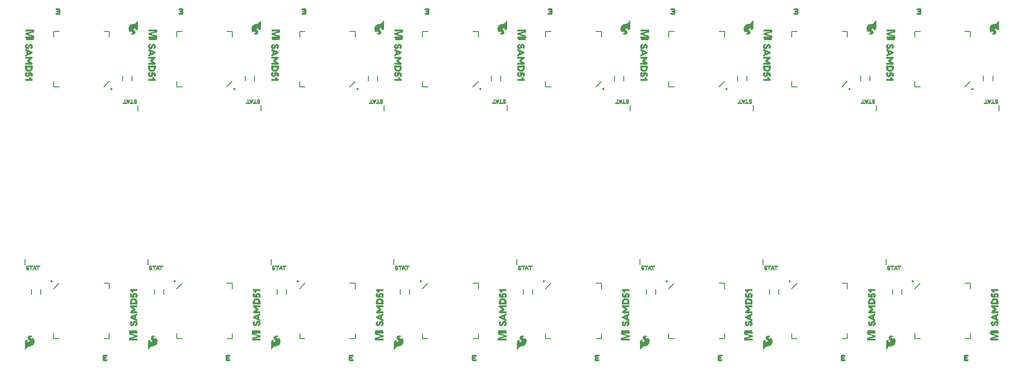
<source format=gto>
G04 EAGLE Gerber RS-274X export*
G75*
%MOMM*%
%FSLAX34Y34*%
%LPD*%
%INSilkscreen Top*%
%IPPOS*%
%AMOC8*
5,1,8,0,0,1.08239X$1,22.5*%
G01*
%ADD10C,0.203200*%
%ADD11R,0.640000X0.040000*%
%ADD12R,0.800000X0.040000*%
%ADD13R,0.840000X0.040000*%
%ADD14R,0.280000X0.040000*%
%ADD15R,0.600000X0.040000*%
%ADD16R,0.680000X0.040000*%
%ADD17R,0.760000X0.040000*%
%ADD18R,0.050000X0.350000*%
%ADD19R,0.050000X0.050000*%
%ADD20R,0.050000X0.450000*%
%ADD21R,0.050000X0.550000*%
%ADD22R,0.050000X0.250000*%
%ADD23R,0.050000X0.300000*%
%ADD24R,0.050000X0.750000*%
%ADD25R,0.050000X0.700000*%
%ADD26R,0.050000X0.850000*%
%ADD27R,0.050000X0.800000*%
%ADD28R,0.050000X0.400000*%
%ADD29R,0.050000X0.900000*%
%ADD30R,0.050000X0.950000*%
%ADD31R,0.050000X0.500000*%
%ADD32R,0.050000X1.000000*%
%ADD33R,0.050000X1.050000*%
%ADD34R,0.050000X0.200000*%
%ADD35R,0.050000X0.600000*%
%ADD36R,0.050000X0.650000*%
%ADD37R,0.050000X1.450000*%
%ADD38R,0.060000X0.700000*%
%ADD39R,0.060000X0.350000*%
%ADD40R,0.060000X0.550000*%
%ADD41R,0.060000X0.300000*%
%ADD42R,0.060000X0.800000*%
%ADD43R,0.050000X1.100000*%
%ADD44R,0.050000X0.150000*%
%ADD45R,0.060000X1.200000*%
%ADD46R,0.060000X1.050000*%
%ADD47R,0.060000X0.250000*%
%ADD48R,0.060000X0.400000*%
%ADD49R,0.050000X1.200000*%
%ADD50R,0.060000X0.650000*%
%ADD51R,0.050000X0.100000*%
%ADD52R,0.210000X0.030000*%
%ADD53R,0.660000X0.030000*%
%ADD54R,0.030000X0.030000*%
%ADD55R,0.330000X0.040000*%
%ADD56R,0.750000X0.040000*%
%ADD57R,0.150000X0.040000*%
%ADD58R,0.780000X0.040000*%
%ADD59R,0.420000X0.030000*%
%ADD60R,0.780000X0.030000*%
%ADD61R,0.180000X0.030000*%
%ADD62R,0.450000X0.030000*%
%ADD63R,0.510000X0.030000*%
%ADD64R,0.750000X0.030000*%
%ADD65R,0.240000X0.030000*%
%ADD66R,0.480000X0.040000*%
%ADD67R,0.720000X0.040000*%
%ADD68R,0.270000X0.040000*%
%ADD69R,0.300000X0.030000*%
%ADD70R,0.120000X0.030000*%
%ADD71R,0.330000X0.030000*%
%ADD72R,0.360000X0.030000*%
%ADD73R,0.240000X0.040000*%
%ADD74R,0.210000X0.040000*%
%ADD75R,0.390000X0.040000*%
%ADD76R,0.180000X0.040000*%
%ADD77R,0.390000X0.030000*%
%ADD78R,0.600000X0.030000*%
%ADD79R,0.630000X0.040000*%
%ADD80R,0.090000X0.030000*%
%ADD81R,0.150000X0.030000*%
%ADD82R,0.690000X0.030000*%
%ADD83R,0.720000X0.030000*%
%ADD84R,0.570000X0.040000*%
%ADD85R,0.540000X0.030000*%
%ADD86R,0.270000X0.030000*%

G36*
X1132257Y47371D02*
X1132257Y47371D01*
X1132319Y47373D01*
X1132341Y47386D01*
X1132367Y47390D01*
X1132438Y47438D01*
X1132471Y47456D01*
X1132476Y47464D01*
X1132487Y47471D01*
X1132987Y47971D01*
X1133006Y48002D01*
X1133044Y48044D01*
X1133320Y48504D01*
X1133787Y48971D01*
X1133795Y48984D01*
X1133810Y48997D01*
X1134299Y49583D01*
X1135487Y50771D01*
X1135494Y50782D01*
X1135507Y50793D01*
X1136697Y52182D01*
X1137654Y53138D01*
X1138552Y53677D01*
X1139049Y53760D01*
X1140918Y53760D01*
X1140944Y53766D01*
X1140980Y53765D01*
X1142180Y53965D01*
X1142196Y53972D01*
X1142218Y53973D01*
X1143318Y54273D01*
X1143335Y54282D01*
X1143359Y54287D01*
X1144359Y54687D01*
X1144381Y54702D01*
X1144413Y54714D01*
X1145413Y55314D01*
X1145434Y55334D01*
X1145468Y55354D01*
X1146268Y56054D01*
X1146275Y56063D01*
X1146287Y56071D01*
X1147087Y56871D01*
X1147098Y56889D01*
X1147118Y56907D01*
X1147818Y57807D01*
X1147829Y57830D01*
X1147850Y57855D01*
X1148850Y59655D01*
X1148860Y59691D01*
X1148886Y59743D01*
X1149386Y61643D01*
X1149386Y61675D01*
X1149397Y61718D01*
X1149497Y63418D01*
X1149491Y63454D01*
X1149492Y63510D01*
X1149192Y65110D01*
X1149182Y65131D01*
X1149179Y65160D01*
X1148679Y66660D01*
X1148659Y66691D01*
X1148639Y66744D01*
X1147939Y67844D01*
X1147920Y67863D01*
X1147902Y67893D01*
X1147677Y68146D01*
X1147339Y68526D01*
X1147102Y68793D01*
X1147070Y68815D01*
X1147019Y68862D01*
X1146219Y69362D01*
X1146190Y69373D01*
X1146170Y69387D01*
X1146134Y69393D01*
X1146090Y69413D01*
X1146072Y69413D01*
X1146055Y69418D01*
X1146024Y69414D01*
X1146018Y69414D01*
X1146010Y69412D01*
X1145986Y69409D01*
X1145917Y69407D01*
X1145901Y69398D01*
X1145884Y69396D01*
X1145854Y69376D01*
X1145849Y69375D01*
X1145835Y69363D01*
X1145826Y69357D01*
X1145765Y69324D01*
X1145755Y69309D01*
X1145740Y69299D01*
X1145724Y69271D01*
X1145715Y69265D01*
X1145702Y69234D01*
X1145665Y69182D01*
X1145661Y69163D01*
X1145654Y69149D01*
X1145652Y69123D01*
X1145645Y69106D01*
X1145646Y69081D01*
X1145638Y69040D01*
X1145638Y68202D01*
X1145566Y67986D01*
X1145505Y67865D01*
X1145312Y67672D01*
X1145156Y67620D01*
X1144965Y67620D01*
X1144250Y67799D01*
X1143909Y67970D01*
X1143637Y68151D01*
X1143268Y68428D01*
X1142713Y68982D01*
X1142371Y69496D01*
X1142298Y69787D01*
X1142298Y70278D01*
X1142370Y70494D01*
X1142447Y70649D01*
X1142598Y70875D01*
X1142919Y71115D01*
X1143242Y71277D01*
X1143692Y71367D01*
X1143700Y71371D01*
X1143710Y71371D01*
X1144065Y71460D01*
X1144528Y71460D01*
X1144648Y71400D01*
X1144663Y71396D01*
X1144676Y71387D01*
X1144810Y71361D01*
X1144816Y71360D01*
X1144817Y71360D01*
X1144818Y71360D01*
X1144918Y71360D01*
X1144943Y71366D01*
X1144969Y71363D01*
X1145026Y71385D01*
X1145087Y71399D01*
X1145106Y71416D01*
X1145131Y71425D01*
X1145173Y71470D01*
X1145220Y71509D01*
X1145231Y71533D01*
X1145248Y71552D01*
X1145266Y71611D01*
X1145291Y71668D01*
X1145290Y71693D01*
X1145297Y71718D01*
X1145287Y71779D01*
X1145285Y71841D01*
X1145272Y71863D01*
X1145268Y71889D01*
X1145220Y71960D01*
X1145202Y71993D01*
X1145194Y71999D01*
X1145187Y72009D01*
X1145087Y72109D01*
X1145067Y72121D01*
X1145046Y72144D01*
X1144646Y72444D01*
X1144619Y72456D01*
X1144588Y72480D01*
X1143188Y73180D01*
X1143176Y73183D01*
X1143167Y73189D01*
X1143138Y73195D01*
X1143100Y73211D01*
X1142200Y73411D01*
X1142166Y73411D01*
X1142118Y73420D01*
X1141118Y73420D01*
X1141090Y73414D01*
X1141050Y73414D01*
X1139950Y73214D01*
X1139915Y73199D01*
X1139858Y73181D01*
X1139843Y73177D01*
X1139840Y73175D01*
X1139836Y73174D01*
X1138736Y72574D01*
X1138716Y72556D01*
X1138684Y72540D01*
X1137784Y71840D01*
X1137765Y71816D01*
X1137695Y71742D01*
X1137195Y70942D01*
X1137184Y70908D01*
X1137157Y70860D01*
X1136857Y69960D01*
X1136854Y69923D01*
X1136838Y69840D01*
X1136838Y69040D01*
X1136845Y69007D01*
X1136847Y68958D01*
X1137047Y68058D01*
X1137064Y68022D01*
X1137085Y67955D01*
X1137585Y67055D01*
X1137608Y67031D01*
X1137632Y66990D01*
X1138332Y66190D01*
X1138333Y66189D01*
X1138334Y66187D01*
X1139134Y65287D01*
X1139142Y65282D01*
X1139149Y65271D01*
X1139791Y64629D01*
X1140038Y63971D01*
X1140038Y63402D01*
X1139879Y62925D01*
X1139558Y62524D01*
X1139062Y62193D01*
X1138371Y62020D01*
X1137656Y62020D01*
X1137227Y62106D01*
X1136831Y62264D01*
X1136313Y62782D01*
X1136162Y63009D01*
X1136098Y63202D01*
X1136098Y63478D01*
X1136150Y63635D01*
X1136623Y64108D01*
X1136838Y64179D01*
X1136858Y64192D01*
X1136888Y64200D01*
X1137288Y64400D01*
X1137317Y64424D01*
X1137387Y64471D01*
X1137487Y64571D01*
X1137500Y64592D01*
X1137519Y64608D01*
X1137545Y64665D01*
X1137578Y64718D01*
X1137580Y64743D01*
X1137591Y64766D01*
X1137589Y64829D01*
X1137595Y64891D01*
X1137586Y64914D01*
X1137585Y64939D01*
X1137555Y64994D01*
X1137533Y65053D01*
X1137515Y65070D01*
X1137503Y65092D01*
X1137433Y65146D01*
X1137406Y65170D01*
X1137397Y65173D01*
X1137388Y65180D01*
X1136988Y65380D01*
X1136973Y65384D01*
X1136960Y65393D01*
X1136826Y65419D01*
X1136819Y65420D01*
X1136818Y65420D01*
X1135618Y65420D01*
X1135592Y65414D01*
X1135555Y65415D01*
X1134955Y65315D01*
X1134950Y65313D01*
X1134943Y65313D01*
X1134443Y65213D01*
X1134416Y65201D01*
X1134377Y65193D01*
X1133877Y64993D01*
X1133845Y64971D01*
X1133790Y64944D01*
X1133390Y64644D01*
X1133386Y64640D01*
X1133380Y64637D01*
X1132880Y64237D01*
X1132863Y64214D01*
X1132792Y64136D01*
X1132192Y63136D01*
X1132180Y63100D01*
X1132152Y63044D01*
X1131952Y62344D01*
X1131951Y62319D01*
X1131941Y62287D01*
X1131841Y61487D01*
X1131843Y61466D01*
X1131838Y61440D01*
X1131838Y47740D01*
X1131843Y47715D01*
X1131841Y47689D01*
X1131863Y47632D01*
X1131877Y47571D01*
X1131893Y47551D01*
X1131903Y47527D01*
X1131948Y47485D01*
X1131987Y47438D01*
X1132011Y47427D01*
X1132030Y47410D01*
X1132089Y47392D01*
X1132145Y47367D01*
X1132171Y47368D01*
X1132196Y47360D01*
X1132257Y47371D01*
G37*
G36*
X1357352Y47371D02*
X1357352Y47371D01*
X1357413Y47373D01*
X1357436Y47386D01*
X1357461Y47390D01*
X1357533Y47438D01*
X1357566Y47456D01*
X1357571Y47464D01*
X1357581Y47471D01*
X1358081Y47971D01*
X1358101Y48002D01*
X1358139Y48044D01*
X1358415Y48504D01*
X1358881Y48971D01*
X1358890Y48984D01*
X1358905Y48997D01*
X1359394Y49583D01*
X1360581Y50771D01*
X1360588Y50782D01*
X1360601Y50793D01*
X1361792Y52182D01*
X1362748Y53138D01*
X1363646Y53677D01*
X1364144Y53760D01*
X1366013Y53760D01*
X1366039Y53766D01*
X1366075Y53765D01*
X1367275Y53965D01*
X1367291Y53972D01*
X1367313Y53973D01*
X1368413Y54273D01*
X1368430Y54282D01*
X1368454Y54287D01*
X1369454Y54687D01*
X1369475Y54702D01*
X1369508Y54714D01*
X1370508Y55314D01*
X1370529Y55334D01*
X1370563Y55354D01*
X1371363Y56054D01*
X1371370Y56063D01*
X1371381Y56071D01*
X1372181Y56871D01*
X1372192Y56889D01*
X1372213Y56907D01*
X1372913Y57807D01*
X1372923Y57830D01*
X1372945Y57855D01*
X1373945Y59655D01*
X1373955Y59691D01*
X1373980Y59743D01*
X1374480Y61643D01*
X1374481Y61675D01*
X1374492Y61718D01*
X1374592Y63418D01*
X1374586Y63454D01*
X1374586Y63510D01*
X1374286Y65110D01*
X1374277Y65131D01*
X1374273Y65160D01*
X1373773Y66660D01*
X1373754Y66691D01*
X1373733Y66744D01*
X1373033Y67844D01*
X1373015Y67863D01*
X1372997Y67893D01*
X1372771Y68146D01*
X1372433Y68526D01*
X1372197Y68793D01*
X1372165Y68815D01*
X1372114Y68862D01*
X1371314Y69362D01*
X1371284Y69373D01*
X1371264Y69387D01*
X1371229Y69393D01*
X1371185Y69413D01*
X1371167Y69413D01*
X1371150Y69418D01*
X1371119Y69414D01*
X1371113Y69414D01*
X1371105Y69412D01*
X1371081Y69409D01*
X1371012Y69407D01*
X1370996Y69398D01*
X1370978Y69396D01*
X1370949Y69376D01*
X1370944Y69375D01*
X1370930Y69363D01*
X1370921Y69357D01*
X1370860Y69324D01*
X1370849Y69309D01*
X1370834Y69299D01*
X1370818Y69271D01*
X1370810Y69265D01*
X1370797Y69234D01*
X1370760Y69182D01*
X1370756Y69163D01*
X1370748Y69149D01*
X1370747Y69123D01*
X1370739Y69106D01*
X1370740Y69081D01*
X1370732Y69040D01*
X1370732Y68202D01*
X1370660Y67986D01*
X1370600Y67865D01*
X1370407Y67672D01*
X1370251Y67620D01*
X1370059Y67620D01*
X1369345Y67799D01*
X1369004Y67970D01*
X1368732Y68151D01*
X1368362Y68428D01*
X1367808Y68982D01*
X1367466Y69496D01*
X1367393Y69787D01*
X1367393Y70278D01*
X1367465Y70494D01*
X1367542Y70649D01*
X1367693Y70875D01*
X1368013Y71115D01*
X1368337Y71277D01*
X1368787Y71367D01*
X1368795Y71371D01*
X1368805Y71371D01*
X1369159Y71460D01*
X1369623Y71460D01*
X1369743Y71400D01*
X1369758Y71396D01*
X1369770Y71387D01*
X1369904Y71361D01*
X1369911Y71360D01*
X1369912Y71360D01*
X1369913Y71360D01*
X1370013Y71360D01*
X1370038Y71366D01*
X1370063Y71363D01*
X1370121Y71385D01*
X1370181Y71399D01*
X1370201Y71416D01*
X1370225Y71425D01*
X1370267Y71470D01*
X1370315Y71509D01*
X1370326Y71533D01*
X1370343Y71552D01*
X1370361Y71611D01*
X1370386Y71668D01*
X1370385Y71693D01*
X1370392Y71718D01*
X1370382Y71779D01*
X1370379Y71841D01*
X1370367Y71863D01*
X1370363Y71889D01*
X1370314Y71960D01*
X1370297Y71993D01*
X1370288Y71999D01*
X1370281Y72009D01*
X1370181Y72109D01*
X1370161Y72121D01*
X1370141Y72144D01*
X1369741Y72444D01*
X1369714Y72456D01*
X1369683Y72480D01*
X1368283Y73180D01*
X1368271Y73183D01*
X1368262Y73189D01*
X1368233Y73195D01*
X1368195Y73211D01*
X1367295Y73411D01*
X1367261Y73411D01*
X1367213Y73420D01*
X1366213Y73420D01*
X1366184Y73414D01*
X1366145Y73414D01*
X1365045Y73214D01*
X1365010Y73199D01*
X1364952Y73181D01*
X1364937Y73177D01*
X1364935Y73175D01*
X1364931Y73174D01*
X1363831Y72574D01*
X1363811Y72556D01*
X1363779Y72540D01*
X1362879Y71840D01*
X1362860Y71816D01*
X1362790Y71742D01*
X1362290Y70942D01*
X1362279Y70908D01*
X1362252Y70860D01*
X1361952Y69960D01*
X1361948Y69923D01*
X1361932Y69840D01*
X1361932Y69040D01*
X1361940Y69007D01*
X1361941Y68958D01*
X1362141Y68058D01*
X1362158Y68022D01*
X1362180Y67955D01*
X1362680Y67055D01*
X1362702Y67031D01*
X1362726Y66990D01*
X1363426Y66190D01*
X1363428Y66189D01*
X1363428Y66187D01*
X1364228Y65287D01*
X1364237Y65282D01*
X1364244Y65271D01*
X1364886Y64629D01*
X1365132Y63971D01*
X1365132Y63402D01*
X1364973Y62925D01*
X1364653Y62524D01*
X1364157Y62193D01*
X1363466Y62020D01*
X1362750Y62020D01*
X1362321Y62106D01*
X1361926Y62264D01*
X1361408Y62782D01*
X1361257Y63009D01*
X1361193Y63202D01*
X1361193Y63478D01*
X1361245Y63635D01*
X1361718Y64108D01*
X1361933Y64179D01*
X1361953Y64192D01*
X1361983Y64200D01*
X1362383Y64400D01*
X1362412Y64424D01*
X1362481Y64471D01*
X1362581Y64571D01*
X1362595Y64592D01*
X1362614Y64608D01*
X1362640Y64665D01*
X1362673Y64718D01*
X1362675Y64743D01*
X1362686Y64766D01*
X1362683Y64829D01*
X1362689Y64891D01*
X1362681Y64914D01*
X1362680Y64939D01*
X1362650Y64994D01*
X1362628Y65053D01*
X1362609Y65070D01*
X1362598Y65092D01*
X1362528Y65146D01*
X1362501Y65170D01*
X1362492Y65173D01*
X1362483Y65180D01*
X1362083Y65380D01*
X1362068Y65384D01*
X1362055Y65393D01*
X1361921Y65419D01*
X1361914Y65420D01*
X1361913Y65420D01*
X1360713Y65420D01*
X1360686Y65414D01*
X1360650Y65415D01*
X1360050Y65315D01*
X1360045Y65313D01*
X1360038Y65313D01*
X1359538Y65213D01*
X1359511Y65201D01*
X1359471Y65193D01*
X1358971Y64993D01*
X1358940Y64971D01*
X1358884Y64944D01*
X1358484Y64644D01*
X1358481Y64640D01*
X1358475Y64637D01*
X1357975Y64237D01*
X1357957Y64214D01*
X1357887Y64136D01*
X1357287Y63136D01*
X1357275Y63100D01*
X1357247Y63044D01*
X1357047Y62344D01*
X1357046Y62319D01*
X1357035Y62287D01*
X1356935Y61487D01*
X1356937Y61466D01*
X1356932Y61440D01*
X1356932Y47740D01*
X1356938Y47715D01*
X1356936Y47689D01*
X1356958Y47632D01*
X1356972Y47571D01*
X1356988Y47551D01*
X1356997Y47527D01*
X1357043Y47485D01*
X1357082Y47438D01*
X1357106Y47427D01*
X1357125Y47410D01*
X1357184Y47392D01*
X1357240Y47367D01*
X1357266Y47368D01*
X1357291Y47360D01*
X1357352Y47371D01*
G37*
G36*
X1582421Y47371D02*
X1582421Y47371D01*
X1582483Y47373D01*
X1582505Y47386D01*
X1582531Y47390D01*
X1582602Y47438D01*
X1582635Y47456D01*
X1582641Y47464D01*
X1582651Y47471D01*
X1583151Y47971D01*
X1583170Y48002D01*
X1583208Y48044D01*
X1583484Y48504D01*
X1583951Y48971D01*
X1583959Y48984D01*
X1583974Y48997D01*
X1584463Y49583D01*
X1585651Y50771D01*
X1585658Y50782D01*
X1585671Y50793D01*
X1586861Y52182D01*
X1587818Y53138D01*
X1588716Y53677D01*
X1589213Y53760D01*
X1591082Y53760D01*
X1591108Y53766D01*
X1591145Y53765D01*
X1592345Y53965D01*
X1592360Y53972D01*
X1592382Y53973D01*
X1593482Y54273D01*
X1593499Y54282D01*
X1593523Y54287D01*
X1594523Y54687D01*
X1594545Y54702D01*
X1594578Y54714D01*
X1595578Y55314D01*
X1595598Y55334D01*
X1595632Y55354D01*
X1596432Y56054D01*
X1596439Y56063D01*
X1596451Y56071D01*
X1597251Y56871D01*
X1597262Y56889D01*
X1597282Y56907D01*
X1597982Y57807D01*
X1597993Y57830D01*
X1598014Y57855D01*
X1599014Y59655D01*
X1599025Y59691D01*
X1599050Y59743D01*
X1599550Y61643D01*
X1599551Y61675D01*
X1599562Y61718D01*
X1599662Y63418D01*
X1599655Y63454D01*
X1599656Y63510D01*
X1599356Y65110D01*
X1599347Y65131D01*
X1599343Y65160D01*
X1598843Y66660D01*
X1598824Y66691D01*
X1598803Y66744D01*
X1598103Y67844D01*
X1598084Y67863D01*
X1598066Y67893D01*
X1597841Y68146D01*
X1597503Y68526D01*
X1597266Y68793D01*
X1597234Y68815D01*
X1597184Y68862D01*
X1596384Y69362D01*
X1596354Y69373D01*
X1596334Y69387D01*
X1596299Y69393D01*
X1596254Y69413D01*
X1596237Y69413D01*
X1596220Y69418D01*
X1596188Y69414D01*
X1596182Y69414D01*
X1596174Y69412D01*
X1596151Y69409D01*
X1596081Y69407D01*
X1596066Y69398D01*
X1596048Y69396D01*
X1596018Y69376D01*
X1596013Y69375D01*
X1595999Y69363D01*
X1595990Y69357D01*
X1595929Y69324D01*
X1595919Y69309D01*
X1595904Y69299D01*
X1595888Y69271D01*
X1595880Y69265D01*
X1595866Y69234D01*
X1595829Y69182D01*
X1595826Y69163D01*
X1595818Y69149D01*
X1595816Y69123D01*
X1595809Y69106D01*
X1595810Y69081D01*
X1595802Y69040D01*
X1595802Y68202D01*
X1595730Y67986D01*
X1595670Y67865D01*
X1595477Y67672D01*
X1595320Y67620D01*
X1595129Y67620D01*
X1594415Y67799D01*
X1594073Y67970D01*
X1593802Y68151D01*
X1593432Y68428D01*
X1592878Y68982D01*
X1592535Y69496D01*
X1592462Y69787D01*
X1592462Y70278D01*
X1592534Y70494D01*
X1592612Y70649D01*
X1592762Y70875D01*
X1593083Y71115D01*
X1593406Y71277D01*
X1593857Y71367D01*
X1593864Y71371D01*
X1593874Y71371D01*
X1594229Y71460D01*
X1594692Y71460D01*
X1594812Y71400D01*
X1594827Y71396D01*
X1594840Y71387D01*
X1594974Y71361D01*
X1594981Y71360D01*
X1594982Y71360D01*
X1595082Y71360D01*
X1595107Y71366D01*
X1595133Y71363D01*
X1595191Y71385D01*
X1595251Y71399D01*
X1595271Y71416D01*
X1595295Y71425D01*
X1595337Y71470D01*
X1595384Y71509D01*
X1595395Y71533D01*
X1595412Y71552D01*
X1595430Y71611D01*
X1595455Y71668D01*
X1595454Y71693D01*
X1595462Y71718D01*
X1595451Y71779D01*
X1595449Y71841D01*
X1595436Y71863D01*
X1595432Y71889D01*
X1595384Y71960D01*
X1595366Y71993D01*
X1595358Y71999D01*
X1595351Y72009D01*
X1595251Y72109D01*
X1595231Y72121D01*
X1595210Y72144D01*
X1594810Y72444D01*
X1594784Y72456D01*
X1594752Y72480D01*
X1593352Y73180D01*
X1593340Y73183D01*
X1593331Y73189D01*
X1593302Y73195D01*
X1593265Y73211D01*
X1592365Y73411D01*
X1592331Y73411D01*
X1592282Y73420D01*
X1591282Y73420D01*
X1591254Y73414D01*
X1591214Y73414D01*
X1590114Y73214D01*
X1590079Y73199D01*
X1590022Y73181D01*
X1590007Y73177D01*
X1590004Y73175D01*
X1590000Y73174D01*
X1588900Y72574D01*
X1588880Y72556D01*
X1588849Y72540D01*
X1587949Y71840D01*
X1587929Y71816D01*
X1587860Y71742D01*
X1587360Y70942D01*
X1587348Y70908D01*
X1587321Y70860D01*
X1587021Y69960D01*
X1587018Y69923D01*
X1587002Y69840D01*
X1587002Y69040D01*
X1587009Y69007D01*
X1587011Y68958D01*
X1587211Y68058D01*
X1587228Y68022D01*
X1587250Y67955D01*
X1587750Y67055D01*
X1587772Y67031D01*
X1587796Y66990D01*
X1588496Y66190D01*
X1588497Y66189D01*
X1588498Y66187D01*
X1589298Y65287D01*
X1589306Y65282D01*
X1589313Y65271D01*
X1589955Y64629D01*
X1590202Y63971D01*
X1590202Y63402D01*
X1590043Y62925D01*
X1589722Y62524D01*
X1589226Y62193D01*
X1588535Y62020D01*
X1587820Y62020D01*
X1587391Y62106D01*
X1586996Y62264D01*
X1586478Y62782D01*
X1586327Y63009D01*
X1586262Y63202D01*
X1586262Y63478D01*
X1586314Y63635D01*
X1586787Y64108D01*
X1587002Y64179D01*
X1587022Y64192D01*
X1587052Y64200D01*
X1587452Y64400D01*
X1587481Y64424D01*
X1587551Y64471D01*
X1587651Y64571D01*
X1587664Y64592D01*
X1587683Y64608D01*
X1587709Y64665D01*
X1587742Y64718D01*
X1587745Y64743D01*
X1587755Y64766D01*
X1587753Y64829D01*
X1587759Y64891D01*
X1587750Y64914D01*
X1587749Y64939D01*
X1587719Y64994D01*
X1587697Y65053D01*
X1587679Y65070D01*
X1587667Y65092D01*
X1587597Y65146D01*
X1587570Y65170D01*
X1587561Y65173D01*
X1587552Y65180D01*
X1587152Y65380D01*
X1587137Y65384D01*
X1587124Y65393D01*
X1586990Y65419D01*
X1586984Y65420D01*
X1586983Y65420D01*
X1586982Y65420D01*
X1585782Y65420D01*
X1585756Y65414D01*
X1585720Y65415D01*
X1585120Y65315D01*
X1585114Y65313D01*
X1585107Y65313D01*
X1584607Y65213D01*
X1584581Y65201D01*
X1584541Y65193D01*
X1584041Y64993D01*
X1584010Y64971D01*
X1583954Y64944D01*
X1583554Y64644D01*
X1583550Y64640D01*
X1583544Y64637D01*
X1583044Y64237D01*
X1583027Y64214D01*
X1582956Y64136D01*
X1582356Y63136D01*
X1582344Y63100D01*
X1582316Y63044D01*
X1582116Y62344D01*
X1582115Y62319D01*
X1582105Y62287D01*
X1582005Y61487D01*
X1582007Y61466D01*
X1582002Y61440D01*
X1582002Y47740D01*
X1582008Y47715D01*
X1582005Y47689D01*
X1582027Y47632D01*
X1582041Y47571D01*
X1582058Y47551D01*
X1582067Y47527D01*
X1582112Y47485D01*
X1582151Y47438D01*
X1582175Y47427D01*
X1582194Y47410D01*
X1582253Y47392D01*
X1582310Y47367D01*
X1582335Y47368D01*
X1582360Y47360D01*
X1582421Y47371D01*
G37*
G36*
X457023Y47371D02*
X457023Y47371D01*
X457085Y47373D01*
X457108Y47386D01*
X457133Y47390D01*
X457204Y47438D01*
X457237Y47456D01*
X457243Y47464D01*
X457253Y47471D01*
X457753Y47971D01*
X457772Y48002D01*
X457810Y48044D01*
X458086Y48504D01*
X458553Y48971D01*
X458561Y48984D01*
X458576Y48997D01*
X459065Y49583D01*
X460253Y50771D01*
X460260Y50782D01*
X460273Y50793D01*
X461464Y52182D01*
X462420Y53138D01*
X463318Y53677D01*
X463816Y53760D01*
X465684Y53760D01*
X465710Y53766D01*
X465747Y53765D01*
X466947Y53965D01*
X466963Y53972D01*
X466984Y53973D01*
X468084Y54273D01*
X468101Y54282D01*
X468125Y54287D01*
X469125Y54687D01*
X469147Y54702D01*
X469180Y54714D01*
X470180Y55314D01*
X470200Y55334D01*
X470235Y55354D01*
X471035Y56054D01*
X471041Y56063D01*
X471053Y56071D01*
X471853Y56871D01*
X471864Y56889D01*
X471884Y56907D01*
X472584Y57807D01*
X472595Y57830D01*
X472617Y57855D01*
X473617Y59655D01*
X473627Y59691D01*
X473652Y59743D01*
X474152Y61643D01*
X474153Y61675D01*
X474164Y61718D01*
X474264Y63418D01*
X474258Y63454D01*
X474258Y63510D01*
X473958Y65110D01*
X473949Y65131D01*
X473945Y65160D01*
X473445Y66660D01*
X473426Y66691D01*
X473405Y66744D01*
X472705Y67844D01*
X472686Y67863D01*
X472668Y67893D01*
X472443Y68146D01*
X472105Y68526D01*
X471868Y68793D01*
X471836Y68815D01*
X471786Y68862D01*
X470986Y69362D01*
X470956Y69373D01*
X470936Y69387D01*
X470901Y69393D01*
X470857Y69413D01*
X470839Y69413D01*
X470822Y69418D01*
X470790Y69414D01*
X470784Y69414D01*
X470776Y69412D01*
X470753Y69409D01*
X470684Y69407D01*
X470668Y69398D01*
X470650Y69396D01*
X470620Y69376D01*
X470615Y69375D01*
X470602Y69363D01*
X470592Y69357D01*
X470531Y69324D01*
X470521Y69309D01*
X470506Y69299D01*
X470490Y69271D01*
X470482Y69265D01*
X470468Y69234D01*
X470432Y69182D01*
X470428Y69163D01*
X470420Y69149D01*
X470418Y69123D01*
X470411Y69106D01*
X470412Y69081D01*
X470404Y69040D01*
X470404Y68202D01*
X470332Y67986D01*
X470272Y67865D01*
X470079Y67672D01*
X469922Y67620D01*
X469731Y67620D01*
X469017Y67799D01*
X468675Y67970D01*
X468404Y68151D01*
X468034Y68428D01*
X467480Y68982D01*
X467137Y69496D01*
X467064Y69787D01*
X467064Y70278D01*
X467136Y70494D01*
X467214Y70649D01*
X467364Y70875D01*
X467685Y71115D01*
X468009Y71277D01*
X468459Y71367D01*
X468466Y71371D01*
X468476Y71371D01*
X468831Y71460D01*
X469294Y71460D01*
X469414Y71400D01*
X469429Y71396D01*
X469442Y71387D01*
X469576Y71361D01*
X469583Y71360D01*
X469584Y71360D01*
X469684Y71360D01*
X469709Y71366D01*
X469735Y71363D01*
X469793Y71385D01*
X469853Y71399D01*
X469873Y71416D01*
X469897Y71425D01*
X469939Y71470D01*
X469987Y71509D01*
X469997Y71533D01*
X470015Y71552D01*
X470032Y71611D01*
X470057Y71668D01*
X470057Y71693D01*
X470064Y71718D01*
X470053Y71779D01*
X470051Y71841D01*
X470039Y71863D01*
X470034Y71889D01*
X469986Y71960D01*
X469968Y71993D01*
X469960Y71999D01*
X469953Y72009D01*
X469853Y72109D01*
X469833Y72121D01*
X469812Y72144D01*
X469412Y72444D01*
X469386Y72456D01*
X469354Y72480D01*
X467954Y73180D01*
X467942Y73183D01*
X467933Y73189D01*
X467904Y73195D01*
X467867Y73211D01*
X466967Y73411D01*
X466933Y73411D01*
X466884Y73420D01*
X465884Y73420D01*
X465856Y73414D01*
X465816Y73414D01*
X464716Y73214D01*
X464681Y73199D01*
X464624Y73181D01*
X464609Y73177D01*
X464607Y73175D01*
X464602Y73174D01*
X463502Y72574D01*
X463482Y72556D01*
X463451Y72540D01*
X462551Y71840D01*
X462532Y71816D01*
X462462Y71742D01*
X461962Y70942D01*
X461950Y70908D01*
X461923Y70860D01*
X461623Y69960D01*
X461620Y69923D01*
X461604Y69840D01*
X461604Y69040D01*
X461612Y69007D01*
X461613Y68958D01*
X461813Y68058D01*
X461830Y68022D01*
X461852Y67955D01*
X462352Y67055D01*
X462374Y67031D01*
X462398Y66990D01*
X463098Y66190D01*
X463099Y66189D01*
X463100Y66187D01*
X463900Y65287D01*
X463908Y65282D01*
X463915Y65271D01*
X464557Y64629D01*
X464804Y63971D01*
X464804Y63402D01*
X464645Y62925D01*
X464324Y62524D01*
X463828Y62193D01*
X463137Y62020D01*
X462422Y62020D01*
X461993Y62106D01*
X461598Y62264D01*
X461080Y62782D01*
X460929Y63009D01*
X460864Y63202D01*
X460864Y63478D01*
X460917Y63635D01*
X461390Y64108D01*
X461604Y64179D01*
X461625Y64192D01*
X461654Y64200D01*
X462054Y64400D01*
X462083Y64424D01*
X462153Y64471D01*
X462253Y64571D01*
X462266Y64592D01*
X462286Y64608D01*
X462312Y64665D01*
X462344Y64718D01*
X462347Y64743D01*
X462357Y64766D01*
X462355Y64829D01*
X462361Y64891D01*
X462352Y64914D01*
X462351Y64939D01*
X462322Y64994D01*
X462299Y65053D01*
X462281Y65070D01*
X462269Y65092D01*
X462199Y65146D01*
X462172Y65170D01*
X462163Y65173D01*
X462154Y65180D01*
X461754Y65380D01*
X461739Y65384D01*
X461726Y65393D01*
X461592Y65419D01*
X461586Y65420D01*
X461585Y65420D01*
X461584Y65420D01*
X460384Y65420D01*
X460358Y65414D01*
X460322Y65415D01*
X459722Y65315D01*
X459717Y65313D01*
X459710Y65313D01*
X459210Y65213D01*
X459183Y65201D01*
X459143Y65193D01*
X458643Y64993D01*
X458612Y64971D01*
X458556Y64944D01*
X458156Y64644D01*
X458153Y64640D01*
X458147Y64637D01*
X457647Y64237D01*
X457629Y64214D01*
X457558Y64136D01*
X456958Y63136D01*
X456947Y63100D01*
X456919Y63044D01*
X456719Y62344D01*
X456717Y62319D01*
X456707Y62287D01*
X456607Y61487D01*
X456609Y61466D01*
X456604Y61440D01*
X456604Y47740D01*
X456610Y47715D01*
X456607Y47689D01*
X456629Y47632D01*
X456643Y47571D01*
X456660Y47551D01*
X456669Y47527D01*
X456714Y47485D01*
X456754Y47438D01*
X456777Y47427D01*
X456796Y47410D01*
X456855Y47392D01*
X456912Y47367D01*
X456938Y47368D01*
X456962Y47360D01*
X457023Y47371D01*
G37*
G36*
X907187Y47371D02*
X907187Y47371D01*
X907249Y47373D01*
X907272Y47386D01*
X907297Y47390D01*
X907369Y47438D01*
X907401Y47456D01*
X907407Y47464D01*
X907417Y47471D01*
X907917Y47971D01*
X907937Y48002D01*
X907974Y48044D01*
X908250Y48504D01*
X908717Y48971D01*
X908725Y48984D01*
X908741Y48997D01*
X909230Y49583D01*
X910417Y50771D01*
X910424Y50782D01*
X910437Y50793D01*
X911628Y52182D01*
X912584Y53138D01*
X913482Y53677D01*
X913980Y53760D01*
X915848Y53760D01*
X915875Y53766D01*
X915911Y53765D01*
X917111Y53965D01*
X917127Y53972D01*
X917148Y53973D01*
X918248Y54273D01*
X918265Y54282D01*
X918290Y54287D01*
X919290Y54687D01*
X919311Y54702D01*
X919344Y54714D01*
X920344Y55314D01*
X920365Y55334D01*
X920399Y55354D01*
X921199Y56054D01*
X921206Y56063D01*
X921217Y56071D01*
X922017Y56871D01*
X922028Y56889D01*
X922049Y56907D01*
X922749Y57807D01*
X922759Y57830D01*
X922781Y57855D01*
X923781Y59655D01*
X923791Y59691D01*
X923816Y59743D01*
X924316Y61643D01*
X924317Y61675D01*
X924328Y61718D01*
X924428Y63418D01*
X924422Y63454D01*
X924422Y63510D01*
X924122Y65110D01*
X924113Y65131D01*
X924109Y65160D01*
X923609Y66660D01*
X923590Y66691D01*
X923569Y66744D01*
X922869Y67844D01*
X922850Y67863D01*
X922833Y67893D01*
X922607Y68146D01*
X922269Y68526D01*
X922033Y68793D01*
X922001Y68815D01*
X921950Y68862D01*
X921150Y69362D01*
X921120Y69373D01*
X921100Y69387D01*
X921065Y69393D01*
X921021Y69413D01*
X921003Y69413D01*
X920986Y69418D01*
X920954Y69414D01*
X920948Y69414D01*
X920941Y69412D01*
X920917Y69409D01*
X920848Y69407D01*
X920832Y69398D01*
X920814Y69396D01*
X920785Y69376D01*
X920780Y69375D01*
X920766Y69363D01*
X920756Y69357D01*
X920696Y69324D01*
X920685Y69309D01*
X920670Y69299D01*
X920654Y69271D01*
X920646Y69265D01*
X920633Y69234D01*
X920596Y69182D01*
X920592Y69163D01*
X920584Y69149D01*
X920583Y69123D01*
X920575Y69106D01*
X920576Y69081D01*
X920568Y69040D01*
X920568Y68202D01*
X920496Y67986D01*
X920436Y67865D01*
X920243Y67672D01*
X920087Y67620D01*
X919895Y67620D01*
X919181Y67799D01*
X918840Y67970D01*
X918568Y68151D01*
X918198Y68428D01*
X917644Y68982D01*
X917301Y69496D01*
X917229Y69787D01*
X917229Y70278D01*
X917301Y70494D01*
X917378Y70649D01*
X917529Y70875D01*
X917849Y71115D01*
X918173Y71277D01*
X918623Y71367D01*
X918631Y71371D01*
X918641Y71371D01*
X918995Y71460D01*
X919459Y71460D01*
X919578Y71400D01*
X919593Y71396D01*
X919606Y71387D01*
X919740Y71361D01*
X919747Y71360D01*
X919748Y71360D01*
X919848Y71360D01*
X919874Y71366D01*
X919899Y71363D01*
X919957Y71385D01*
X920017Y71399D01*
X920037Y71416D01*
X920061Y71425D01*
X920103Y71470D01*
X920151Y71509D01*
X920161Y71533D01*
X920179Y71552D01*
X920196Y71611D01*
X920222Y71668D01*
X920221Y71693D01*
X920228Y71718D01*
X920217Y71779D01*
X920215Y71841D01*
X920203Y71863D01*
X920198Y71889D01*
X920150Y71960D01*
X920132Y71993D01*
X920124Y71999D01*
X920117Y72009D01*
X920017Y72109D01*
X919997Y72121D01*
X919977Y72144D01*
X919577Y72444D01*
X919550Y72456D01*
X919518Y72480D01*
X918118Y73180D01*
X918106Y73183D01*
X918098Y73189D01*
X918069Y73195D01*
X918031Y73211D01*
X917131Y73411D01*
X917097Y73411D01*
X917048Y73420D01*
X916048Y73420D01*
X916020Y73414D01*
X915980Y73414D01*
X914880Y73214D01*
X914845Y73199D01*
X914788Y73181D01*
X914773Y73177D01*
X914771Y73175D01*
X914766Y73174D01*
X913666Y72574D01*
X913647Y72556D01*
X913615Y72540D01*
X912715Y71840D01*
X912696Y71816D01*
X912626Y71742D01*
X912126Y70942D01*
X912114Y70908D01*
X912088Y70860D01*
X911788Y69960D01*
X911784Y69923D01*
X911768Y69840D01*
X911768Y69040D01*
X911776Y69007D01*
X911777Y68958D01*
X911977Y68058D01*
X911994Y68022D01*
X912016Y67955D01*
X912516Y67055D01*
X912538Y67031D01*
X912562Y66990D01*
X913262Y66190D01*
X913263Y66189D01*
X913264Y66187D01*
X914064Y65287D01*
X914073Y65282D01*
X914080Y65271D01*
X914721Y64629D01*
X914968Y63971D01*
X914968Y63402D01*
X914809Y62925D01*
X914488Y62524D01*
X913992Y62193D01*
X913302Y62020D01*
X912586Y62020D01*
X912157Y62106D01*
X911762Y62264D01*
X911244Y62782D01*
X911093Y63009D01*
X911029Y63202D01*
X911029Y63478D01*
X911081Y63635D01*
X911554Y64108D01*
X911769Y64179D01*
X911789Y64192D01*
X911818Y64200D01*
X912218Y64400D01*
X912247Y64424D01*
X912317Y64471D01*
X912417Y64571D01*
X912430Y64592D01*
X912450Y64608D01*
X912476Y64665D01*
X912509Y64718D01*
X912511Y64743D01*
X912521Y64766D01*
X912519Y64829D01*
X912525Y64891D01*
X912516Y64914D01*
X912515Y64939D01*
X912486Y64994D01*
X912464Y65053D01*
X912445Y65070D01*
X912433Y65092D01*
X912363Y65146D01*
X912337Y65170D01*
X912328Y65173D01*
X912318Y65180D01*
X911918Y65380D01*
X911903Y65384D01*
X911891Y65393D01*
X911757Y65419D01*
X911750Y65420D01*
X911749Y65420D01*
X911748Y65420D01*
X910548Y65420D01*
X910522Y65414D01*
X910486Y65415D01*
X909886Y65315D01*
X909881Y65313D01*
X909874Y65313D01*
X909374Y65213D01*
X909347Y65201D01*
X909307Y65193D01*
X908807Y64993D01*
X908776Y64971D01*
X908720Y64944D01*
X908320Y64644D01*
X908317Y64640D01*
X908311Y64637D01*
X907811Y64237D01*
X907793Y64214D01*
X907722Y64136D01*
X907122Y63136D01*
X907111Y63100D01*
X907083Y63044D01*
X906883Y62344D01*
X906882Y62319D01*
X906871Y62287D01*
X906771Y61487D01*
X906773Y61466D01*
X906768Y61440D01*
X906768Y47740D01*
X906774Y47715D01*
X906772Y47689D01*
X906794Y47632D01*
X906808Y47571D01*
X906824Y47551D01*
X906833Y47527D01*
X906879Y47485D01*
X906918Y47438D01*
X906941Y47427D01*
X906960Y47410D01*
X907020Y47392D01*
X907076Y47367D01*
X907102Y47368D01*
X907126Y47360D01*
X907187Y47371D01*
G37*
G36*
X682093Y47371D02*
X682093Y47371D01*
X682154Y47373D01*
X682177Y47386D01*
X682202Y47390D01*
X682274Y47438D01*
X682307Y47456D01*
X682312Y47464D01*
X682322Y47471D01*
X682822Y47971D01*
X682842Y48002D01*
X682880Y48044D01*
X683156Y48504D01*
X683622Y48971D01*
X683631Y48984D01*
X683646Y48997D01*
X684135Y49583D01*
X685322Y50771D01*
X685329Y50782D01*
X685342Y50793D01*
X686533Y52182D01*
X687489Y53138D01*
X688387Y53677D01*
X688885Y53760D01*
X690754Y53760D01*
X690780Y53766D01*
X690816Y53765D01*
X692016Y53965D01*
X692032Y53972D01*
X692054Y53973D01*
X693154Y54273D01*
X693171Y54282D01*
X693195Y54287D01*
X694195Y54687D01*
X694216Y54702D01*
X694249Y54714D01*
X695249Y55314D01*
X695270Y55334D01*
X695304Y55354D01*
X696104Y56054D01*
X696111Y56063D01*
X696122Y56071D01*
X696922Y56871D01*
X696933Y56889D01*
X696954Y56907D01*
X697654Y57807D01*
X697664Y57830D01*
X697686Y57855D01*
X698686Y59655D01*
X698696Y59691D01*
X698721Y59743D01*
X699221Y61643D01*
X699222Y61675D01*
X699233Y61718D01*
X699333Y63418D01*
X699327Y63454D01*
X699327Y63510D01*
X699027Y65110D01*
X699018Y65131D01*
X699014Y65160D01*
X698514Y66660D01*
X698495Y66691D01*
X698474Y66744D01*
X697774Y67844D01*
X697756Y67863D01*
X697738Y67893D01*
X697512Y68146D01*
X697174Y68526D01*
X696938Y68793D01*
X696906Y68815D01*
X696855Y68862D01*
X696055Y69362D01*
X696025Y69373D01*
X696005Y69387D01*
X695970Y69393D01*
X695926Y69413D01*
X695908Y69413D01*
X695891Y69418D01*
X695860Y69414D01*
X695854Y69414D01*
X695846Y69412D01*
X695822Y69409D01*
X695753Y69407D01*
X695737Y69398D01*
X695719Y69396D01*
X695690Y69376D01*
X695685Y69375D01*
X695671Y69363D01*
X695662Y69357D01*
X695601Y69324D01*
X695590Y69309D01*
X695575Y69299D01*
X695559Y69271D01*
X695551Y69265D01*
X695538Y69234D01*
X695501Y69182D01*
X695497Y69163D01*
X695489Y69149D01*
X695488Y69123D01*
X695480Y69106D01*
X695481Y69081D01*
X695473Y69040D01*
X695473Y68202D01*
X695401Y67986D01*
X695341Y67865D01*
X695148Y67672D01*
X694992Y67620D01*
X694800Y67620D01*
X694086Y67799D01*
X693745Y67970D01*
X693473Y68151D01*
X693103Y68428D01*
X692549Y68982D01*
X692207Y69496D01*
X692134Y69787D01*
X692134Y70278D01*
X692206Y70494D01*
X692283Y70649D01*
X692434Y70875D01*
X692754Y71115D01*
X693078Y71277D01*
X693528Y71367D01*
X693536Y71371D01*
X693546Y71371D01*
X693900Y71460D01*
X694364Y71460D01*
X694484Y71400D01*
X694499Y71396D01*
X694511Y71387D01*
X694645Y71361D01*
X694652Y71360D01*
X694653Y71360D01*
X694654Y71360D01*
X694754Y71360D01*
X694779Y71366D01*
X694804Y71363D01*
X694862Y71385D01*
X694922Y71399D01*
X694942Y71416D01*
X694966Y71425D01*
X695008Y71470D01*
X695056Y71509D01*
X695067Y71533D01*
X695084Y71552D01*
X695102Y71611D01*
X695127Y71668D01*
X695126Y71693D01*
X695133Y71718D01*
X695123Y71779D01*
X695120Y71841D01*
X695108Y71863D01*
X695104Y71889D01*
X695055Y71960D01*
X695038Y71993D01*
X695029Y71999D01*
X695022Y72009D01*
X694922Y72109D01*
X694902Y72121D01*
X694882Y72144D01*
X694482Y72444D01*
X694455Y72456D01*
X694424Y72480D01*
X693024Y73180D01*
X693012Y73183D01*
X693003Y73189D01*
X692974Y73195D01*
X692936Y73211D01*
X692036Y73411D01*
X692002Y73411D01*
X691954Y73420D01*
X690954Y73420D01*
X690925Y73414D01*
X690886Y73414D01*
X689786Y73214D01*
X689751Y73199D01*
X689693Y73181D01*
X689678Y73177D01*
X689676Y73175D01*
X689672Y73174D01*
X688572Y72574D01*
X688552Y72556D01*
X688520Y72540D01*
X687620Y71840D01*
X687601Y71816D01*
X687531Y71742D01*
X687031Y70942D01*
X687020Y70908D01*
X686993Y70860D01*
X686693Y69960D01*
X686689Y69923D01*
X686673Y69840D01*
X686673Y69040D01*
X686681Y69007D01*
X686682Y68958D01*
X686882Y68058D01*
X686899Y68022D01*
X686921Y67955D01*
X687421Y67055D01*
X687443Y67031D01*
X687467Y66990D01*
X688167Y66190D01*
X688169Y66189D01*
X688169Y66187D01*
X688969Y65287D01*
X688978Y65282D01*
X688985Y65271D01*
X689627Y64629D01*
X689873Y63971D01*
X689873Y63402D01*
X689714Y62925D01*
X689394Y62524D01*
X688898Y62193D01*
X688207Y62020D01*
X687491Y62020D01*
X687062Y62106D01*
X686667Y62264D01*
X686149Y62782D01*
X685998Y63009D01*
X685934Y63202D01*
X685934Y63478D01*
X685986Y63635D01*
X686459Y64108D01*
X686674Y64179D01*
X686694Y64192D01*
X686724Y64200D01*
X687124Y64400D01*
X687153Y64424D01*
X687222Y64471D01*
X687322Y64571D01*
X687336Y64592D01*
X687355Y64608D01*
X687381Y64665D01*
X687414Y64718D01*
X687416Y64743D01*
X687427Y64766D01*
X687424Y64829D01*
X687430Y64891D01*
X687422Y64914D01*
X687421Y64939D01*
X687391Y64994D01*
X687369Y65053D01*
X687350Y65070D01*
X687339Y65092D01*
X687269Y65146D01*
X687242Y65170D01*
X687233Y65173D01*
X687224Y65180D01*
X686824Y65380D01*
X686809Y65384D01*
X686796Y65393D01*
X686662Y65419D01*
X686655Y65420D01*
X686654Y65420D01*
X685454Y65420D01*
X685427Y65414D01*
X685391Y65415D01*
X684791Y65315D01*
X684786Y65313D01*
X684779Y65313D01*
X684279Y65213D01*
X684252Y65201D01*
X684212Y65193D01*
X683712Y64993D01*
X683681Y64971D01*
X683625Y64944D01*
X683225Y64644D01*
X683222Y64640D01*
X683216Y64637D01*
X682716Y64237D01*
X682698Y64214D01*
X682628Y64136D01*
X682028Y63136D01*
X682016Y63100D01*
X681988Y63044D01*
X681788Y62344D01*
X681787Y62319D01*
X681776Y62287D01*
X681676Y61487D01*
X681678Y61466D01*
X681673Y61440D01*
X681673Y47740D01*
X681679Y47715D01*
X681677Y47689D01*
X681699Y47632D01*
X681713Y47571D01*
X681729Y47551D01*
X681738Y47527D01*
X681784Y47485D01*
X681823Y47438D01*
X681847Y47427D01*
X681866Y47410D01*
X681925Y47392D01*
X681981Y47367D01*
X682007Y47368D01*
X682032Y47360D01*
X682093Y47371D01*
G37*
G36*
X6859Y47371D02*
X6859Y47371D01*
X6921Y47373D01*
X6943Y47386D01*
X6969Y47390D01*
X7040Y47438D01*
X7073Y47456D01*
X7079Y47464D01*
X7089Y47471D01*
X7589Y47971D01*
X7608Y48002D01*
X7646Y48044D01*
X7922Y48504D01*
X8389Y48971D01*
X8397Y48984D01*
X8412Y48997D01*
X8901Y49583D01*
X10089Y50771D01*
X10096Y50782D01*
X10109Y50793D01*
X11299Y52182D01*
X12256Y53138D01*
X13154Y53677D01*
X13651Y53760D01*
X15520Y53760D01*
X15546Y53766D01*
X15583Y53765D01*
X16783Y53965D01*
X16798Y53972D01*
X16820Y53973D01*
X17920Y54273D01*
X17937Y54282D01*
X17961Y54287D01*
X18961Y54687D01*
X18983Y54702D01*
X19016Y54714D01*
X20016Y55314D01*
X20036Y55334D01*
X20070Y55354D01*
X20870Y56054D01*
X20877Y56063D01*
X20889Y56071D01*
X21689Y56871D01*
X21700Y56889D01*
X21720Y56907D01*
X22420Y57807D01*
X22431Y57830D01*
X22452Y57855D01*
X23452Y59655D01*
X23463Y59691D01*
X23488Y59743D01*
X23988Y61643D01*
X23989Y61675D01*
X24000Y61718D01*
X24100Y63418D01*
X24093Y63454D01*
X24094Y63510D01*
X23794Y65110D01*
X23785Y65131D01*
X23781Y65160D01*
X23281Y66660D01*
X23262Y66691D01*
X23241Y66744D01*
X22541Y67844D01*
X22522Y67863D01*
X22504Y67893D01*
X22279Y68146D01*
X21941Y68526D01*
X21704Y68793D01*
X21672Y68815D01*
X21622Y68862D01*
X20822Y69362D01*
X20792Y69373D01*
X20772Y69387D01*
X20737Y69393D01*
X20692Y69413D01*
X20675Y69413D01*
X20658Y69418D01*
X20626Y69414D01*
X20620Y69414D01*
X20612Y69412D01*
X20589Y69409D01*
X20519Y69407D01*
X20504Y69398D01*
X20486Y69396D01*
X20456Y69376D01*
X20451Y69375D01*
X20437Y69363D01*
X20428Y69357D01*
X20367Y69324D01*
X20357Y69309D01*
X20342Y69299D01*
X20326Y69271D01*
X20318Y69265D01*
X20304Y69234D01*
X20267Y69182D01*
X20264Y69163D01*
X20256Y69149D01*
X20254Y69123D01*
X20247Y69106D01*
X20248Y69081D01*
X20240Y69040D01*
X20240Y68202D01*
X20168Y67986D01*
X20108Y67865D01*
X19915Y67672D01*
X19758Y67620D01*
X19567Y67620D01*
X18853Y67799D01*
X18511Y67970D01*
X18240Y68151D01*
X17870Y68428D01*
X17316Y68982D01*
X16973Y69496D01*
X16900Y69787D01*
X16900Y70278D01*
X16972Y70494D01*
X17050Y70649D01*
X17200Y70875D01*
X17521Y71115D01*
X17844Y71277D01*
X18295Y71367D01*
X18302Y71371D01*
X18312Y71371D01*
X18667Y71460D01*
X19130Y71460D01*
X19250Y71400D01*
X19265Y71396D01*
X19278Y71387D01*
X19412Y71361D01*
X19419Y71360D01*
X19420Y71360D01*
X19520Y71360D01*
X19545Y71366D01*
X19571Y71363D01*
X19629Y71385D01*
X19689Y71399D01*
X19709Y71416D01*
X19733Y71425D01*
X19775Y71470D01*
X19822Y71509D01*
X19833Y71533D01*
X19850Y71552D01*
X19868Y71611D01*
X19893Y71668D01*
X19892Y71693D01*
X19900Y71718D01*
X19889Y71779D01*
X19887Y71841D01*
X19874Y71863D01*
X19870Y71889D01*
X19822Y71960D01*
X19804Y71993D01*
X19796Y71999D01*
X19789Y72009D01*
X19689Y72109D01*
X19669Y72121D01*
X19648Y72144D01*
X19248Y72444D01*
X19222Y72456D01*
X19190Y72480D01*
X17790Y73180D01*
X17778Y73183D01*
X17769Y73189D01*
X17740Y73195D01*
X17703Y73211D01*
X16803Y73411D01*
X16769Y73411D01*
X16720Y73420D01*
X15720Y73420D01*
X15692Y73414D01*
X15652Y73414D01*
X14552Y73214D01*
X14517Y73199D01*
X14460Y73181D01*
X14445Y73177D01*
X14442Y73175D01*
X14438Y73174D01*
X13338Y72574D01*
X13318Y72556D01*
X13287Y72540D01*
X12387Y71840D01*
X12367Y71816D01*
X12298Y71742D01*
X11798Y70942D01*
X11786Y70908D01*
X11759Y70860D01*
X11459Y69960D01*
X11456Y69923D01*
X11440Y69840D01*
X11440Y69040D01*
X11447Y69007D01*
X11449Y68958D01*
X11649Y68058D01*
X11666Y68022D01*
X11688Y67955D01*
X12188Y67055D01*
X12210Y67031D01*
X12234Y66990D01*
X12934Y66190D01*
X12935Y66189D01*
X12936Y66187D01*
X13736Y65287D01*
X13744Y65282D01*
X13751Y65271D01*
X14393Y64629D01*
X14640Y63971D01*
X14640Y63402D01*
X14481Y62925D01*
X14160Y62524D01*
X13664Y62193D01*
X12973Y62020D01*
X12258Y62020D01*
X11829Y62106D01*
X11434Y62264D01*
X10916Y62782D01*
X10765Y63009D01*
X10700Y63202D01*
X10700Y63478D01*
X10752Y63635D01*
X11225Y64108D01*
X11440Y64179D01*
X11460Y64192D01*
X11490Y64200D01*
X11890Y64400D01*
X11919Y64424D01*
X11989Y64471D01*
X12089Y64571D01*
X12102Y64592D01*
X12121Y64608D01*
X12147Y64665D01*
X12180Y64718D01*
X12183Y64743D01*
X12193Y64766D01*
X12191Y64829D01*
X12197Y64891D01*
X12188Y64914D01*
X12187Y64939D01*
X12157Y64994D01*
X12135Y65053D01*
X12117Y65070D01*
X12105Y65092D01*
X12035Y65146D01*
X12008Y65170D01*
X11999Y65173D01*
X11990Y65180D01*
X11590Y65380D01*
X11575Y65384D01*
X11562Y65393D01*
X11428Y65419D01*
X11422Y65420D01*
X11421Y65420D01*
X11420Y65420D01*
X10220Y65420D01*
X10194Y65414D01*
X10158Y65415D01*
X9558Y65315D01*
X9552Y65313D01*
X9545Y65313D01*
X9045Y65213D01*
X9019Y65201D01*
X8979Y65193D01*
X8479Y64993D01*
X8448Y64971D01*
X8392Y64944D01*
X7992Y64644D01*
X7988Y64640D01*
X7982Y64637D01*
X7482Y64237D01*
X7465Y64214D01*
X7394Y64136D01*
X6794Y63136D01*
X6782Y63100D01*
X6754Y63044D01*
X6554Y62344D01*
X6553Y62319D01*
X6543Y62287D01*
X6443Y61487D01*
X6445Y61466D01*
X6440Y61440D01*
X6440Y47740D01*
X6446Y47715D01*
X6443Y47689D01*
X6465Y47632D01*
X6479Y47571D01*
X6496Y47551D01*
X6505Y47527D01*
X6550Y47485D01*
X6589Y47438D01*
X6613Y47427D01*
X6632Y47410D01*
X6691Y47392D01*
X6748Y47367D01*
X6773Y47368D01*
X6798Y47360D01*
X6859Y47371D01*
G37*
G36*
X231928Y47371D02*
X231928Y47371D01*
X231990Y47373D01*
X232013Y47386D01*
X232038Y47390D01*
X232110Y47438D01*
X232142Y47456D01*
X232148Y47464D01*
X232158Y47471D01*
X232658Y47971D01*
X232678Y48002D01*
X232715Y48044D01*
X232991Y48504D01*
X233458Y48971D01*
X233466Y48984D01*
X233482Y48997D01*
X233971Y49583D01*
X235158Y50771D01*
X235165Y50782D01*
X235178Y50793D01*
X236369Y52182D01*
X237325Y53138D01*
X238223Y53677D01*
X238721Y53760D01*
X240589Y53760D01*
X240616Y53766D01*
X240652Y53765D01*
X241852Y53965D01*
X241868Y53972D01*
X241889Y53973D01*
X242989Y54273D01*
X243006Y54282D01*
X243031Y54287D01*
X244031Y54687D01*
X244052Y54702D01*
X244085Y54714D01*
X245085Y55314D01*
X245106Y55334D01*
X245140Y55354D01*
X245940Y56054D01*
X245947Y56063D01*
X245958Y56071D01*
X246758Y56871D01*
X246769Y56889D01*
X246790Y56907D01*
X247490Y57807D01*
X247500Y57830D01*
X247522Y57855D01*
X248522Y59655D01*
X248532Y59691D01*
X248557Y59743D01*
X249057Y61643D01*
X249058Y61675D01*
X249069Y61718D01*
X249169Y63418D01*
X249163Y63454D01*
X249163Y63510D01*
X248863Y65110D01*
X248854Y65131D01*
X248850Y65160D01*
X248350Y66660D01*
X248331Y66691D01*
X248310Y66744D01*
X247610Y67844D01*
X247591Y67863D01*
X247574Y67893D01*
X247348Y68146D01*
X247010Y68526D01*
X246774Y68793D01*
X246742Y68815D01*
X246691Y68862D01*
X245891Y69362D01*
X245861Y69373D01*
X245841Y69387D01*
X245806Y69393D01*
X245762Y69413D01*
X245744Y69413D01*
X245727Y69418D01*
X245695Y69414D01*
X245689Y69414D01*
X245682Y69412D01*
X245658Y69409D01*
X245589Y69407D01*
X245573Y69398D01*
X245555Y69396D01*
X245526Y69376D01*
X245521Y69375D01*
X245507Y69363D01*
X245497Y69357D01*
X245437Y69324D01*
X245426Y69309D01*
X245411Y69299D01*
X245395Y69271D01*
X245387Y69265D01*
X245374Y69234D01*
X245337Y69182D01*
X245333Y69163D01*
X245325Y69149D01*
X245324Y69123D01*
X245316Y69106D01*
X245317Y69081D01*
X245309Y69040D01*
X245309Y68202D01*
X245237Y67986D01*
X245177Y67865D01*
X244984Y67672D01*
X244828Y67620D01*
X244636Y67620D01*
X243922Y67799D01*
X243581Y67970D01*
X243309Y68151D01*
X242939Y68428D01*
X242385Y68982D01*
X242042Y69496D01*
X241970Y69787D01*
X241970Y70278D01*
X242042Y70494D01*
X242119Y70649D01*
X242270Y70875D01*
X242590Y71115D01*
X242914Y71277D01*
X243364Y71367D01*
X243372Y71371D01*
X243382Y71371D01*
X243736Y71460D01*
X244200Y71460D01*
X244319Y71400D01*
X244334Y71396D01*
X244347Y71387D01*
X244481Y71361D01*
X244488Y71360D01*
X244489Y71360D01*
X244589Y71360D01*
X244615Y71366D01*
X244640Y71363D01*
X244698Y71385D01*
X244758Y71399D01*
X244778Y71416D01*
X244802Y71425D01*
X244844Y71470D01*
X244892Y71509D01*
X244902Y71533D01*
X244920Y71552D01*
X244937Y71611D01*
X244963Y71668D01*
X244962Y71693D01*
X244969Y71718D01*
X244958Y71779D01*
X244956Y71841D01*
X244944Y71863D01*
X244939Y71889D01*
X244891Y71960D01*
X244873Y71993D01*
X244865Y71999D01*
X244858Y72009D01*
X244758Y72109D01*
X244738Y72121D01*
X244718Y72144D01*
X244318Y72444D01*
X244291Y72456D01*
X244259Y72480D01*
X242859Y73180D01*
X242847Y73183D01*
X242839Y73189D01*
X242810Y73195D01*
X242772Y73211D01*
X241872Y73411D01*
X241838Y73411D01*
X241789Y73420D01*
X240789Y73420D01*
X240761Y73414D01*
X240721Y73414D01*
X239621Y73214D01*
X239586Y73199D01*
X239529Y73181D01*
X239514Y73177D01*
X239512Y73175D01*
X239507Y73174D01*
X238407Y72574D01*
X238388Y72556D01*
X238356Y72540D01*
X237456Y71840D01*
X237437Y71816D01*
X237367Y71742D01*
X236867Y70942D01*
X236855Y70908D01*
X236829Y70860D01*
X236529Y69960D01*
X236525Y69923D01*
X236509Y69840D01*
X236509Y69040D01*
X236517Y69007D01*
X236518Y68958D01*
X236718Y68058D01*
X236735Y68022D01*
X236757Y67955D01*
X237257Y67055D01*
X237279Y67031D01*
X237303Y66990D01*
X238003Y66190D01*
X238004Y66189D01*
X238005Y66187D01*
X238805Y65287D01*
X238814Y65282D01*
X238821Y65271D01*
X239462Y64629D01*
X239709Y63971D01*
X239709Y63402D01*
X239550Y62925D01*
X239229Y62524D01*
X238733Y62193D01*
X238043Y62020D01*
X237327Y62020D01*
X236898Y62106D01*
X236503Y62264D01*
X235985Y62782D01*
X235834Y63009D01*
X235770Y63202D01*
X235770Y63478D01*
X235822Y63635D01*
X236295Y64108D01*
X236510Y64179D01*
X236530Y64192D01*
X236559Y64200D01*
X236959Y64400D01*
X236988Y64424D01*
X237058Y64471D01*
X237158Y64571D01*
X237171Y64592D01*
X237191Y64608D01*
X237217Y64665D01*
X237250Y64718D01*
X237252Y64743D01*
X237262Y64766D01*
X237260Y64829D01*
X237266Y64891D01*
X237257Y64914D01*
X237256Y64939D01*
X237227Y64994D01*
X237205Y65053D01*
X237186Y65070D01*
X237174Y65092D01*
X237104Y65146D01*
X237078Y65170D01*
X237069Y65173D01*
X237059Y65180D01*
X236659Y65380D01*
X236644Y65384D01*
X236632Y65393D01*
X236498Y65419D01*
X236491Y65420D01*
X236490Y65420D01*
X236489Y65420D01*
X235289Y65420D01*
X235263Y65414D01*
X235227Y65415D01*
X234627Y65315D01*
X234622Y65313D01*
X234615Y65313D01*
X234115Y65213D01*
X234088Y65201D01*
X234048Y65193D01*
X233548Y64993D01*
X233517Y64971D01*
X233461Y64944D01*
X233061Y64644D01*
X233058Y64640D01*
X233052Y64637D01*
X232552Y64237D01*
X232534Y64214D01*
X232463Y64136D01*
X231863Y63136D01*
X231852Y63100D01*
X231824Y63044D01*
X231624Y62344D01*
X231623Y62319D01*
X231612Y62287D01*
X231512Y61487D01*
X231514Y61466D01*
X231509Y61440D01*
X231509Y47740D01*
X231515Y47715D01*
X231513Y47689D01*
X231535Y47632D01*
X231549Y47571D01*
X231565Y47551D01*
X231574Y47527D01*
X231620Y47485D01*
X231659Y47438D01*
X231682Y47427D01*
X231701Y47410D01*
X231761Y47392D01*
X231817Y47367D01*
X231843Y47368D01*
X231867Y47360D01*
X231928Y47371D01*
G37*
G36*
X654462Y625086D02*
X654462Y625086D01*
X654502Y625086D01*
X655602Y625286D01*
X655637Y625301D01*
X655716Y625326D01*
X656816Y625926D01*
X656835Y625944D01*
X656867Y625960D01*
X657767Y626660D01*
X657786Y626684D01*
X657847Y626748D01*
X657849Y626750D01*
X657850Y626752D01*
X657856Y626758D01*
X658356Y627558D01*
X658368Y627592D01*
X658394Y627640D01*
X658694Y628540D01*
X658698Y628577D01*
X658714Y628660D01*
X658714Y629460D01*
X658706Y629493D01*
X658705Y629543D01*
X658505Y630443D01*
X658488Y630478D01*
X658466Y630545D01*
X657966Y631445D01*
X657944Y631469D01*
X657920Y631510D01*
X657220Y632310D01*
X657219Y632311D01*
X657218Y632313D01*
X657000Y632557D01*
X656662Y632938D01*
X656418Y633213D01*
X656410Y633218D01*
X656402Y633229D01*
X655761Y633871D01*
X655514Y634529D01*
X655514Y635098D01*
X655673Y635575D01*
X655994Y635976D01*
X656490Y636307D01*
X657180Y636480D01*
X657896Y636480D01*
X658325Y636394D01*
X658720Y636236D01*
X659238Y635718D01*
X659389Y635492D01*
X659453Y635298D01*
X659453Y635022D01*
X659401Y634865D01*
X658928Y634392D01*
X658713Y634321D01*
X658693Y634308D01*
X658664Y634300D01*
X658396Y634166D01*
X658264Y634100D01*
X658235Y634076D01*
X658165Y634029D01*
X658065Y633929D01*
X658052Y633908D01*
X658032Y633892D01*
X658006Y633835D01*
X657973Y633782D01*
X657971Y633757D01*
X657961Y633734D01*
X657963Y633671D01*
X657957Y633609D01*
X657966Y633586D01*
X657967Y633561D01*
X657996Y633506D01*
X658018Y633447D01*
X658037Y633430D01*
X658049Y633408D01*
X658119Y633354D01*
X658146Y633330D01*
X658154Y633327D01*
X658164Y633320D01*
X658564Y633120D01*
X658579Y633116D01*
X658591Y633107D01*
X658725Y633081D01*
X658732Y633080D01*
X658733Y633080D01*
X658734Y633080D01*
X659934Y633080D01*
X659960Y633086D01*
X659996Y633085D01*
X660596Y633185D01*
X660601Y633187D01*
X660608Y633187D01*
X661108Y633287D01*
X661135Y633299D01*
X661175Y633307D01*
X661675Y633507D01*
X661706Y633529D01*
X661762Y633556D01*
X662162Y633856D01*
X662165Y633860D01*
X662171Y633863D01*
X662671Y634263D01*
X662689Y634286D01*
X662760Y634364D01*
X663360Y635364D01*
X663371Y635400D01*
X663399Y635456D01*
X663599Y636156D01*
X663600Y636181D01*
X663611Y636213D01*
X663711Y637013D01*
X663709Y637034D01*
X663714Y637060D01*
X663714Y650760D01*
X663708Y650785D01*
X663710Y650811D01*
X663688Y650869D01*
X663674Y650929D01*
X663658Y650949D01*
X663649Y650973D01*
X663603Y651015D01*
X663564Y651062D01*
X663541Y651073D01*
X663522Y651090D01*
X663462Y651108D01*
X663406Y651133D01*
X663380Y651132D01*
X663356Y651140D01*
X663295Y651129D01*
X663233Y651127D01*
X663210Y651114D01*
X663185Y651110D01*
X663113Y651062D01*
X663081Y651044D01*
X663075Y651036D01*
X663065Y651029D01*
X662565Y650529D01*
X662545Y650498D01*
X662508Y650456D01*
X662232Y649996D01*
X661765Y649529D01*
X661757Y649516D01*
X661741Y649503D01*
X661252Y648917D01*
X660065Y647729D01*
X660058Y647718D01*
X660045Y647707D01*
X658854Y646318D01*
X657898Y645362D01*
X657000Y644823D01*
X656502Y644740D01*
X654634Y644740D01*
X654607Y644734D01*
X654571Y644735D01*
X653371Y644535D01*
X653355Y644528D01*
X653334Y644527D01*
X652234Y644227D01*
X652217Y644218D01*
X652192Y644213D01*
X651192Y643813D01*
X651171Y643798D01*
X651138Y643786D01*
X650138Y643186D01*
X650117Y643166D01*
X650083Y643146D01*
X649283Y642446D01*
X649277Y642437D01*
X649265Y642429D01*
X648465Y641629D01*
X648454Y641611D01*
X648433Y641593D01*
X647733Y640693D01*
X647723Y640670D01*
X647701Y640645D01*
X646701Y638845D01*
X646691Y638809D01*
X646666Y638757D01*
X646166Y636857D01*
X646165Y636825D01*
X646154Y636782D01*
X646054Y635082D01*
X646060Y635046D01*
X646060Y634990D01*
X646360Y633390D01*
X646369Y633369D01*
X646372Y633349D01*
X646372Y633345D01*
X646372Y633344D01*
X646373Y633340D01*
X646873Y631840D01*
X646892Y631809D01*
X646913Y631756D01*
X647613Y630656D01*
X647632Y630637D01*
X647649Y630607D01*
X648449Y629707D01*
X648481Y629685D01*
X648532Y629638D01*
X649332Y629138D01*
X649398Y629115D01*
X649461Y629087D01*
X649479Y629087D01*
X649496Y629082D01*
X649565Y629091D01*
X649634Y629093D01*
X649650Y629102D01*
X649668Y629104D01*
X649726Y629143D01*
X649787Y629176D01*
X649797Y629191D01*
X649812Y629201D01*
X649846Y629261D01*
X649886Y629318D01*
X649890Y629337D01*
X649898Y629351D01*
X649900Y629390D01*
X649914Y629460D01*
X649914Y630298D01*
X649986Y630514D01*
X650046Y630635D01*
X650239Y630828D01*
X650395Y630880D01*
X650587Y630880D01*
X651301Y630701D01*
X651642Y630531D01*
X651914Y630349D01*
X652284Y630072D01*
X652838Y629518D01*
X653181Y629004D01*
X653253Y628713D01*
X653253Y628222D01*
X653181Y628006D01*
X653104Y627851D01*
X652953Y627625D01*
X652633Y627385D01*
X652507Y627322D01*
X652309Y627223D01*
X651859Y627133D01*
X651852Y627129D01*
X651841Y627129D01*
X651487Y627040D01*
X651023Y627040D01*
X650904Y627100D01*
X650889Y627104D01*
X650876Y627113D01*
X650742Y627139D01*
X650735Y627140D01*
X650734Y627140D01*
X650634Y627140D01*
X650608Y627134D01*
X650583Y627137D01*
X650525Y627115D01*
X650465Y627101D01*
X650445Y627084D01*
X650421Y627075D01*
X650379Y627030D01*
X650331Y626991D01*
X650321Y626967D01*
X650303Y626948D01*
X650286Y626889D01*
X650260Y626832D01*
X650261Y626807D01*
X650254Y626782D01*
X650265Y626721D01*
X650267Y626659D01*
X650279Y626637D01*
X650284Y626611D01*
X650332Y626540D01*
X650350Y626507D01*
X650358Y626501D01*
X650365Y626491D01*
X650465Y626391D01*
X650485Y626379D01*
X650505Y626356D01*
X650905Y626056D01*
X650932Y626044D01*
X650964Y626020D01*
X652364Y625320D01*
X652399Y625311D01*
X652451Y625289D01*
X653351Y625089D01*
X653385Y625089D01*
X653434Y625080D01*
X654434Y625080D01*
X654462Y625086D01*
G37*
G36*
X429392Y625086D02*
X429392Y625086D01*
X429432Y625086D01*
X430532Y625286D01*
X430567Y625301D01*
X430646Y625326D01*
X431746Y625926D01*
X431766Y625944D01*
X431798Y625960D01*
X432698Y626660D01*
X432717Y626684D01*
X432777Y626748D01*
X432780Y626750D01*
X432780Y626752D01*
X432787Y626758D01*
X433287Y627558D01*
X433298Y627592D01*
X433325Y627640D01*
X433625Y628540D01*
X433628Y628577D01*
X433644Y628660D01*
X433644Y629460D01*
X433637Y629493D01*
X433635Y629543D01*
X433435Y630443D01*
X433418Y630478D01*
X433397Y630545D01*
X432897Y631445D01*
X432874Y631469D01*
X432850Y631510D01*
X432150Y632310D01*
X432149Y632311D01*
X432148Y632313D01*
X431931Y632557D01*
X431593Y632938D01*
X431348Y633213D01*
X431340Y633218D01*
X431333Y633229D01*
X430691Y633871D01*
X430444Y634529D01*
X430444Y635098D01*
X430604Y635575D01*
X430924Y635976D01*
X431420Y636307D01*
X432111Y636480D01*
X432827Y636480D01*
X433255Y636394D01*
X433651Y636236D01*
X434169Y635718D01*
X434320Y635492D01*
X434384Y635298D01*
X434384Y635022D01*
X434332Y634865D01*
X433859Y634392D01*
X433644Y634321D01*
X433624Y634308D01*
X433594Y634300D01*
X433327Y634166D01*
X433326Y634166D01*
X433194Y634100D01*
X433165Y634076D01*
X433095Y634029D01*
X432995Y633929D01*
X432982Y633908D01*
X432963Y633892D01*
X432937Y633835D01*
X432904Y633782D01*
X432902Y633757D01*
X432891Y633734D01*
X432893Y633671D01*
X432887Y633609D01*
X432896Y633586D01*
X432897Y633561D01*
X432927Y633506D01*
X432949Y633447D01*
X432967Y633430D01*
X432979Y633408D01*
X433049Y633354D01*
X433076Y633330D01*
X433085Y633327D01*
X433094Y633320D01*
X433494Y633120D01*
X433509Y633116D01*
X433522Y633107D01*
X433656Y633081D01*
X433663Y633080D01*
X433664Y633080D01*
X434864Y633080D01*
X434890Y633086D01*
X434927Y633085D01*
X435527Y633185D01*
X435532Y633187D01*
X435539Y633187D01*
X436039Y633287D01*
X436066Y633299D01*
X436105Y633307D01*
X436605Y633507D01*
X436637Y633529D01*
X436692Y633556D01*
X437092Y633856D01*
X437096Y633860D01*
X437102Y633863D01*
X437602Y634263D01*
X437619Y634286D01*
X437690Y634364D01*
X438290Y635364D01*
X438302Y635400D01*
X438330Y635456D01*
X438530Y636156D01*
X438531Y636181D01*
X438542Y636213D01*
X438642Y637013D01*
X438639Y637034D01*
X438644Y637060D01*
X438644Y650760D01*
X438639Y650785D01*
X438641Y650811D01*
X438619Y650869D01*
X438605Y650929D01*
X438589Y650949D01*
X438579Y650973D01*
X438534Y651015D01*
X438495Y651062D01*
X438471Y651073D01*
X438452Y651090D01*
X438393Y651108D01*
X438337Y651133D01*
X438311Y651132D01*
X438286Y651140D01*
X438225Y651129D01*
X438164Y651127D01*
X438141Y651114D01*
X438115Y651110D01*
X438044Y651062D01*
X438011Y651044D01*
X438006Y651036D01*
X437995Y651029D01*
X437495Y650529D01*
X437476Y650498D01*
X437438Y650456D01*
X437162Y649996D01*
X436695Y649529D01*
X436687Y649516D01*
X436672Y649503D01*
X436183Y648917D01*
X434995Y647729D01*
X434988Y647718D01*
X434975Y647707D01*
X433785Y646318D01*
X432828Y645362D01*
X431930Y644823D01*
X431433Y644740D01*
X429564Y644740D01*
X429538Y644734D01*
X429502Y644735D01*
X428302Y644535D01*
X428286Y644528D01*
X428264Y644527D01*
X427164Y644227D01*
X427147Y644218D01*
X427123Y644213D01*
X426123Y643813D01*
X426101Y643798D01*
X426069Y643786D01*
X425069Y643186D01*
X425048Y643166D01*
X425014Y643146D01*
X424214Y642446D01*
X424207Y642437D01*
X424195Y642429D01*
X423395Y641629D01*
X423384Y641611D01*
X423364Y641593D01*
X422664Y640693D01*
X422653Y640670D01*
X422632Y640645D01*
X421632Y638845D01*
X421622Y638809D01*
X421596Y638757D01*
X421096Y636857D01*
X421096Y636825D01*
X421085Y636782D01*
X420985Y635082D01*
X420991Y635046D01*
X420990Y634990D01*
X421290Y633390D01*
X421300Y633369D01*
X421302Y633349D01*
X421302Y633345D01*
X421303Y633344D01*
X421303Y633340D01*
X421803Y631840D01*
X421823Y631809D01*
X421843Y631756D01*
X422543Y630656D01*
X422562Y630637D01*
X422580Y630607D01*
X423380Y629707D01*
X423412Y629685D01*
X423463Y629638D01*
X424263Y629138D01*
X424328Y629115D01*
X424392Y629087D01*
X424410Y629087D01*
X424427Y629082D01*
X424496Y629091D01*
X424565Y629093D01*
X424581Y629102D01*
X424598Y629104D01*
X424656Y629143D01*
X424717Y629176D01*
X424727Y629191D01*
X424742Y629201D01*
X424777Y629261D01*
X424817Y629318D01*
X424821Y629337D01*
X424829Y629351D01*
X424831Y629390D01*
X424844Y629460D01*
X424844Y630298D01*
X424916Y630514D01*
X424977Y630635D01*
X425170Y630828D01*
X425326Y630880D01*
X425517Y630880D01*
X426232Y630701D01*
X426573Y630531D01*
X426845Y630349D01*
X427214Y630072D01*
X427769Y629518D01*
X428111Y629004D01*
X428184Y628713D01*
X428184Y628222D01*
X428112Y628006D01*
X428035Y627851D01*
X427884Y627625D01*
X427563Y627385D01*
X427438Y627322D01*
X427437Y627322D01*
X427240Y627223D01*
X426790Y627133D01*
X426782Y627129D01*
X426772Y627129D01*
X426417Y627040D01*
X425954Y627040D01*
X425834Y627100D01*
X425819Y627104D01*
X425806Y627113D01*
X425672Y627139D01*
X425666Y627140D01*
X425665Y627140D01*
X425664Y627140D01*
X425564Y627140D01*
X425539Y627134D01*
X425513Y627137D01*
X425456Y627115D01*
X425395Y627101D01*
X425376Y627084D01*
X425351Y627075D01*
X425310Y627030D01*
X425262Y626991D01*
X425251Y626967D01*
X425234Y626948D01*
X425216Y626889D01*
X425191Y626832D01*
X425192Y626807D01*
X425185Y626782D01*
X425195Y626721D01*
X425198Y626659D01*
X425210Y626637D01*
X425214Y626611D01*
X425263Y626540D01*
X425280Y626507D01*
X425288Y626501D01*
X425295Y626491D01*
X425395Y626391D01*
X425415Y626379D01*
X425436Y626356D01*
X425836Y626056D01*
X425863Y626044D01*
X425894Y626020D01*
X427294Y625320D01*
X427330Y625311D01*
X427382Y625289D01*
X428282Y625089D01*
X428316Y625089D01*
X428364Y625080D01*
X429364Y625080D01*
X429392Y625086D01*
G37*
G36*
X1554790Y625086D02*
X1554790Y625086D01*
X1554830Y625086D01*
X1555930Y625286D01*
X1555965Y625301D01*
X1556044Y625326D01*
X1557144Y625926D01*
X1557164Y625944D01*
X1557195Y625960D01*
X1558095Y626660D01*
X1558115Y626684D01*
X1558175Y626748D01*
X1558178Y626750D01*
X1558178Y626752D01*
X1558184Y626758D01*
X1558684Y627558D01*
X1558696Y627592D01*
X1558723Y627640D01*
X1559023Y628540D01*
X1559026Y628577D01*
X1559042Y628660D01*
X1559042Y629460D01*
X1559035Y629493D01*
X1559033Y629543D01*
X1558833Y630443D01*
X1558816Y630478D01*
X1558794Y630545D01*
X1558294Y631445D01*
X1558272Y631469D01*
X1558248Y631510D01*
X1557548Y632310D01*
X1557547Y632311D01*
X1557546Y632313D01*
X1557329Y632557D01*
X1556991Y632938D01*
X1556746Y633213D01*
X1556738Y633218D01*
X1556731Y633229D01*
X1556089Y633871D01*
X1555842Y634529D01*
X1555842Y635098D01*
X1556001Y635575D01*
X1556322Y635976D01*
X1556818Y636307D01*
X1557509Y636480D01*
X1558224Y636480D01*
X1558653Y636394D01*
X1559048Y636236D01*
X1559567Y635718D01*
X1559717Y635492D01*
X1559782Y635298D01*
X1559782Y635022D01*
X1559730Y634865D01*
X1559257Y634392D01*
X1559042Y634321D01*
X1559022Y634308D01*
X1558992Y634300D01*
X1558724Y634166D01*
X1558592Y634100D01*
X1558563Y634076D01*
X1558493Y634029D01*
X1558393Y633929D01*
X1558380Y633908D01*
X1558361Y633892D01*
X1558335Y633835D01*
X1558302Y633782D01*
X1558299Y633757D01*
X1558289Y633734D01*
X1558291Y633671D01*
X1558285Y633609D01*
X1558294Y633586D01*
X1558295Y633561D01*
X1558325Y633506D01*
X1558347Y633447D01*
X1558365Y633430D01*
X1558377Y633408D01*
X1558447Y633354D01*
X1558474Y633330D01*
X1558483Y633327D01*
X1558492Y633320D01*
X1558892Y633120D01*
X1558907Y633116D01*
X1558920Y633107D01*
X1559054Y633081D01*
X1559061Y633080D01*
X1559062Y633080D01*
X1560262Y633080D01*
X1560288Y633086D01*
X1560325Y633085D01*
X1560925Y633185D01*
X1560930Y633187D01*
X1560937Y633187D01*
X1561437Y633287D01*
X1561463Y633299D01*
X1561503Y633307D01*
X1562003Y633507D01*
X1562034Y633529D01*
X1562090Y633556D01*
X1562490Y633856D01*
X1562494Y633860D01*
X1562500Y633863D01*
X1563000Y634263D01*
X1563017Y634286D01*
X1563088Y634364D01*
X1563688Y635364D01*
X1563700Y635400D01*
X1563728Y635456D01*
X1563928Y636156D01*
X1563929Y636181D01*
X1563939Y636213D01*
X1564039Y637013D01*
X1564037Y637034D01*
X1564042Y637060D01*
X1564042Y650760D01*
X1564036Y650785D01*
X1564039Y650811D01*
X1564017Y650869D01*
X1564003Y650929D01*
X1563986Y650949D01*
X1563977Y650973D01*
X1563932Y651015D01*
X1563893Y651062D01*
X1563869Y651073D01*
X1563850Y651090D01*
X1563791Y651108D01*
X1563734Y651133D01*
X1563709Y651132D01*
X1563684Y651140D01*
X1563623Y651129D01*
X1563561Y651127D01*
X1563539Y651114D01*
X1563513Y651110D01*
X1563442Y651062D01*
X1563409Y651044D01*
X1563403Y651036D01*
X1563393Y651029D01*
X1562893Y650529D01*
X1562874Y650498D01*
X1562836Y650456D01*
X1562560Y649996D01*
X1562093Y649529D01*
X1562085Y649516D01*
X1562070Y649503D01*
X1561581Y648917D01*
X1560393Y647729D01*
X1560386Y647718D01*
X1560373Y647707D01*
X1559183Y646318D01*
X1558226Y645362D01*
X1557328Y644823D01*
X1556831Y644740D01*
X1554962Y644740D01*
X1554936Y644734D01*
X1554900Y644735D01*
X1553700Y644535D01*
X1553684Y644528D01*
X1553662Y644527D01*
X1552562Y644227D01*
X1552545Y644218D01*
X1552521Y644213D01*
X1551521Y643813D01*
X1551499Y643798D01*
X1551466Y643786D01*
X1550466Y643186D01*
X1550446Y643166D01*
X1550412Y643146D01*
X1549612Y642446D01*
X1549605Y642437D01*
X1549593Y642429D01*
X1548793Y641629D01*
X1548782Y641611D01*
X1548762Y641593D01*
X1548062Y640693D01*
X1548051Y640670D01*
X1548030Y640645D01*
X1547030Y638845D01*
X1547019Y638809D01*
X1546994Y638757D01*
X1546494Y636857D01*
X1546493Y636825D01*
X1546482Y636782D01*
X1546382Y635082D01*
X1546389Y635046D01*
X1546388Y634990D01*
X1546688Y633390D01*
X1546697Y633369D01*
X1546700Y633349D01*
X1546700Y633345D01*
X1546701Y633344D01*
X1546701Y633340D01*
X1547201Y631840D01*
X1547220Y631809D01*
X1547241Y631756D01*
X1547941Y630656D01*
X1547960Y630637D01*
X1547978Y630607D01*
X1548778Y629707D01*
X1548810Y629685D01*
X1548860Y629638D01*
X1549660Y629138D01*
X1549726Y629115D01*
X1549790Y629087D01*
X1549807Y629087D01*
X1549824Y629082D01*
X1549893Y629091D01*
X1549963Y629093D01*
X1549978Y629102D01*
X1549996Y629104D01*
X1550054Y629143D01*
X1550115Y629176D01*
X1550125Y629191D01*
X1550140Y629201D01*
X1550175Y629261D01*
X1550215Y629318D01*
X1550218Y629337D01*
X1550226Y629351D01*
X1550229Y629390D01*
X1550242Y629460D01*
X1550242Y630298D01*
X1550314Y630514D01*
X1550375Y630635D01*
X1550567Y630828D01*
X1550724Y630880D01*
X1550915Y630880D01*
X1551629Y630701D01*
X1551971Y630531D01*
X1552242Y630349D01*
X1552612Y630072D01*
X1553167Y629518D01*
X1553509Y629004D01*
X1553582Y628713D01*
X1553582Y628222D01*
X1553510Y628006D01*
X1553433Y627851D01*
X1553282Y627625D01*
X1552961Y627385D01*
X1552835Y627322D01*
X1552638Y627223D01*
X1552187Y627133D01*
X1552180Y627129D01*
X1552170Y627129D01*
X1551815Y627040D01*
X1551352Y627040D01*
X1551232Y627100D01*
X1551217Y627104D01*
X1551204Y627113D01*
X1551070Y627139D01*
X1551064Y627140D01*
X1551063Y627140D01*
X1551062Y627140D01*
X1550962Y627140D01*
X1550937Y627134D01*
X1550911Y627137D01*
X1550854Y627115D01*
X1550793Y627101D01*
X1550773Y627084D01*
X1550749Y627075D01*
X1550707Y627030D01*
X1550660Y626991D01*
X1550649Y626967D01*
X1550632Y626948D01*
X1550614Y626889D01*
X1550589Y626832D01*
X1550590Y626807D01*
X1550582Y626782D01*
X1550593Y626721D01*
X1550595Y626659D01*
X1550608Y626637D01*
X1550612Y626611D01*
X1550660Y626540D01*
X1550678Y626507D01*
X1550686Y626501D01*
X1550693Y626491D01*
X1550793Y626391D01*
X1550813Y626379D01*
X1550834Y626356D01*
X1551234Y626056D01*
X1551260Y626044D01*
X1551292Y626020D01*
X1552692Y625320D01*
X1552728Y625311D01*
X1552780Y625289D01*
X1553680Y625089D01*
X1553713Y625089D01*
X1553762Y625080D01*
X1554762Y625080D01*
X1554790Y625086D01*
G37*
G36*
X1104626Y625086D02*
X1104626Y625086D01*
X1104666Y625086D01*
X1105766Y625286D01*
X1105801Y625301D01*
X1105880Y625326D01*
X1106980Y625926D01*
X1107000Y625944D01*
X1107031Y625960D01*
X1107931Y626660D01*
X1107950Y626684D01*
X1108011Y626748D01*
X1108013Y626750D01*
X1108014Y626752D01*
X1108020Y626758D01*
X1108520Y627558D01*
X1108532Y627592D01*
X1108559Y627640D01*
X1108859Y628540D01*
X1108862Y628577D01*
X1108878Y628660D01*
X1108878Y629460D01*
X1108870Y629493D01*
X1108869Y629543D01*
X1108669Y630443D01*
X1108652Y630478D01*
X1108630Y630545D01*
X1108130Y631445D01*
X1108108Y631469D01*
X1108084Y631510D01*
X1107384Y632310D01*
X1107383Y632311D01*
X1107382Y632313D01*
X1107164Y632557D01*
X1106826Y632938D01*
X1106582Y633213D01*
X1106574Y633218D01*
X1106567Y633229D01*
X1105925Y633871D01*
X1105678Y634529D01*
X1105678Y635098D01*
X1105837Y635575D01*
X1106158Y635976D01*
X1106654Y636307D01*
X1107345Y636480D01*
X1108060Y636480D01*
X1108489Y636394D01*
X1108884Y636236D01*
X1109402Y635718D01*
X1109553Y635492D01*
X1109618Y635298D01*
X1109618Y635022D01*
X1109565Y634865D01*
X1109092Y634392D01*
X1108878Y634321D01*
X1108857Y634308D01*
X1108828Y634300D01*
X1108560Y634166D01*
X1108428Y634100D01*
X1108399Y634076D01*
X1108329Y634029D01*
X1108229Y633929D01*
X1108216Y633908D01*
X1108196Y633892D01*
X1108170Y633835D01*
X1108138Y633782D01*
X1108135Y633757D01*
X1108125Y633734D01*
X1108127Y633671D01*
X1108121Y633609D01*
X1108130Y633586D01*
X1108131Y633561D01*
X1108160Y633506D01*
X1108183Y633447D01*
X1108201Y633430D01*
X1108213Y633408D01*
X1108283Y633354D01*
X1108310Y633330D01*
X1108319Y633327D01*
X1108328Y633320D01*
X1108728Y633120D01*
X1108743Y633116D01*
X1108756Y633107D01*
X1108890Y633081D01*
X1108896Y633080D01*
X1108897Y633080D01*
X1108898Y633080D01*
X1110098Y633080D01*
X1110124Y633086D01*
X1110160Y633085D01*
X1110760Y633185D01*
X1110765Y633187D01*
X1110772Y633187D01*
X1111272Y633287D01*
X1111299Y633299D01*
X1111339Y633307D01*
X1111839Y633507D01*
X1111870Y633529D01*
X1111926Y633556D01*
X1112326Y633856D01*
X1112329Y633860D01*
X1112335Y633863D01*
X1112835Y634263D01*
X1112853Y634286D01*
X1112924Y634364D01*
X1113524Y635364D01*
X1113535Y635400D01*
X1113563Y635456D01*
X1113763Y636156D01*
X1113765Y636181D01*
X1113775Y636213D01*
X1113875Y637013D01*
X1113873Y637034D01*
X1113878Y637060D01*
X1113878Y650760D01*
X1113872Y650785D01*
X1113875Y650811D01*
X1113853Y650869D01*
X1113839Y650929D01*
X1113822Y650949D01*
X1113813Y650973D01*
X1113768Y651015D01*
X1113728Y651062D01*
X1113705Y651073D01*
X1113686Y651090D01*
X1113627Y651108D01*
X1113570Y651133D01*
X1113545Y651132D01*
X1113520Y651140D01*
X1113459Y651129D01*
X1113397Y651127D01*
X1113374Y651114D01*
X1113349Y651110D01*
X1113278Y651062D01*
X1113245Y651044D01*
X1113239Y651036D01*
X1113229Y651029D01*
X1112729Y650529D01*
X1112710Y650498D01*
X1112672Y650456D01*
X1112396Y649996D01*
X1111929Y649529D01*
X1111921Y649516D01*
X1111906Y649503D01*
X1111417Y648917D01*
X1110229Y647729D01*
X1110222Y647718D01*
X1110209Y647707D01*
X1109018Y646318D01*
X1108062Y645362D01*
X1107164Y644823D01*
X1106666Y644740D01*
X1104798Y644740D01*
X1104772Y644734D01*
X1104735Y644735D01*
X1103535Y644535D01*
X1103520Y644528D01*
X1103498Y644527D01*
X1102398Y644227D01*
X1102381Y644218D01*
X1102357Y644213D01*
X1101357Y643813D01*
X1101335Y643798D01*
X1101302Y643786D01*
X1100302Y643186D01*
X1100282Y643166D01*
X1100247Y643146D01*
X1099447Y642446D01*
X1099441Y642437D01*
X1099429Y642429D01*
X1098629Y641629D01*
X1098618Y641611D01*
X1098598Y641593D01*
X1097898Y640693D01*
X1097887Y640670D01*
X1097865Y640645D01*
X1096865Y638845D01*
X1096855Y638809D01*
X1096830Y638757D01*
X1096330Y636857D01*
X1096329Y636825D01*
X1096318Y636782D01*
X1096218Y635082D01*
X1096224Y635046D01*
X1096224Y634990D01*
X1096524Y633390D01*
X1096533Y633369D01*
X1096536Y633349D01*
X1096536Y633345D01*
X1096537Y633344D01*
X1096537Y633340D01*
X1097037Y631840D01*
X1097056Y631809D01*
X1097077Y631756D01*
X1097777Y630656D01*
X1097796Y630637D01*
X1097814Y630607D01*
X1098614Y629707D01*
X1098646Y629685D01*
X1098696Y629638D01*
X1099496Y629138D01*
X1099562Y629115D01*
X1099625Y629087D01*
X1099643Y629087D01*
X1099660Y629082D01*
X1099729Y629091D01*
X1099799Y629093D01*
X1099814Y629102D01*
X1099832Y629104D01*
X1099890Y629143D01*
X1099951Y629176D01*
X1099961Y629191D01*
X1099976Y629201D01*
X1100011Y629261D01*
X1100050Y629318D01*
X1100054Y629337D01*
X1100062Y629351D01*
X1100065Y629390D01*
X1100078Y629460D01*
X1100078Y630298D01*
X1100150Y630514D01*
X1100210Y630635D01*
X1100403Y630828D01*
X1100560Y630880D01*
X1100751Y630880D01*
X1101465Y630701D01*
X1101807Y630531D01*
X1102078Y630349D01*
X1102448Y630072D01*
X1103002Y629518D01*
X1103345Y629004D01*
X1103418Y628713D01*
X1103418Y628222D01*
X1103346Y628006D01*
X1103268Y627851D01*
X1103118Y627625D01*
X1102797Y627385D01*
X1102671Y627322D01*
X1102473Y627223D01*
X1102023Y627133D01*
X1102016Y627129D01*
X1102006Y627129D01*
X1101651Y627040D01*
X1101188Y627040D01*
X1101068Y627100D01*
X1101053Y627104D01*
X1101040Y627113D01*
X1100906Y627139D01*
X1100899Y627140D01*
X1100898Y627140D01*
X1100798Y627140D01*
X1100773Y627134D01*
X1100747Y627137D01*
X1100689Y627115D01*
X1100629Y627101D01*
X1100609Y627084D01*
X1100585Y627075D01*
X1100543Y627030D01*
X1100495Y626991D01*
X1100485Y626967D01*
X1100467Y626948D01*
X1100450Y626889D01*
X1100425Y626832D01*
X1100426Y626807D01*
X1100418Y626782D01*
X1100429Y626721D01*
X1100431Y626659D01*
X1100443Y626637D01*
X1100448Y626611D01*
X1100496Y626540D01*
X1100514Y626507D01*
X1100522Y626501D01*
X1100529Y626491D01*
X1100629Y626391D01*
X1100649Y626379D01*
X1100670Y626356D01*
X1101070Y626056D01*
X1101096Y626044D01*
X1101128Y626020D01*
X1102528Y625320D01*
X1102563Y625311D01*
X1102615Y625289D01*
X1103515Y625089D01*
X1103549Y625089D01*
X1103598Y625080D01*
X1104598Y625080D01*
X1104626Y625086D01*
G37*
G36*
X879557Y625086D02*
X879557Y625086D01*
X879596Y625086D01*
X880696Y625286D01*
X880731Y625301D01*
X880811Y625326D01*
X881911Y625926D01*
X881930Y625944D01*
X881962Y625960D01*
X882862Y626660D01*
X882881Y626684D01*
X882942Y626748D01*
X882944Y626750D01*
X882944Y626752D01*
X882951Y626758D01*
X883451Y627558D01*
X883462Y627592D01*
X883489Y627640D01*
X883789Y628540D01*
X883793Y628577D01*
X883809Y628660D01*
X883809Y629460D01*
X883801Y629493D01*
X883800Y629543D01*
X883600Y630443D01*
X883583Y630478D01*
X883561Y630545D01*
X883061Y631445D01*
X883039Y631469D01*
X883015Y631510D01*
X882315Y632310D01*
X882313Y632311D01*
X882313Y632313D01*
X882095Y632557D01*
X881757Y632938D01*
X881513Y633213D01*
X881504Y633218D01*
X881497Y633229D01*
X880856Y633871D01*
X880609Y634529D01*
X880609Y635098D01*
X880768Y635575D01*
X881088Y635976D01*
X881585Y636307D01*
X882275Y636480D01*
X882991Y636480D01*
X883420Y636394D01*
X883815Y636236D01*
X884333Y635718D01*
X884484Y635492D01*
X884548Y635298D01*
X884548Y635022D01*
X884496Y634865D01*
X884023Y634392D01*
X883808Y634321D01*
X883788Y634308D01*
X883758Y634300D01*
X883491Y634166D01*
X883358Y634100D01*
X883329Y634076D01*
X883260Y634029D01*
X883160Y633929D01*
X883146Y633908D01*
X883127Y633892D01*
X883101Y633835D01*
X883068Y633782D01*
X883066Y633757D01*
X883055Y633734D01*
X883058Y633671D01*
X883052Y633609D01*
X883061Y633586D01*
X883061Y633561D01*
X883091Y633506D01*
X883113Y633447D01*
X883132Y633430D01*
X883143Y633408D01*
X883213Y633354D01*
X883240Y633330D01*
X883249Y633327D01*
X883258Y633320D01*
X883658Y633120D01*
X883673Y633116D01*
X883686Y633107D01*
X883820Y633081D01*
X883827Y633080D01*
X883828Y633080D01*
X885028Y633080D01*
X885055Y633086D01*
X885091Y633085D01*
X885691Y633185D01*
X885696Y633187D01*
X885703Y633187D01*
X886203Y633287D01*
X886230Y633299D01*
X886270Y633307D01*
X886770Y633507D01*
X886801Y633529D01*
X886857Y633556D01*
X887257Y633856D01*
X887260Y633860D01*
X887266Y633863D01*
X887766Y634263D01*
X887784Y634286D01*
X887854Y634364D01*
X888454Y635364D01*
X888466Y635400D01*
X888494Y635456D01*
X888694Y636156D01*
X888695Y636181D01*
X888706Y636213D01*
X888806Y637013D01*
X888804Y637034D01*
X888809Y637060D01*
X888809Y650760D01*
X888803Y650785D01*
X888805Y650811D01*
X888783Y650869D01*
X888769Y650929D01*
X888753Y650949D01*
X888744Y650973D01*
X888698Y651015D01*
X888659Y651062D01*
X888635Y651073D01*
X888617Y651090D01*
X888557Y651108D01*
X888501Y651133D01*
X888475Y651132D01*
X888450Y651140D01*
X888389Y651129D01*
X888328Y651127D01*
X888305Y651114D01*
X888280Y651110D01*
X888208Y651062D01*
X888176Y651044D01*
X888170Y651036D01*
X888160Y651029D01*
X887660Y650529D01*
X887640Y650498D01*
X887602Y650456D01*
X887326Y649996D01*
X886860Y649529D01*
X886851Y649516D01*
X886836Y649503D01*
X886347Y648917D01*
X885160Y647729D01*
X885153Y647718D01*
X885140Y647707D01*
X883949Y646318D01*
X882993Y645362D01*
X882095Y644823D01*
X881597Y644740D01*
X879728Y644740D01*
X879702Y644734D01*
X879666Y644735D01*
X878466Y644535D01*
X878450Y644528D01*
X878428Y644527D01*
X877328Y644227D01*
X877311Y644218D01*
X877287Y644213D01*
X876287Y643813D01*
X876266Y643798D01*
X876233Y643786D01*
X875233Y643186D01*
X875212Y643166D01*
X875178Y643146D01*
X874378Y642446D01*
X874371Y642437D01*
X874360Y642429D01*
X873560Y641629D01*
X873549Y641611D01*
X873528Y641593D01*
X872828Y640693D01*
X872818Y640670D01*
X872796Y640645D01*
X871796Y638845D01*
X871786Y638809D01*
X871761Y638757D01*
X871261Y636857D01*
X871260Y636825D01*
X871249Y636782D01*
X871149Y635082D01*
X871155Y635046D01*
X871155Y634990D01*
X871455Y633390D01*
X871464Y633369D01*
X871466Y633349D01*
X871467Y633345D01*
X871467Y633344D01*
X871468Y633340D01*
X871968Y631840D01*
X871987Y631809D01*
X872008Y631756D01*
X872708Y630656D01*
X872726Y630637D01*
X872744Y630607D01*
X873544Y629707D01*
X873576Y629685D01*
X873627Y629638D01*
X874427Y629138D01*
X874493Y629115D01*
X874556Y629087D01*
X874574Y629087D01*
X874591Y629082D01*
X874660Y629091D01*
X874729Y629093D01*
X874745Y629102D01*
X874763Y629104D01*
X874820Y629143D01*
X874881Y629176D01*
X874892Y629191D01*
X874907Y629201D01*
X874941Y629261D01*
X874981Y629318D01*
X874985Y629337D01*
X874993Y629351D01*
X874995Y629390D01*
X875009Y629460D01*
X875009Y630298D01*
X875081Y630514D01*
X875141Y630635D01*
X875334Y630828D01*
X875490Y630880D01*
X875682Y630880D01*
X876396Y630701D01*
X876737Y630531D01*
X877009Y630349D01*
X877379Y630072D01*
X877933Y629518D01*
X878275Y629004D01*
X878348Y628713D01*
X878348Y628222D01*
X878276Y628006D01*
X878199Y627851D01*
X878048Y627625D01*
X877728Y627385D01*
X877602Y627322D01*
X877404Y627223D01*
X876954Y627133D01*
X876946Y627129D01*
X876936Y627129D01*
X876582Y627040D01*
X876118Y627040D01*
X875998Y627100D01*
X875983Y627104D01*
X875971Y627113D01*
X875837Y627139D01*
X875830Y627140D01*
X875829Y627140D01*
X875828Y627140D01*
X875728Y627140D01*
X875703Y627134D01*
X875678Y627137D01*
X875620Y627115D01*
X875560Y627101D01*
X875540Y627084D01*
X875516Y627075D01*
X875474Y627030D01*
X875426Y626991D01*
X875415Y626967D01*
X875398Y626948D01*
X875380Y626889D01*
X875355Y626832D01*
X875356Y626807D01*
X875349Y626782D01*
X875359Y626721D01*
X875362Y626659D01*
X875374Y626637D01*
X875378Y626611D01*
X875427Y626540D01*
X875444Y626507D01*
X875453Y626501D01*
X875460Y626491D01*
X875560Y626391D01*
X875580Y626379D01*
X875600Y626356D01*
X876000Y626056D01*
X876027Y626044D01*
X876058Y626020D01*
X877458Y625320D01*
X877494Y625311D01*
X877546Y625289D01*
X878446Y625089D01*
X878480Y625089D01*
X878528Y625080D01*
X879528Y625080D01*
X879557Y625086D01*
G37*
G36*
X1329721Y625086D02*
X1329721Y625086D01*
X1329761Y625086D01*
X1330861Y625286D01*
X1330896Y625301D01*
X1330975Y625326D01*
X1332075Y625926D01*
X1332094Y625944D01*
X1332126Y625960D01*
X1333026Y626660D01*
X1333045Y626684D01*
X1333106Y626748D01*
X1333108Y626750D01*
X1333109Y626752D01*
X1333115Y626758D01*
X1333615Y627558D01*
X1333627Y627592D01*
X1333653Y627640D01*
X1333953Y628540D01*
X1333957Y628577D01*
X1333973Y628660D01*
X1333973Y629460D01*
X1333965Y629493D01*
X1333964Y629543D01*
X1333764Y630443D01*
X1333747Y630478D01*
X1333725Y630545D01*
X1333225Y631445D01*
X1333203Y631469D01*
X1333179Y631510D01*
X1332479Y632310D01*
X1332478Y632311D01*
X1332477Y632313D01*
X1332259Y632557D01*
X1331921Y632938D01*
X1331677Y633213D01*
X1331669Y633218D01*
X1331661Y633229D01*
X1331020Y633871D01*
X1330773Y634529D01*
X1330773Y635098D01*
X1330932Y635575D01*
X1331253Y635976D01*
X1331749Y636307D01*
X1332439Y636480D01*
X1333155Y636480D01*
X1333584Y636394D01*
X1333979Y636236D01*
X1334497Y635718D01*
X1334648Y635492D01*
X1334712Y635298D01*
X1334712Y635022D01*
X1334660Y634865D01*
X1334187Y634392D01*
X1333972Y634321D01*
X1333952Y634308D01*
X1333923Y634300D01*
X1333655Y634166D01*
X1333523Y634100D01*
X1333494Y634076D01*
X1333424Y634029D01*
X1333324Y633929D01*
X1333311Y633908D01*
X1333291Y633892D01*
X1333265Y633835D01*
X1333232Y633782D01*
X1333230Y633757D01*
X1333220Y633734D01*
X1333222Y633671D01*
X1333216Y633609D01*
X1333225Y633586D01*
X1333226Y633561D01*
X1333255Y633506D01*
X1333277Y633447D01*
X1333296Y633430D01*
X1333308Y633408D01*
X1333378Y633354D01*
X1333405Y633330D01*
X1333413Y633327D01*
X1333423Y633320D01*
X1333823Y633120D01*
X1333838Y633116D01*
X1333850Y633107D01*
X1333984Y633081D01*
X1333991Y633080D01*
X1333992Y633080D01*
X1333993Y633080D01*
X1335193Y633080D01*
X1335219Y633086D01*
X1335255Y633085D01*
X1335855Y633185D01*
X1335860Y633187D01*
X1335867Y633187D01*
X1336367Y633287D01*
X1336394Y633299D01*
X1336434Y633307D01*
X1336934Y633507D01*
X1336965Y633529D01*
X1337021Y633556D01*
X1337421Y633856D01*
X1337424Y633860D01*
X1337430Y633863D01*
X1337930Y634263D01*
X1337948Y634286D01*
X1338019Y634364D01*
X1338619Y635364D01*
X1338630Y635400D01*
X1338658Y635456D01*
X1338858Y636156D01*
X1338859Y636181D01*
X1338870Y636213D01*
X1338970Y637013D01*
X1338968Y637034D01*
X1338973Y637060D01*
X1338973Y650760D01*
X1338967Y650785D01*
X1338969Y650811D01*
X1338947Y650869D01*
X1338933Y650929D01*
X1338917Y650949D01*
X1338908Y650973D01*
X1338862Y651015D01*
X1338823Y651062D01*
X1338800Y651073D01*
X1338781Y651090D01*
X1338721Y651108D01*
X1338665Y651133D01*
X1338639Y651132D01*
X1338615Y651140D01*
X1338554Y651129D01*
X1338492Y651127D01*
X1338469Y651114D01*
X1338444Y651110D01*
X1338372Y651062D01*
X1338340Y651044D01*
X1338334Y651036D01*
X1338324Y651029D01*
X1337824Y650529D01*
X1337804Y650498D01*
X1337767Y650456D01*
X1337491Y649996D01*
X1337024Y649529D01*
X1337016Y649516D01*
X1337000Y649503D01*
X1336511Y648917D01*
X1335324Y647729D01*
X1335317Y647718D01*
X1335304Y647707D01*
X1334113Y646318D01*
X1333157Y645362D01*
X1332259Y644823D01*
X1331761Y644740D01*
X1329893Y644740D01*
X1329866Y644734D01*
X1329830Y644735D01*
X1328630Y644535D01*
X1328614Y644528D01*
X1328593Y644527D01*
X1327493Y644227D01*
X1327476Y644218D01*
X1327451Y644213D01*
X1326451Y643813D01*
X1326430Y643798D01*
X1326397Y643786D01*
X1325397Y643186D01*
X1325376Y643166D01*
X1325342Y643146D01*
X1324542Y642446D01*
X1324536Y642437D01*
X1324524Y642429D01*
X1323724Y641629D01*
X1323713Y641611D01*
X1323692Y641593D01*
X1322992Y640693D01*
X1322982Y640670D01*
X1322960Y640645D01*
X1321960Y638845D01*
X1321950Y638809D01*
X1321925Y638757D01*
X1321425Y636857D01*
X1321424Y636825D01*
X1321413Y636782D01*
X1321313Y635082D01*
X1321319Y635046D01*
X1321319Y634990D01*
X1321619Y633390D01*
X1321628Y633369D01*
X1321631Y633349D01*
X1321631Y633345D01*
X1321631Y633344D01*
X1321632Y633340D01*
X1322132Y631840D01*
X1322151Y631809D01*
X1322172Y631756D01*
X1322872Y630656D01*
X1322891Y630637D01*
X1322908Y630607D01*
X1323708Y629707D01*
X1323740Y629685D01*
X1323791Y629638D01*
X1324591Y629138D01*
X1324657Y629115D01*
X1324720Y629087D01*
X1324738Y629087D01*
X1324755Y629082D01*
X1324824Y629091D01*
X1324893Y629093D01*
X1324909Y629102D01*
X1324927Y629104D01*
X1324985Y629143D01*
X1325046Y629176D01*
X1325056Y629191D01*
X1325071Y629201D01*
X1325105Y629261D01*
X1325145Y629318D01*
X1325149Y629337D01*
X1325157Y629351D01*
X1325159Y629390D01*
X1325173Y629460D01*
X1325173Y630298D01*
X1325245Y630514D01*
X1325305Y630635D01*
X1325498Y630828D01*
X1325654Y630880D01*
X1325846Y630880D01*
X1326560Y630701D01*
X1326901Y630531D01*
X1327173Y630349D01*
X1327543Y630072D01*
X1328097Y629518D01*
X1328440Y629004D01*
X1328512Y628713D01*
X1328512Y628222D01*
X1328440Y628006D01*
X1328363Y627851D01*
X1328212Y627625D01*
X1327892Y627385D01*
X1327766Y627322D01*
X1327568Y627223D01*
X1327118Y627133D01*
X1327111Y627129D01*
X1327100Y627129D01*
X1326746Y627040D01*
X1326282Y627040D01*
X1326163Y627100D01*
X1326148Y627104D01*
X1326135Y627113D01*
X1326001Y627139D01*
X1325994Y627140D01*
X1325993Y627140D01*
X1325893Y627140D01*
X1325867Y627134D01*
X1325842Y627137D01*
X1325784Y627115D01*
X1325724Y627101D01*
X1325704Y627084D01*
X1325680Y627075D01*
X1325638Y627030D01*
X1325590Y626991D01*
X1325580Y626967D01*
X1325562Y626948D01*
X1325545Y626889D01*
X1325519Y626832D01*
X1325520Y626807D01*
X1325513Y626782D01*
X1325524Y626721D01*
X1325526Y626659D01*
X1325538Y626637D01*
X1325543Y626611D01*
X1325591Y626540D01*
X1325609Y626507D01*
X1325617Y626501D01*
X1325624Y626491D01*
X1325724Y626391D01*
X1325744Y626379D01*
X1325764Y626356D01*
X1326164Y626056D01*
X1326191Y626044D01*
X1326223Y626020D01*
X1327623Y625320D01*
X1327658Y625311D01*
X1327710Y625289D01*
X1328610Y625089D01*
X1328644Y625089D01*
X1328693Y625080D01*
X1329693Y625080D01*
X1329721Y625086D01*
G37*
G36*
X204298Y625086D02*
X204298Y625086D01*
X204337Y625086D01*
X205437Y625286D01*
X205472Y625301D01*
X205552Y625326D01*
X206652Y625926D01*
X206671Y625944D01*
X206703Y625960D01*
X207603Y626660D01*
X207622Y626684D01*
X207683Y626748D01*
X207685Y626750D01*
X207685Y626752D01*
X207692Y626758D01*
X208192Y627558D01*
X208203Y627592D01*
X208230Y627640D01*
X208530Y628540D01*
X208534Y628577D01*
X208550Y628660D01*
X208550Y629460D01*
X208542Y629493D01*
X208541Y629543D01*
X208341Y630443D01*
X208324Y630478D01*
X208302Y630545D01*
X207802Y631445D01*
X207780Y631469D01*
X207756Y631510D01*
X207056Y632310D01*
X207054Y632311D01*
X207054Y632313D01*
X206836Y632557D01*
X206498Y632938D01*
X206254Y633213D01*
X206245Y633218D01*
X206238Y633229D01*
X205597Y633871D01*
X205350Y634529D01*
X205350Y635098D01*
X205509Y635575D01*
X205829Y635976D01*
X206326Y636307D01*
X207016Y636480D01*
X207732Y636480D01*
X208161Y636394D01*
X208556Y636236D01*
X209074Y635718D01*
X209225Y635492D01*
X209289Y635298D01*
X209289Y635022D01*
X209237Y634865D01*
X208764Y634392D01*
X208549Y634321D01*
X208529Y634308D01*
X208499Y634300D01*
X208232Y634166D01*
X208099Y634100D01*
X208070Y634076D01*
X208001Y634029D01*
X207901Y633929D01*
X207887Y633908D01*
X207868Y633892D01*
X207842Y633835D01*
X207809Y633782D01*
X207807Y633757D01*
X207796Y633734D01*
X207799Y633671D01*
X207793Y633609D01*
X207802Y633586D01*
X207802Y633561D01*
X207832Y633506D01*
X207854Y633447D01*
X207873Y633430D01*
X207884Y633408D01*
X207954Y633354D01*
X207981Y633330D01*
X207990Y633327D01*
X207999Y633320D01*
X208399Y633120D01*
X208414Y633116D01*
X208427Y633107D01*
X208561Y633081D01*
X208568Y633080D01*
X208569Y633080D01*
X209769Y633080D01*
X209796Y633086D01*
X209832Y633085D01*
X210432Y633185D01*
X210437Y633187D01*
X210444Y633187D01*
X210944Y633287D01*
X210971Y633299D01*
X211011Y633307D01*
X211511Y633507D01*
X211542Y633529D01*
X211598Y633556D01*
X211998Y633856D01*
X212001Y633860D01*
X212007Y633863D01*
X212507Y634263D01*
X212525Y634286D01*
X212595Y634364D01*
X213195Y635364D01*
X213207Y635400D01*
X213235Y635456D01*
X213435Y636156D01*
X213436Y636181D01*
X213447Y636213D01*
X213547Y637013D01*
X213545Y637034D01*
X213550Y637060D01*
X213550Y650760D01*
X213544Y650785D01*
X213546Y650811D01*
X213524Y650869D01*
X213510Y650929D01*
X213494Y650949D01*
X213485Y650973D01*
X213439Y651015D01*
X213400Y651062D01*
X213376Y651073D01*
X213358Y651090D01*
X213298Y651108D01*
X213242Y651133D01*
X213216Y651132D01*
X213191Y651140D01*
X213130Y651129D01*
X213069Y651127D01*
X213046Y651114D01*
X213021Y651110D01*
X212949Y651062D01*
X212917Y651044D01*
X212911Y651036D01*
X212901Y651029D01*
X212401Y650529D01*
X212381Y650498D01*
X212343Y650456D01*
X212067Y649996D01*
X211601Y649529D01*
X211592Y649516D01*
X211577Y649503D01*
X211088Y648917D01*
X209901Y647729D01*
X209894Y647718D01*
X209881Y647707D01*
X208690Y646318D01*
X207734Y645362D01*
X206836Y644823D01*
X206338Y644740D01*
X204469Y644740D01*
X204443Y644734D01*
X204407Y644735D01*
X203207Y644535D01*
X203191Y644528D01*
X203169Y644527D01*
X202069Y644227D01*
X202052Y644218D01*
X202028Y644213D01*
X201028Y643813D01*
X201007Y643798D01*
X200974Y643786D01*
X199974Y643186D01*
X199953Y643166D01*
X199919Y643146D01*
X199119Y642446D01*
X199112Y642437D01*
X199101Y642429D01*
X198301Y641629D01*
X198290Y641611D01*
X198269Y641593D01*
X197569Y640693D01*
X197559Y640670D01*
X197537Y640645D01*
X196537Y638845D01*
X196527Y638809D01*
X196502Y638757D01*
X196002Y636857D01*
X196001Y636825D01*
X195990Y636782D01*
X195890Y635082D01*
X195896Y635046D01*
X195896Y634990D01*
X196196Y633390D01*
X196205Y633369D01*
X196207Y633349D01*
X196208Y633345D01*
X196208Y633344D01*
X196209Y633340D01*
X196709Y631840D01*
X196728Y631809D01*
X196749Y631756D01*
X197449Y630656D01*
X197467Y630637D01*
X197485Y630607D01*
X198285Y629707D01*
X198317Y629685D01*
X198368Y629638D01*
X199168Y629138D01*
X199234Y629115D01*
X199297Y629087D01*
X199315Y629087D01*
X199332Y629082D01*
X199401Y629091D01*
X199470Y629093D01*
X199486Y629102D01*
X199504Y629104D01*
X199561Y629143D01*
X199622Y629176D01*
X199633Y629191D01*
X199648Y629201D01*
X199682Y629261D01*
X199722Y629318D01*
X199726Y629337D01*
X199734Y629351D01*
X199736Y629390D01*
X199750Y629460D01*
X199750Y630298D01*
X199822Y630514D01*
X199882Y630635D01*
X200075Y630828D01*
X200231Y630880D01*
X200423Y630880D01*
X201137Y630701D01*
X201478Y630531D01*
X201750Y630349D01*
X202120Y630072D01*
X202674Y629518D01*
X203016Y629004D01*
X203089Y628713D01*
X203089Y628222D01*
X203017Y628006D01*
X202940Y627851D01*
X202789Y627625D01*
X202469Y627385D01*
X202343Y627322D01*
X202145Y627223D01*
X201695Y627133D01*
X201687Y627129D01*
X201677Y627129D01*
X201323Y627040D01*
X200859Y627040D01*
X200739Y627100D01*
X200724Y627104D01*
X200712Y627113D01*
X200578Y627139D01*
X200571Y627140D01*
X200570Y627140D01*
X200569Y627140D01*
X200469Y627140D01*
X200444Y627134D01*
X200419Y627137D01*
X200361Y627115D01*
X200301Y627101D01*
X200281Y627084D01*
X200257Y627075D01*
X200215Y627030D01*
X200167Y626991D01*
X200156Y626967D01*
X200139Y626948D01*
X200121Y626889D01*
X200096Y626832D01*
X200097Y626807D01*
X200090Y626782D01*
X200100Y626721D01*
X200103Y626659D01*
X200115Y626637D01*
X200119Y626611D01*
X200168Y626540D01*
X200185Y626507D01*
X200194Y626501D01*
X200201Y626491D01*
X200301Y626391D01*
X200321Y626379D01*
X200341Y626356D01*
X200741Y626056D01*
X200768Y626044D01*
X200799Y626020D01*
X202199Y625320D01*
X202235Y625311D01*
X202287Y625289D01*
X203187Y625089D01*
X203221Y625089D01*
X203269Y625080D01*
X204269Y625080D01*
X204298Y625086D01*
G37*
G36*
X1779860Y625086D02*
X1779860Y625086D01*
X1779899Y625086D01*
X1780999Y625286D01*
X1781034Y625301D01*
X1781114Y625326D01*
X1782214Y625926D01*
X1782233Y625944D01*
X1782265Y625960D01*
X1783165Y626660D01*
X1783184Y626684D01*
X1783245Y626748D01*
X1783247Y626750D01*
X1783247Y626752D01*
X1783254Y626758D01*
X1783754Y627558D01*
X1783765Y627592D01*
X1783792Y627640D01*
X1784092Y628540D01*
X1784096Y628577D01*
X1784112Y628660D01*
X1784112Y629460D01*
X1784104Y629493D01*
X1784103Y629543D01*
X1783903Y630443D01*
X1783886Y630478D01*
X1783864Y630545D01*
X1783364Y631445D01*
X1783342Y631469D01*
X1783318Y631510D01*
X1782618Y632310D01*
X1782616Y632311D01*
X1782616Y632313D01*
X1782398Y632557D01*
X1782060Y632938D01*
X1781816Y633213D01*
X1781807Y633218D01*
X1781800Y633229D01*
X1781159Y633871D01*
X1780912Y634529D01*
X1780912Y635098D01*
X1781071Y635575D01*
X1781391Y635976D01*
X1781888Y636307D01*
X1782578Y636480D01*
X1783294Y636480D01*
X1783723Y636394D01*
X1784118Y636236D01*
X1784636Y635718D01*
X1784787Y635492D01*
X1784851Y635298D01*
X1784851Y635022D01*
X1784799Y634865D01*
X1784326Y634392D01*
X1784111Y634321D01*
X1784091Y634308D01*
X1784061Y634300D01*
X1783794Y634166D01*
X1783661Y634100D01*
X1783632Y634076D01*
X1783563Y634029D01*
X1783463Y633929D01*
X1783449Y633908D01*
X1783430Y633892D01*
X1783404Y633835D01*
X1783371Y633782D01*
X1783369Y633757D01*
X1783358Y633734D01*
X1783361Y633671D01*
X1783355Y633609D01*
X1783364Y633586D01*
X1783364Y633561D01*
X1783394Y633506D01*
X1783416Y633447D01*
X1783435Y633430D01*
X1783446Y633408D01*
X1783516Y633354D01*
X1783543Y633330D01*
X1783552Y633327D01*
X1783561Y633320D01*
X1783961Y633120D01*
X1783976Y633116D01*
X1783989Y633107D01*
X1784123Y633081D01*
X1784130Y633080D01*
X1784131Y633080D01*
X1785331Y633080D01*
X1785358Y633086D01*
X1785394Y633085D01*
X1785994Y633185D01*
X1785999Y633187D01*
X1786006Y633187D01*
X1786506Y633287D01*
X1786533Y633299D01*
X1786573Y633307D01*
X1787073Y633507D01*
X1787104Y633529D01*
X1787160Y633556D01*
X1787560Y633856D01*
X1787563Y633860D01*
X1787569Y633863D01*
X1788069Y634263D01*
X1788087Y634286D01*
X1788157Y634364D01*
X1788757Y635364D01*
X1788769Y635400D01*
X1788797Y635456D01*
X1788997Y636156D01*
X1788998Y636181D01*
X1789009Y636213D01*
X1789109Y637013D01*
X1789107Y637034D01*
X1789112Y637060D01*
X1789112Y650760D01*
X1789106Y650785D01*
X1789108Y650811D01*
X1789086Y650869D01*
X1789072Y650929D01*
X1789056Y650949D01*
X1789047Y650973D01*
X1789001Y651015D01*
X1788962Y651062D01*
X1788938Y651073D01*
X1788920Y651090D01*
X1788860Y651108D01*
X1788804Y651133D01*
X1788778Y651132D01*
X1788753Y651140D01*
X1788692Y651129D01*
X1788631Y651127D01*
X1788608Y651114D01*
X1788583Y651110D01*
X1788511Y651062D01*
X1788479Y651044D01*
X1788473Y651036D01*
X1788463Y651029D01*
X1787963Y650529D01*
X1787943Y650498D01*
X1787905Y650456D01*
X1787629Y649996D01*
X1787163Y649529D01*
X1787154Y649516D01*
X1787139Y649503D01*
X1786650Y648917D01*
X1785463Y647729D01*
X1785456Y647718D01*
X1785443Y647707D01*
X1784252Y646318D01*
X1783296Y645362D01*
X1782398Y644823D01*
X1781900Y644740D01*
X1780031Y644740D01*
X1780005Y644734D01*
X1779969Y644735D01*
X1778769Y644535D01*
X1778753Y644528D01*
X1778731Y644527D01*
X1777631Y644227D01*
X1777614Y644218D01*
X1777590Y644213D01*
X1776590Y643813D01*
X1776569Y643798D01*
X1776536Y643786D01*
X1775536Y643186D01*
X1775515Y643166D01*
X1775481Y643146D01*
X1774681Y642446D01*
X1774674Y642437D01*
X1774663Y642429D01*
X1773863Y641629D01*
X1773852Y641611D01*
X1773831Y641593D01*
X1773131Y640693D01*
X1773121Y640670D01*
X1773099Y640645D01*
X1772099Y638845D01*
X1772089Y638809D01*
X1772064Y638757D01*
X1771564Y636857D01*
X1771563Y636825D01*
X1771552Y636782D01*
X1771452Y635082D01*
X1771458Y635046D01*
X1771458Y634990D01*
X1771758Y633390D01*
X1771767Y633369D01*
X1771769Y633349D01*
X1771770Y633345D01*
X1771770Y633344D01*
X1771771Y633340D01*
X1772271Y631840D01*
X1772290Y631809D01*
X1772311Y631756D01*
X1773011Y630656D01*
X1773029Y630637D01*
X1773047Y630607D01*
X1773847Y629707D01*
X1773879Y629685D01*
X1773930Y629638D01*
X1774730Y629138D01*
X1774796Y629115D01*
X1774859Y629087D01*
X1774877Y629087D01*
X1774894Y629082D01*
X1774963Y629091D01*
X1775032Y629093D01*
X1775048Y629102D01*
X1775066Y629104D01*
X1775123Y629143D01*
X1775184Y629176D01*
X1775195Y629191D01*
X1775210Y629201D01*
X1775244Y629261D01*
X1775284Y629318D01*
X1775288Y629337D01*
X1775296Y629351D01*
X1775298Y629390D01*
X1775312Y629460D01*
X1775312Y630298D01*
X1775384Y630514D01*
X1775444Y630635D01*
X1775637Y630828D01*
X1775793Y630880D01*
X1775985Y630880D01*
X1776699Y630701D01*
X1777040Y630531D01*
X1777312Y630349D01*
X1777682Y630072D01*
X1778236Y629518D01*
X1778578Y629004D01*
X1778651Y628713D01*
X1778651Y628222D01*
X1778579Y628006D01*
X1778502Y627851D01*
X1778351Y627625D01*
X1778031Y627385D01*
X1777905Y627322D01*
X1777707Y627223D01*
X1777257Y627133D01*
X1777249Y627129D01*
X1777239Y627129D01*
X1776885Y627040D01*
X1776421Y627040D01*
X1776301Y627100D01*
X1776286Y627104D01*
X1776274Y627113D01*
X1776140Y627139D01*
X1776133Y627140D01*
X1776132Y627140D01*
X1776131Y627140D01*
X1776031Y627140D01*
X1776006Y627134D01*
X1775981Y627137D01*
X1775923Y627115D01*
X1775863Y627101D01*
X1775843Y627084D01*
X1775819Y627075D01*
X1775777Y627030D01*
X1775729Y626991D01*
X1775718Y626967D01*
X1775701Y626948D01*
X1775683Y626889D01*
X1775658Y626832D01*
X1775659Y626807D01*
X1775652Y626782D01*
X1775662Y626721D01*
X1775665Y626659D01*
X1775677Y626637D01*
X1775681Y626611D01*
X1775730Y626540D01*
X1775747Y626507D01*
X1775756Y626501D01*
X1775763Y626491D01*
X1775863Y626391D01*
X1775883Y626379D01*
X1775903Y626356D01*
X1776303Y626056D01*
X1776330Y626044D01*
X1776361Y626020D01*
X1777761Y625320D01*
X1777797Y625311D01*
X1777849Y625289D01*
X1778749Y625089D01*
X1778783Y625089D01*
X1778831Y625080D01*
X1779831Y625080D01*
X1779860Y625086D01*
G37*
G36*
X916027Y615070D02*
X916027Y615070D01*
X916028Y615069D01*
X916556Y615083D01*
X916563Y615089D01*
X916566Y615086D01*
X916571Y615091D01*
X916576Y615085D01*
X918861Y615089D01*
X918874Y615099D01*
X918884Y615095D01*
X919338Y615338D01*
X919347Y615357D01*
X919357Y615365D01*
X919362Y615367D01*
X919514Y615860D01*
X919511Y615870D01*
X919517Y615875D01*
X919527Y617960D01*
X919901Y618177D01*
X920324Y618042D01*
X920371Y617557D01*
X920371Y615974D01*
X920375Y615968D01*
X920371Y615965D01*
X920468Y615453D01*
X920486Y615436D01*
X920486Y615423D01*
X920899Y615115D01*
X920920Y615115D01*
X920928Y615106D01*
X921983Y615084D01*
X921995Y615092D01*
X922003Y615088D01*
X922479Y615287D01*
X922492Y615310D01*
X922493Y615311D01*
X922505Y615314D01*
X922702Y615790D01*
X922698Y615804D01*
X922705Y615809D01*
X922706Y617901D01*
X923042Y618189D01*
X923491Y618411D01*
X923506Y618440D01*
X923518Y618446D01*
X923612Y618955D01*
X923609Y618960D01*
X923611Y618961D01*
X923610Y618962D01*
X923612Y618964D01*
X923612Y622136D01*
X923611Y622138D01*
X923612Y622139D01*
X923576Y622663D01*
X923558Y622684D01*
X923559Y622697D01*
X923167Y623025D01*
X923153Y623025D01*
X923150Y623034D01*
X920123Y623981D01*
X920123Y623982D01*
X917593Y624750D01*
X917591Y624749D01*
X917590Y624751D01*
X917126Y624852D01*
X917125Y624852D01*
X916615Y624952D01*
X916586Y624938D01*
X916570Y624959D01*
X916569Y624963D01*
X916080Y625128D01*
X916078Y625127D01*
X916077Y625129D01*
X914028Y625698D01*
X914027Y625698D01*
X912995Y625957D01*
X912994Y625957D01*
X912993Y625958D01*
X912173Y626131D01*
X915023Y626778D01*
X915024Y626778D01*
X916057Y627031D01*
X916058Y627032D01*
X916060Y627031D01*
X916569Y627184D01*
X916586Y627207D01*
X916587Y627208D01*
X916589Y627205D01*
X916598Y627214D01*
X916608Y627206D01*
X919323Y627918D01*
X919324Y627919D01*
X921880Y628633D01*
X921881Y628634D01*
X922899Y628934D01*
X922903Y628939D01*
X922907Y628937D01*
X923373Y629170D01*
X923386Y629197D01*
X923399Y629203D01*
X923523Y629703D01*
X923519Y629711D01*
X923524Y629714D01*
X923521Y633430D01*
X923510Y633445D01*
X923514Y633455D01*
X923258Y633893D01*
X923229Y633905D01*
X923222Y633917D01*
X922704Y633986D01*
X922699Y633984D01*
X922697Y633986D01*
X916569Y633983D01*
X916568Y633984D01*
X916566Y633983D01*
X916557Y633983D01*
X916554Y633986D01*
X908172Y633980D01*
X908153Y633966D01*
X908141Y633969D01*
X907748Y633659D01*
X907740Y633631D01*
X907729Y633624D01*
X907687Y633106D01*
X907688Y633103D01*
X907687Y633102D01*
X907687Y631530D01*
X907697Y631517D01*
X907692Y631507D01*
X907921Y631060D01*
X907950Y631046D01*
X907956Y631034D01*
X908461Y630940D01*
X908467Y630943D01*
X908470Y630939D01*
X914233Y630941D01*
X914234Y630941D01*
X916329Y630966D01*
X916340Y630974D01*
X916347Y630965D01*
X917044Y630982D01*
X917045Y630982D01*
X918636Y631027D01*
X918637Y631027D01*
X920228Y631092D01*
X920229Y631093D01*
X920229Y631092D01*
X921069Y631144D01*
X920893Y631048D01*
X919343Y630711D01*
X919343Y630710D01*
X919343Y630711D01*
X916757Y630110D01*
X916740Y630089D01*
X916739Y630089D01*
X916727Y630087D01*
X916726Y630089D01*
X916717Y630089D01*
X916714Y630092D01*
X916129Y629945D01*
X912515Y629055D01*
X909424Y628263D01*
X908396Y627991D01*
X908393Y627988D01*
X908391Y627989D01*
X907900Y627802D01*
X907885Y627777D01*
X907871Y627773D01*
X907689Y627296D01*
X907689Y627295D01*
X907692Y627284D01*
X907685Y627278D01*
X907685Y625683D01*
X907687Y625681D01*
X907686Y625679D01*
X907729Y625154D01*
X907748Y625133D01*
X907748Y625119D01*
X908154Y624804D01*
X908167Y624804D01*
X908170Y624796D01*
X912250Y623591D01*
X912251Y623592D01*
X912251Y623591D01*
X916351Y622457D01*
X916354Y622459D01*
X919256Y621728D01*
X919257Y621728D01*
X920797Y621367D01*
X921034Y621274D01*
X920778Y621256D01*
X918666Y621308D01*
X918665Y621308D01*
X916555Y621335D01*
X916553Y621333D01*
X908425Y621357D01*
X908418Y621351D01*
X908413Y621355D01*
X907913Y621232D01*
X907892Y621206D01*
X907879Y621203D01*
X907688Y620731D01*
X907692Y620718D01*
X907685Y620712D01*
X907685Y619125D01*
X907686Y619124D01*
X907685Y619123D01*
X907706Y618596D01*
X907722Y618576D01*
X907720Y618563D01*
X908076Y618202D01*
X908096Y618199D01*
X908101Y618188D01*
X908576Y618092D01*
X908685Y617635D01*
X908685Y616054D01*
X908687Y616051D01*
X908685Y616049D01*
X908739Y615526D01*
X908755Y615509D01*
X908753Y615496D01*
X909120Y615134D01*
X909143Y615131D01*
X909150Y615120D01*
X909672Y615069D01*
X909675Y615071D01*
X909677Y615069D01*
X916026Y615069D01*
X916027Y615070D01*
G37*
G36*
X465863Y615070D02*
X465863Y615070D01*
X465863Y615069D01*
X466392Y615083D01*
X466399Y615089D01*
X466401Y615086D01*
X466407Y615091D01*
X466412Y615085D01*
X468696Y615089D01*
X468710Y615099D01*
X468720Y615095D01*
X469174Y615338D01*
X469183Y615357D01*
X469193Y615365D01*
X469197Y615367D01*
X469350Y615860D01*
X469347Y615870D01*
X469352Y615875D01*
X469362Y617960D01*
X469737Y618177D01*
X470160Y618042D01*
X470206Y617557D01*
X470206Y615974D01*
X470211Y615968D01*
X470207Y615965D01*
X470303Y615453D01*
X470322Y615436D01*
X470322Y615423D01*
X470735Y615115D01*
X470756Y615115D01*
X470763Y615106D01*
X471819Y615084D01*
X471831Y615092D01*
X471839Y615088D01*
X472314Y615287D01*
X472327Y615310D01*
X472329Y615311D01*
X472341Y615314D01*
X472537Y615790D01*
X472534Y615804D01*
X472541Y615809D01*
X472542Y617901D01*
X472878Y618189D01*
X473327Y618411D01*
X473342Y618440D01*
X473354Y618446D01*
X473447Y618955D01*
X473445Y618960D01*
X473446Y618961D01*
X473446Y618962D01*
X473448Y618964D01*
X473448Y622136D01*
X473447Y622138D01*
X473448Y622139D01*
X473412Y622663D01*
X473394Y622684D01*
X473395Y622697D01*
X473003Y623025D01*
X472989Y623025D01*
X472986Y623034D01*
X469959Y623981D01*
X469958Y623981D01*
X469958Y623982D01*
X467429Y624750D01*
X467426Y624749D01*
X467425Y624751D01*
X466962Y624852D01*
X466961Y624852D01*
X466451Y624952D01*
X466422Y624938D01*
X466406Y624959D01*
X466405Y624963D01*
X465915Y625128D01*
X465913Y625127D01*
X465913Y625129D01*
X463864Y625698D01*
X463863Y625698D01*
X463862Y625698D01*
X462831Y625957D01*
X462830Y625957D01*
X462829Y625958D01*
X462009Y626131D01*
X464859Y626778D01*
X464860Y626778D01*
X465893Y627031D01*
X465894Y627032D01*
X465895Y627031D01*
X466404Y627184D01*
X466421Y627207D01*
X466422Y627208D01*
X466425Y627205D01*
X466434Y627214D01*
X466444Y627206D01*
X469159Y627918D01*
X469160Y627919D01*
X471716Y628633D01*
X471716Y628634D01*
X471717Y628634D01*
X472735Y628934D01*
X472739Y628939D01*
X472743Y628937D01*
X473209Y629170D01*
X473222Y629197D01*
X473235Y629203D01*
X473359Y629703D01*
X473355Y629711D01*
X473360Y629714D01*
X473357Y633430D01*
X473346Y633445D01*
X473350Y633455D01*
X473094Y633893D01*
X473065Y633905D01*
X473058Y633917D01*
X472540Y633986D01*
X472535Y633984D01*
X472533Y633986D01*
X466404Y633983D01*
X466404Y633984D01*
X466402Y633983D01*
X466392Y633983D01*
X466390Y633986D01*
X458007Y633980D01*
X457989Y633966D01*
X457977Y633969D01*
X457583Y633659D01*
X457576Y633631D01*
X457565Y633624D01*
X457523Y633106D01*
X457524Y633103D01*
X457522Y633102D01*
X457522Y631530D01*
X457532Y631517D01*
X457528Y631507D01*
X457757Y631060D01*
X457785Y631046D01*
X457792Y631034D01*
X458296Y630940D01*
X458302Y630943D01*
X458305Y630939D01*
X464069Y630941D01*
X466165Y630966D01*
X466175Y630974D01*
X466183Y630965D01*
X466880Y630982D01*
X468472Y631027D01*
X468473Y631027D01*
X470064Y631092D01*
X470065Y631093D01*
X470065Y631092D01*
X470904Y631144D01*
X470728Y631048D01*
X469179Y630711D01*
X469179Y630710D01*
X469179Y630711D01*
X466593Y630110D01*
X466576Y630089D01*
X466575Y630089D01*
X466563Y630087D01*
X466561Y630089D01*
X466553Y630089D01*
X466550Y630092D01*
X465965Y629945D01*
X462351Y629055D01*
X459260Y628263D01*
X458231Y627991D01*
X458229Y627988D01*
X458226Y627989D01*
X457736Y627802D01*
X457720Y627777D01*
X457707Y627773D01*
X457525Y627296D01*
X457525Y627295D01*
X457524Y627295D01*
X457525Y627295D01*
X457528Y627284D01*
X457521Y627278D01*
X457521Y625683D01*
X457523Y625681D01*
X457521Y625679D01*
X457565Y625154D01*
X457584Y625133D01*
X457584Y625119D01*
X457990Y624804D01*
X458003Y624804D01*
X458006Y624796D01*
X462086Y623591D01*
X462086Y623592D01*
X462087Y623591D01*
X466187Y622457D01*
X466190Y622459D01*
X469092Y621728D01*
X469093Y621728D01*
X470633Y621367D01*
X470870Y621274D01*
X470613Y621256D01*
X468502Y621308D01*
X468501Y621308D01*
X466391Y621335D01*
X466388Y621333D01*
X458261Y621357D01*
X458253Y621351D01*
X458249Y621355D01*
X457748Y621232D01*
X457727Y621206D01*
X457714Y621203D01*
X457524Y620731D01*
X457528Y620718D01*
X457521Y620712D01*
X457521Y619125D01*
X457522Y619124D01*
X457521Y619123D01*
X457541Y618596D01*
X457557Y618576D01*
X457556Y618563D01*
X457912Y618202D01*
X457932Y618199D01*
X457937Y618188D01*
X458412Y618092D01*
X458521Y617635D01*
X458521Y616054D01*
X458523Y616051D01*
X458521Y616049D01*
X458575Y615526D01*
X458591Y615509D01*
X458589Y615496D01*
X458956Y615134D01*
X458979Y615131D01*
X458985Y615120D01*
X459508Y615069D01*
X459511Y615071D01*
X459513Y615069D01*
X465862Y615069D01*
X465863Y615070D01*
G37*
G36*
X15699Y615070D02*
X15699Y615070D01*
X15699Y615069D01*
X16227Y615083D01*
X16235Y615089D01*
X16237Y615086D01*
X16243Y615091D01*
X16248Y615085D01*
X18532Y615089D01*
X18546Y615099D01*
X18555Y615095D01*
X19009Y615338D01*
X19018Y615357D01*
X19029Y615365D01*
X19033Y615367D01*
X19186Y615860D01*
X19182Y615870D01*
X19188Y615875D01*
X19198Y617960D01*
X19573Y618177D01*
X19996Y618042D01*
X20042Y617557D01*
X20042Y615974D01*
X20046Y615968D01*
X20043Y615965D01*
X20139Y615453D01*
X20158Y615436D01*
X20158Y615423D01*
X20571Y615115D01*
X20592Y615115D01*
X20599Y615106D01*
X21655Y615084D01*
X21667Y615092D01*
X21675Y615088D01*
X22150Y615287D01*
X22163Y615310D01*
X22164Y615311D01*
X22177Y615314D01*
X22373Y615790D01*
X22370Y615804D01*
X22377Y615809D01*
X22378Y617901D01*
X22714Y618189D01*
X23163Y618411D01*
X23177Y618440D01*
X23189Y618446D01*
X23283Y618955D01*
X23280Y618960D01*
X23282Y618961D01*
X23282Y618962D01*
X23284Y618964D01*
X23284Y622136D01*
X23282Y622138D01*
X23284Y622139D01*
X23248Y622663D01*
X23230Y622684D01*
X23230Y622697D01*
X22839Y623025D01*
X22825Y623025D01*
X22822Y623034D01*
X19795Y623981D01*
X19794Y623981D01*
X19794Y623982D01*
X17265Y624750D01*
X17262Y624749D01*
X17261Y624751D01*
X16798Y624852D01*
X16797Y624852D01*
X16287Y624952D01*
X16258Y624938D01*
X16242Y624959D01*
X16241Y624963D01*
X15751Y625128D01*
X15749Y625127D01*
X15749Y625129D01*
X13699Y625698D01*
X13698Y625698D01*
X12667Y625957D01*
X12665Y625957D01*
X12665Y625958D01*
X11845Y626131D01*
X14695Y626778D01*
X14696Y626778D01*
X15729Y627031D01*
X15730Y627032D01*
X15731Y627031D01*
X16240Y627184D01*
X16257Y627207D01*
X16258Y627208D01*
X16261Y627205D01*
X16270Y627214D01*
X16280Y627206D01*
X18995Y627918D01*
X18995Y627919D01*
X18996Y627919D01*
X21552Y628633D01*
X21552Y628634D01*
X21553Y628634D01*
X22571Y628934D01*
X22575Y628939D01*
X22579Y628937D01*
X23045Y629170D01*
X23058Y629197D01*
X23070Y629203D01*
X23194Y629703D01*
X23191Y629711D01*
X23196Y629714D01*
X23192Y633430D01*
X23181Y633445D01*
X23186Y633455D01*
X22930Y633893D01*
X22900Y633905D01*
X22894Y633917D01*
X22375Y633986D01*
X22371Y633984D01*
X22369Y633986D01*
X16240Y633983D01*
X16239Y633984D01*
X16238Y633983D01*
X16228Y633983D01*
X16226Y633986D01*
X7843Y633980D01*
X7825Y633966D01*
X7813Y633969D01*
X7419Y633659D01*
X7412Y633631D01*
X7401Y633624D01*
X7358Y633106D01*
X7360Y633103D01*
X7358Y633102D01*
X7358Y631530D01*
X7368Y631517D01*
X7364Y631507D01*
X7593Y631060D01*
X7621Y631046D01*
X7627Y631034D01*
X8132Y630940D01*
X8138Y630943D01*
X8141Y630939D01*
X13905Y630941D01*
X16001Y630966D01*
X16011Y630974D01*
X16019Y630965D01*
X16716Y630982D01*
X18308Y631027D01*
X18309Y631027D01*
X19900Y631092D01*
X19900Y631093D01*
X19901Y631092D01*
X20740Y631144D01*
X20564Y631048D01*
X19015Y630711D01*
X19015Y630710D01*
X19014Y630711D01*
X16429Y630110D01*
X16412Y630089D01*
X16411Y630089D01*
X16398Y630087D01*
X16397Y630089D01*
X16389Y630089D01*
X16385Y630092D01*
X15801Y629945D01*
X12187Y629055D01*
X12186Y629055D01*
X9096Y628263D01*
X9095Y628263D01*
X8067Y627991D01*
X8065Y627988D01*
X8062Y627989D01*
X7571Y627802D01*
X7556Y627777D01*
X7543Y627773D01*
X7360Y627296D01*
X7361Y627295D01*
X7360Y627295D01*
X7361Y627295D01*
X7364Y627284D01*
X7357Y627278D01*
X7357Y625683D01*
X7359Y625681D01*
X7357Y625679D01*
X7401Y625154D01*
X7420Y625133D01*
X7420Y625119D01*
X7826Y624804D01*
X7839Y624804D01*
X7842Y624796D01*
X11922Y623591D01*
X11922Y623592D01*
X11922Y623591D01*
X16022Y622457D01*
X16026Y622459D01*
X18928Y621728D01*
X20469Y621367D01*
X20706Y621274D01*
X20449Y621256D01*
X18338Y621308D01*
X18337Y621308D01*
X16227Y621335D01*
X16224Y621333D01*
X8096Y621357D01*
X8089Y621351D01*
X8084Y621355D01*
X7584Y621232D01*
X7563Y621206D01*
X7550Y621203D01*
X7360Y620731D01*
X7364Y620718D01*
X7356Y620712D01*
X7356Y619125D01*
X7357Y619124D01*
X7356Y619123D01*
X7377Y618596D01*
X7393Y618576D01*
X7391Y618563D01*
X7748Y618202D01*
X7768Y618199D01*
X7773Y618188D01*
X8248Y618092D01*
X8357Y617635D01*
X8357Y616054D01*
X8359Y616051D01*
X8357Y616049D01*
X8411Y615526D01*
X8427Y615509D01*
X8425Y615496D01*
X8791Y615134D01*
X8814Y615131D01*
X8821Y615120D01*
X9344Y615069D01*
X9347Y615071D01*
X9349Y615069D01*
X15698Y615069D01*
X15699Y615070D01*
G37*
G36*
X240794Y615070D02*
X240794Y615070D01*
X240794Y615069D01*
X241322Y615083D01*
X241330Y615089D01*
X241332Y615086D01*
X241338Y615091D01*
X241342Y615085D01*
X243627Y615089D01*
X243641Y615099D01*
X243650Y615095D01*
X244104Y615338D01*
X244113Y615357D01*
X244123Y615365D01*
X244128Y615367D01*
X244281Y615860D01*
X244277Y615870D01*
X244283Y615875D01*
X244293Y617960D01*
X244667Y618177D01*
X245091Y618042D01*
X245137Y617557D01*
X245137Y615974D01*
X245141Y615968D01*
X245138Y615965D01*
X245234Y615453D01*
X245253Y615436D01*
X245253Y615423D01*
X245666Y615115D01*
X245687Y615115D01*
X245694Y615106D01*
X246750Y615084D01*
X246761Y615092D01*
X246770Y615088D01*
X247245Y615287D01*
X247258Y615310D01*
X247259Y615311D01*
X247271Y615314D01*
X247468Y615790D01*
X247465Y615804D01*
X247472Y615809D01*
X247473Y617901D01*
X247809Y618189D01*
X248258Y618411D01*
X248272Y618440D01*
X248284Y618446D01*
X248378Y618955D01*
X248375Y618960D01*
X248377Y618961D01*
X248376Y618962D01*
X248379Y618964D01*
X248379Y622136D01*
X248377Y622138D01*
X248379Y622139D01*
X248343Y622663D01*
X248324Y622684D01*
X248325Y622697D01*
X247933Y623025D01*
X247920Y623025D01*
X247916Y623034D01*
X244889Y623981D01*
X244889Y623982D01*
X242360Y624750D01*
X242357Y624749D01*
X242356Y624751D01*
X241893Y624852D01*
X241892Y624852D01*
X241382Y624952D01*
X241353Y624938D01*
X241337Y624959D01*
X241335Y624963D01*
X240846Y625128D01*
X240844Y625127D01*
X240843Y625129D01*
X238794Y625698D01*
X238793Y625698D01*
X237761Y625957D01*
X237760Y625957D01*
X237760Y625958D01*
X236939Y626131D01*
X239790Y626778D01*
X239791Y626778D01*
X240824Y627031D01*
X240825Y627032D01*
X240826Y627031D01*
X241335Y627184D01*
X241352Y627207D01*
X241353Y627208D01*
X241355Y627205D01*
X241365Y627214D01*
X241375Y627206D01*
X244090Y627918D01*
X244090Y627919D01*
X244091Y627919D01*
X246647Y628633D01*
X246647Y628634D01*
X247666Y628934D01*
X247669Y628939D01*
X247674Y628937D01*
X248139Y629170D01*
X248153Y629197D01*
X248165Y629203D01*
X248289Y629703D01*
X248286Y629711D01*
X248291Y629714D01*
X248287Y633430D01*
X248276Y633445D01*
X248280Y633455D01*
X248024Y633893D01*
X247995Y633905D01*
X247988Y633917D01*
X247470Y633986D01*
X247466Y633984D01*
X247464Y633986D01*
X241335Y633983D01*
X241334Y633984D01*
X241333Y633983D01*
X241323Y633983D01*
X241321Y633986D01*
X232938Y633980D01*
X232920Y633966D01*
X232908Y633969D01*
X232514Y633659D01*
X232507Y633631D01*
X232495Y633624D01*
X232453Y633106D01*
X232455Y633103D01*
X232453Y633102D01*
X232453Y631530D01*
X232463Y631517D01*
X232458Y631507D01*
X232687Y631060D01*
X232716Y631046D01*
X232722Y631034D01*
X233227Y630940D01*
X233233Y630943D01*
X233236Y630939D01*
X238999Y630941D01*
X239000Y630941D01*
X241096Y630966D01*
X241106Y630974D01*
X241113Y630965D01*
X241811Y630982D01*
X243403Y631027D01*
X244995Y631092D01*
X244995Y631093D01*
X244996Y631092D01*
X245835Y631144D01*
X245659Y631048D01*
X244110Y630711D01*
X244109Y630710D01*
X244109Y630711D01*
X241524Y630110D01*
X241507Y630089D01*
X241506Y630089D01*
X241493Y630087D01*
X241492Y630089D01*
X241484Y630089D01*
X241480Y630092D01*
X240896Y629945D01*
X237282Y629055D01*
X237281Y629055D01*
X234191Y628263D01*
X234190Y628263D01*
X233162Y627991D01*
X233159Y627988D01*
X233157Y627989D01*
X232666Y627802D01*
X232651Y627777D01*
X232638Y627773D01*
X232455Y627296D01*
X232455Y627295D01*
X232459Y627284D01*
X232452Y627278D01*
X232452Y625683D01*
X232454Y625681D01*
X232452Y625679D01*
X232496Y625154D01*
X232515Y625133D01*
X232515Y625119D01*
X232920Y624804D01*
X232934Y624804D01*
X232937Y624796D01*
X237016Y623591D01*
X237017Y623592D01*
X237017Y623591D01*
X241117Y622457D01*
X241121Y622459D01*
X244022Y621728D01*
X244023Y621728D01*
X245564Y621367D01*
X245800Y621274D01*
X245544Y621256D01*
X243432Y621308D01*
X241322Y621335D01*
X241319Y621333D01*
X233191Y621357D01*
X233184Y621351D01*
X233179Y621355D01*
X232679Y621232D01*
X232658Y621206D01*
X232645Y621203D01*
X232455Y620731D01*
X232458Y620718D01*
X232451Y620712D01*
X232451Y619125D01*
X232452Y619124D01*
X232451Y619123D01*
X232472Y618596D01*
X232488Y618576D01*
X232486Y618563D01*
X232843Y618202D01*
X232863Y618199D01*
X232868Y618188D01*
X233343Y618092D01*
X233451Y617635D01*
X233451Y616054D01*
X233454Y616051D01*
X233452Y616049D01*
X233505Y615526D01*
X233521Y615509D01*
X233520Y615496D01*
X233886Y615134D01*
X233909Y615131D01*
X233916Y615120D01*
X234439Y615069D01*
X234442Y615071D01*
X234443Y615069D01*
X240793Y615069D01*
X240794Y615070D01*
G37*
G36*
X1366191Y615070D02*
X1366191Y615070D01*
X1366192Y615069D01*
X1366720Y615083D01*
X1366727Y615089D01*
X1366730Y615086D01*
X1366735Y615091D01*
X1366740Y615085D01*
X1369025Y615089D01*
X1369038Y615099D01*
X1369048Y615095D01*
X1369502Y615338D01*
X1369511Y615357D01*
X1369521Y615365D01*
X1369526Y615367D01*
X1369679Y615860D01*
X1369675Y615870D01*
X1369681Y615875D01*
X1369691Y617960D01*
X1370065Y618177D01*
X1370489Y618042D01*
X1370535Y617557D01*
X1370535Y615974D01*
X1370539Y615968D01*
X1370536Y615965D01*
X1370632Y615453D01*
X1370651Y615436D01*
X1370651Y615423D01*
X1371063Y615115D01*
X1371085Y615115D01*
X1371092Y615106D01*
X1372147Y615084D01*
X1372159Y615092D01*
X1372167Y615088D01*
X1372643Y615287D01*
X1372656Y615310D01*
X1372657Y615311D01*
X1372669Y615314D01*
X1372866Y615790D01*
X1372862Y615804D01*
X1372870Y615809D01*
X1372871Y617901D01*
X1373206Y618189D01*
X1373655Y618411D01*
X1373670Y618440D01*
X1373682Y618446D01*
X1373776Y618955D01*
X1373773Y618960D01*
X1373775Y618961D01*
X1373774Y618962D01*
X1373777Y618964D01*
X1373777Y622136D01*
X1373775Y622138D01*
X1373776Y622139D01*
X1373740Y622663D01*
X1373722Y622684D01*
X1373723Y622697D01*
X1373331Y623025D01*
X1373317Y623025D01*
X1373314Y623034D01*
X1370287Y623981D01*
X1370287Y623982D01*
X1367758Y624750D01*
X1367755Y624749D01*
X1367754Y624751D01*
X1367291Y624852D01*
X1367290Y624852D01*
X1367289Y624852D01*
X1366779Y624952D01*
X1366750Y624938D01*
X1366735Y624959D01*
X1366733Y624963D01*
X1366244Y625128D01*
X1366242Y625127D01*
X1366241Y625129D01*
X1364192Y625698D01*
X1364191Y625698D01*
X1363159Y625957D01*
X1363158Y625957D01*
X1363157Y625958D01*
X1362337Y626131D01*
X1365188Y626778D01*
X1366221Y627031D01*
X1366223Y627032D01*
X1366224Y627031D01*
X1366733Y627184D01*
X1366750Y627207D01*
X1366751Y627208D01*
X1366753Y627205D01*
X1366762Y627214D01*
X1366773Y627206D01*
X1369488Y627918D01*
X1369488Y627919D01*
X1372044Y628633D01*
X1372045Y628634D01*
X1373063Y628934D01*
X1373067Y628939D01*
X1373071Y628937D01*
X1373537Y629170D01*
X1373551Y629197D01*
X1373563Y629203D01*
X1373687Y629703D01*
X1373684Y629711D01*
X1373688Y629714D01*
X1373685Y633430D01*
X1373674Y633445D01*
X1373678Y633455D01*
X1373422Y633893D01*
X1373393Y633905D01*
X1373386Y633917D01*
X1372868Y633986D01*
X1372864Y633984D01*
X1372861Y633986D01*
X1366733Y633983D01*
X1366732Y633984D01*
X1366731Y633983D01*
X1366721Y633983D01*
X1366719Y633986D01*
X1358336Y633980D01*
X1358318Y633966D01*
X1358305Y633969D01*
X1357912Y633659D01*
X1357905Y633631D01*
X1357893Y633624D01*
X1357851Y633106D01*
X1357853Y633103D01*
X1357851Y633102D01*
X1357851Y631530D01*
X1357861Y631517D01*
X1357856Y631507D01*
X1358085Y631060D01*
X1358114Y631046D01*
X1358120Y631034D01*
X1358625Y630940D01*
X1358631Y630943D01*
X1358634Y630939D01*
X1364397Y630941D01*
X1364398Y630941D01*
X1366493Y630966D01*
X1366504Y630974D01*
X1366511Y630965D01*
X1367209Y630982D01*
X1368801Y631027D01*
X1370392Y631092D01*
X1370393Y631093D01*
X1370393Y631092D01*
X1371233Y631144D01*
X1371057Y631048D01*
X1369508Y630711D01*
X1369507Y630710D01*
X1369507Y630711D01*
X1366922Y630110D01*
X1366905Y630089D01*
X1366904Y630089D01*
X1366891Y630087D01*
X1366890Y630089D01*
X1366881Y630089D01*
X1366878Y630092D01*
X1366293Y629945D01*
X1362679Y629055D01*
X1359588Y628263D01*
X1358560Y627991D01*
X1358557Y627988D01*
X1358555Y627989D01*
X1358064Y627802D01*
X1358049Y627777D01*
X1358036Y627773D01*
X1357853Y627296D01*
X1357853Y627295D01*
X1357857Y627284D01*
X1357850Y627278D01*
X1357850Y625683D01*
X1357852Y625681D01*
X1357850Y625679D01*
X1357893Y625154D01*
X1357913Y625133D01*
X1357912Y625119D01*
X1358318Y624804D01*
X1358331Y624804D01*
X1358334Y624796D01*
X1362414Y623591D01*
X1362415Y623592D01*
X1362415Y623591D01*
X1366515Y622457D01*
X1366519Y622459D01*
X1369420Y621728D01*
X1369421Y621728D01*
X1370962Y621367D01*
X1371198Y621274D01*
X1370942Y621256D01*
X1368830Y621308D01*
X1366719Y621335D01*
X1366717Y621333D01*
X1358589Y621357D01*
X1358582Y621351D01*
X1358577Y621355D01*
X1358077Y621232D01*
X1358056Y621206D01*
X1358043Y621203D01*
X1357853Y620731D01*
X1357856Y620718D01*
X1357849Y620712D01*
X1357849Y619125D01*
X1357850Y619124D01*
X1357849Y619123D01*
X1357870Y618596D01*
X1357886Y618576D01*
X1357884Y618563D01*
X1358240Y618202D01*
X1358260Y618199D01*
X1358266Y618188D01*
X1358741Y618092D01*
X1358849Y617635D01*
X1358849Y616054D01*
X1358852Y616051D01*
X1358849Y616049D01*
X1358903Y615526D01*
X1358919Y615509D01*
X1358918Y615496D01*
X1359284Y615134D01*
X1359307Y615131D01*
X1359314Y615120D01*
X1359836Y615069D01*
X1359839Y615071D01*
X1359841Y615069D01*
X1366191Y615069D01*
X1366191Y615070D01*
G37*
G36*
X690958Y615070D02*
X690958Y615070D01*
X690958Y615069D01*
X691486Y615083D01*
X691494Y615089D01*
X691496Y615086D01*
X691502Y615091D01*
X691507Y615085D01*
X693791Y615089D01*
X693805Y615099D01*
X693814Y615095D01*
X694268Y615338D01*
X694277Y615357D01*
X694288Y615365D01*
X694292Y615367D01*
X694445Y615860D01*
X694441Y615870D01*
X694447Y615875D01*
X694457Y617960D01*
X694832Y618177D01*
X695255Y618042D01*
X695301Y617557D01*
X695301Y615974D01*
X695305Y615968D01*
X695302Y615965D01*
X695398Y615453D01*
X695417Y615436D01*
X695417Y615423D01*
X695830Y615115D01*
X695851Y615115D01*
X695858Y615106D01*
X696914Y615084D01*
X696926Y615092D01*
X696934Y615088D01*
X697409Y615287D01*
X697422Y615310D01*
X697423Y615311D01*
X697436Y615314D01*
X697632Y615790D01*
X697629Y615804D01*
X697636Y615809D01*
X697637Y617901D01*
X697973Y618189D01*
X698422Y618411D01*
X698436Y618440D01*
X698448Y618446D01*
X698542Y618955D01*
X698539Y618960D01*
X698541Y618961D01*
X698541Y618962D01*
X698543Y618964D01*
X698543Y622136D01*
X698541Y622138D01*
X698543Y622139D01*
X698507Y622663D01*
X698489Y622684D01*
X698489Y622697D01*
X698098Y623025D01*
X698084Y623025D01*
X698081Y623034D01*
X695054Y623981D01*
X695053Y623981D01*
X695053Y623982D01*
X692524Y624750D01*
X692521Y624749D01*
X692520Y624751D01*
X692057Y624852D01*
X692056Y624852D01*
X691546Y624952D01*
X691517Y624938D01*
X691501Y624959D01*
X691500Y624963D01*
X691010Y625128D01*
X691008Y625127D01*
X691008Y625129D01*
X688958Y625698D01*
X688957Y625698D01*
X687926Y625957D01*
X687924Y625957D01*
X687924Y625958D01*
X687104Y626131D01*
X689954Y626778D01*
X689955Y626778D01*
X690988Y627031D01*
X690989Y627032D01*
X690990Y627031D01*
X691499Y627184D01*
X691516Y627207D01*
X691517Y627208D01*
X691520Y627205D01*
X691529Y627214D01*
X691539Y627206D01*
X694254Y627918D01*
X694254Y627919D01*
X694255Y627919D01*
X696811Y628633D01*
X696811Y628634D01*
X696812Y628634D01*
X697830Y628934D01*
X697834Y628939D01*
X697838Y628937D01*
X698304Y629170D01*
X698317Y629197D01*
X698329Y629203D01*
X698453Y629703D01*
X698450Y629711D01*
X698455Y629714D01*
X698451Y633430D01*
X698440Y633445D01*
X698445Y633455D01*
X698189Y633893D01*
X698159Y633905D01*
X698153Y633917D01*
X697634Y633986D01*
X697630Y633984D01*
X697628Y633986D01*
X691499Y633983D01*
X691498Y633984D01*
X691497Y633983D01*
X691487Y633983D01*
X691485Y633986D01*
X683102Y633980D01*
X683084Y633966D01*
X683072Y633969D01*
X682678Y633659D01*
X682671Y633631D01*
X682660Y633624D01*
X682617Y633106D01*
X682619Y633103D01*
X682617Y633102D01*
X682617Y631530D01*
X682627Y631517D01*
X682623Y631507D01*
X682852Y631060D01*
X682880Y631046D01*
X682886Y631034D01*
X683391Y630940D01*
X683397Y630943D01*
X683400Y630939D01*
X689164Y630941D01*
X691260Y630966D01*
X691270Y630974D01*
X691278Y630965D01*
X691975Y630982D01*
X693567Y631027D01*
X693568Y631027D01*
X695159Y631092D01*
X695159Y631093D01*
X695160Y631092D01*
X695999Y631144D01*
X695823Y631048D01*
X694274Y630711D01*
X694274Y630710D01*
X694273Y630711D01*
X691688Y630110D01*
X691671Y630089D01*
X691670Y630089D01*
X691657Y630087D01*
X691656Y630089D01*
X691648Y630089D01*
X691644Y630092D01*
X691060Y629945D01*
X687446Y629055D01*
X687445Y629055D01*
X684355Y628263D01*
X684354Y628263D01*
X683326Y627991D01*
X683324Y627988D01*
X683321Y627989D01*
X682830Y627802D01*
X682815Y627777D01*
X682802Y627773D01*
X682619Y627296D01*
X682620Y627295D01*
X682619Y627295D01*
X682620Y627295D01*
X682623Y627284D01*
X682616Y627278D01*
X682616Y625683D01*
X682618Y625681D01*
X682616Y625679D01*
X682660Y625154D01*
X682679Y625133D01*
X682679Y625119D01*
X683085Y624804D01*
X683098Y624804D01*
X683101Y624796D01*
X687181Y623591D01*
X687181Y623592D01*
X687181Y623591D01*
X691281Y622457D01*
X691285Y622459D01*
X694187Y621728D01*
X695728Y621367D01*
X695965Y621274D01*
X695708Y621256D01*
X693597Y621308D01*
X693596Y621308D01*
X691486Y621335D01*
X691483Y621333D01*
X683355Y621357D01*
X683348Y621351D01*
X683343Y621355D01*
X682843Y621232D01*
X682822Y621206D01*
X682809Y621203D01*
X682619Y620731D01*
X682623Y620718D01*
X682615Y620712D01*
X682615Y619125D01*
X682616Y619124D01*
X682615Y619123D01*
X682636Y618596D01*
X682652Y618576D01*
X682650Y618563D01*
X683007Y618202D01*
X683027Y618199D01*
X683032Y618188D01*
X683507Y618092D01*
X683616Y617635D01*
X683616Y616054D01*
X683618Y616051D01*
X683616Y616049D01*
X683670Y615526D01*
X683686Y615509D01*
X683684Y615496D01*
X684050Y615134D01*
X684073Y615131D01*
X684080Y615120D01*
X684603Y615069D01*
X684606Y615071D01*
X684608Y615069D01*
X690957Y615069D01*
X690958Y615070D01*
G37*
G36*
X1141122Y615070D02*
X1141122Y615070D01*
X1141122Y615069D01*
X1141651Y615083D01*
X1141658Y615089D01*
X1141660Y615086D01*
X1141666Y615091D01*
X1141671Y615085D01*
X1143955Y615089D01*
X1143969Y615099D01*
X1143979Y615095D01*
X1144433Y615338D01*
X1144442Y615357D01*
X1144452Y615365D01*
X1144456Y615367D01*
X1144609Y615860D01*
X1144606Y615870D01*
X1144611Y615875D01*
X1144621Y617960D01*
X1144996Y618177D01*
X1145419Y618042D01*
X1145465Y617557D01*
X1145465Y615974D01*
X1145470Y615968D01*
X1145466Y615965D01*
X1145562Y615453D01*
X1145581Y615436D01*
X1145581Y615423D01*
X1145994Y615115D01*
X1146015Y615115D01*
X1146022Y615106D01*
X1147078Y615084D01*
X1147090Y615092D01*
X1147098Y615088D01*
X1147573Y615287D01*
X1147586Y615310D01*
X1147588Y615311D01*
X1147600Y615314D01*
X1147796Y615790D01*
X1147793Y615804D01*
X1147800Y615809D01*
X1147801Y617901D01*
X1148137Y618189D01*
X1148586Y618411D01*
X1148601Y618440D01*
X1148613Y618446D01*
X1148706Y618955D01*
X1148704Y618960D01*
X1148705Y618961D01*
X1148705Y618962D01*
X1148707Y618964D01*
X1148707Y622136D01*
X1148706Y622138D01*
X1148707Y622139D01*
X1148671Y622663D01*
X1148653Y622684D01*
X1148654Y622697D01*
X1148262Y623025D01*
X1148248Y623025D01*
X1148245Y623034D01*
X1145218Y623981D01*
X1145217Y623981D01*
X1145217Y623982D01*
X1142688Y624750D01*
X1142685Y624749D01*
X1142684Y624751D01*
X1142221Y624852D01*
X1142220Y624852D01*
X1141710Y624952D01*
X1141681Y624938D01*
X1141665Y624959D01*
X1141664Y624963D01*
X1141174Y625128D01*
X1141172Y625127D01*
X1141172Y625129D01*
X1139123Y625698D01*
X1139122Y625698D01*
X1139121Y625698D01*
X1138090Y625957D01*
X1138089Y625957D01*
X1138088Y625958D01*
X1137268Y626131D01*
X1140118Y626778D01*
X1140119Y626778D01*
X1141152Y627031D01*
X1141153Y627032D01*
X1141154Y627031D01*
X1141663Y627184D01*
X1141680Y627207D01*
X1141681Y627208D01*
X1141684Y627205D01*
X1141693Y627214D01*
X1141703Y627206D01*
X1144418Y627918D01*
X1144419Y627919D01*
X1146975Y628633D01*
X1146975Y628634D01*
X1146976Y628634D01*
X1147994Y628934D01*
X1147998Y628939D01*
X1148002Y628937D01*
X1148468Y629170D01*
X1148481Y629197D01*
X1148494Y629203D01*
X1148618Y629703D01*
X1148614Y629711D01*
X1148619Y629714D01*
X1148616Y633430D01*
X1148605Y633445D01*
X1148609Y633455D01*
X1148353Y633893D01*
X1148324Y633905D01*
X1148317Y633917D01*
X1147799Y633986D01*
X1147794Y633984D01*
X1147792Y633986D01*
X1141663Y633983D01*
X1141663Y633984D01*
X1141661Y633983D01*
X1141651Y633983D01*
X1141649Y633986D01*
X1133266Y633980D01*
X1133248Y633966D01*
X1133236Y633969D01*
X1132842Y633659D01*
X1132835Y633631D01*
X1132824Y633624D01*
X1132782Y633106D01*
X1132783Y633103D01*
X1132781Y633102D01*
X1132781Y631530D01*
X1132791Y631517D01*
X1132787Y631507D01*
X1133016Y631060D01*
X1133044Y631046D01*
X1133051Y631034D01*
X1133555Y630940D01*
X1133561Y630943D01*
X1133564Y630939D01*
X1139328Y630941D01*
X1141424Y630966D01*
X1141434Y630974D01*
X1141442Y630965D01*
X1142139Y630982D01*
X1143731Y631027D01*
X1143732Y631027D01*
X1145323Y631092D01*
X1145324Y631093D01*
X1145324Y631092D01*
X1146163Y631144D01*
X1145987Y631048D01*
X1144438Y630711D01*
X1144438Y630710D01*
X1144438Y630711D01*
X1141852Y630110D01*
X1141835Y630089D01*
X1141834Y630089D01*
X1141822Y630087D01*
X1141820Y630089D01*
X1141812Y630089D01*
X1141809Y630092D01*
X1141224Y629945D01*
X1137610Y629055D01*
X1134519Y628263D01*
X1133490Y627991D01*
X1133488Y627988D01*
X1133485Y627989D01*
X1132995Y627802D01*
X1132979Y627777D01*
X1132966Y627773D01*
X1132784Y627296D01*
X1132784Y627295D01*
X1132783Y627295D01*
X1132784Y627295D01*
X1132787Y627284D01*
X1132780Y627278D01*
X1132780Y625683D01*
X1132782Y625681D01*
X1132780Y625679D01*
X1132824Y625154D01*
X1132843Y625133D01*
X1132843Y625119D01*
X1133249Y624804D01*
X1133262Y624804D01*
X1133265Y624796D01*
X1137345Y623591D01*
X1137345Y623592D01*
X1137346Y623591D01*
X1141446Y622457D01*
X1141449Y622459D01*
X1144351Y621728D01*
X1144352Y621728D01*
X1145892Y621367D01*
X1146129Y621274D01*
X1145872Y621256D01*
X1143761Y621308D01*
X1143760Y621308D01*
X1141650Y621335D01*
X1141647Y621333D01*
X1133520Y621357D01*
X1133512Y621351D01*
X1133508Y621355D01*
X1133007Y621232D01*
X1132986Y621206D01*
X1132973Y621203D01*
X1132783Y620731D01*
X1132787Y620718D01*
X1132780Y620712D01*
X1132780Y619125D01*
X1132781Y619124D01*
X1132780Y619123D01*
X1132800Y618596D01*
X1132816Y618576D01*
X1132815Y618563D01*
X1133171Y618202D01*
X1133191Y618199D01*
X1133196Y618188D01*
X1133671Y618092D01*
X1133780Y617635D01*
X1133780Y616054D01*
X1133782Y616051D01*
X1133780Y616049D01*
X1133834Y615526D01*
X1133850Y615509D01*
X1133848Y615496D01*
X1134215Y615134D01*
X1134238Y615131D01*
X1134244Y615120D01*
X1134767Y615069D01*
X1134770Y615071D01*
X1134772Y615069D01*
X1141121Y615069D01*
X1141122Y615070D01*
G37*
G36*
X1591261Y615070D02*
X1591261Y615070D01*
X1591261Y615069D01*
X1591789Y615083D01*
X1591797Y615089D01*
X1591799Y615086D01*
X1591805Y615091D01*
X1591810Y615085D01*
X1594094Y615089D01*
X1594108Y615099D01*
X1594117Y615095D01*
X1594571Y615338D01*
X1594580Y615357D01*
X1594591Y615365D01*
X1594595Y615367D01*
X1594748Y615860D01*
X1594744Y615870D01*
X1594750Y615875D01*
X1594760Y617960D01*
X1595135Y618177D01*
X1595558Y618042D01*
X1595604Y617557D01*
X1595604Y615974D01*
X1595608Y615968D01*
X1595605Y615965D01*
X1595701Y615453D01*
X1595720Y615436D01*
X1595720Y615423D01*
X1596133Y615115D01*
X1596154Y615115D01*
X1596161Y615106D01*
X1597217Y615084D01*
X1597229Y615092D01*
X1597237Y615088D01*
X1597712Y615287D01*
X1597725Y615310D01*
X1597726Y615311D01*
X1597739Y615314D01*
X1597935Y615790D01*
X1597932Y615804D01*
X1597939Y615809D01*
X1597940Y617901D01*
X1598276Y618189D01*
X1598725Y618411D01*
X1598739Y618440D01*
X1598751Y618446D01*
X1598845Y618955D01*
X1598842Y618960D01*
X1598844Y618961D01*
X1598844Y618962D01*
X1598846Y618964D01*
X1598846Y622136D01*
X1598844Y622138D01*
X1598846Y622139D01*
X1598810Y622663D01*
X1598792Y622684D01*
X1598792Y622697D01*
X1598401Y623025D01*
X1598387Y623025D01*
X1598384Y623034D01*
X1595357Y623981D01*
X1595356Y623981D01*
X1595356Y623982D01*
X1592827Y624750D01*
X1592824Y624749D01*
X1592823Y624751D01*
X1592360Y624852D01*
X1592359Y624852D01*
X1591849Y624952D01*
X1591820Y624938D01*
X1591804Y624959D01*
X1591803Y624963D01*
X1591313Y625128D01*
X1591311Y625127D01*
X1591311Y625129D01*
X1589261Y625698D01*
X1589260Y625698D01*
X1588229Y625957D01*
X1588227Y625957D01*
X1588227Y625958D01*
X1587407Y626131D01*
X1590257Y626778D01*
X1590258Y626778D01*
X1591291Y627031D01*
X1591292Y627032D01*
X1591293Y627031D01*
X1591802Y627184D01*
X1591819Y627207D01*
X1591820Y627208D01*
X1591823Y627205D01*
X1591832Y627214D01*
X1591842Y627206D01*
X1594557Y627918D01*
X1594557Y627919D01*
X1594558Y627919D01*
X1597114Y628633D01*
X1597114Y628634D01*
X1597115Y628634D01*
X1598133Y628934D01*
X1598137Y628939D01*
X1598141Y628937D01*
X1598607Y629170D01*
X1598620Y629197D01*
X1598632Y629203D01*
X1598756Y629703D01*
X1598753Y629711D01*
X1598758Y629714D01*
X1598754Y633430D01*
X1598743Y633445D01*
X1598748Y633455D01*
X1598492Y633893D01*
X1598462Y633905D01*
X1598456Y633917D01*
X1597937Y633986D01*
X1597933Y633984D01*
X1597931Y633986D01*
X1591802Y633983D01*
X1591801Y633984D01*
X1591800Y633983D01*
X1591790Y633983D01*
X1591788Y633986D01*
X1583405Y633980D01*
X1583387Y633966D01*
X1583375Y633969D01*
X1582981Y633659D01*
X1582974Y633631D01*
X1582963Y633624D01*
X1582920Y633106D01*
X1582922Y633103D01*
X1582920Y633102D01*
X1582920Y631530D01*
X1582930Y631517D01*
X1582926Y631507D01*
X1583155Y631060D01*
X1583183Y631046D01*
X1583189Y631034D01*
X1583694Y630940D01*
X1583700Y630943D01*
X1583703Y630939D01*
X1589467Y630941D01*
X1591563Y630966D01*
X1591573Y630974D01*
X1591581Y630965D01*
X1592278Y630982D01*
X1593870Y631027D01*
X1593871Y631027D01*
X1595462Y631092D01*
X1595462Y631093D01*
X1595463Y631092D01*
X1596302Y631144D01*
X1596126Y631048D01*
X1594577Y630711D01*
X1594577Y630710D01*
X1594576Y630711D01*
X1591991Y630110D01*
X1591974Y630089D01*
X1591973Y630089D01*
X1591960Y630087D01*
X1591959Y630089D01*
X1591951Y630089D01*
X1591947Y630092D01*
X1591363Y629945D01*
X1587749Y629055D01*
X1587748Y629055D01*
X1584658Y628263D01*
X1584657Y628263D01*
X1583629Y627991D01*
X1583627Y627988D01*
X1583624Y627989D01*
X1583133Y627802D01*
X1583118Y627777D01*
X1583105Y627773D01*
X1582922Y627296D01*
X1582923Y627295D01*
X1582922Y627295D01*
X1582923Y627295D01*
X1582926Y627284D01*
X1582919Y627278D01*
X1582919Y625683D01*
X1582921Y625681D01*
X1582919Y625679D01*
X1582963Y625154D01*
X1582982Y625133D01*
X1582982Y625119D01*
X1583388Y624804D01*
X1583401Y624804D01*
X1583404Y624796D01*
X1587484Y623591D01*
X1587484Y623592D01*
X1587484Y623591D01*
X1591584Y622457D01*
X1591588Y622459D01*
X1594490Y621728D01*
X1596031Y621367D01*
X1596268Y621274D01*
X1596011Y621256D01*
X1593900Y621308D01*
X1593899Y621308D01*
X1591789Y621335D01*
X1591786Y621333D01*
X1583658Y621357D01*
X1583651Y621351D01*
X1583646Y621355D01*
X1583146Y621232D01*
X1583125Y621206D01*
X1583112Y621203D01*
X1582922Y620731D01*
X1582926Y620718D01*
X1582918Y620712D01*
X1582918Y619125D01*
X1582919Y619124D01*
X1582918Y619123D01*
X1582939Y618596D01*
X1582955Y618576D01*
X1582953Y618563D01*
X1583310Y618202D01*
X1583330Y618199D01*
X1583335Y618188D01*
X1583810Y618092D01*
X1583919Y617635D01*
X1583919Y616054D01*
X1583921Y616051D01*
X1583919Y616049D01*
X1583973Y615526D01*
X1583989Y615509D01*
X1583987Y615496D01*
X1584353Y615134D01*
X1584376Y615131D01*
X1584383Y615120D01*
X1584906Y615069D01*
X1584909Y615071D01*
X1584911Y615069D01*
X1591260Y615069D01*
X1591261Y615070D01*
G37*
G36*
X428819Y64517D02*
X428819Y64517D01*
X428819Y64516D01*
X428821Y64517D01*
X428831Y64517D01*
X428833Y64514D01*
X437216Y64520D01*
X437234Y64534D01*
X437246Y64531D01*
X437640Y64841D01*
X437647Y64869D01*
X437658Y64876D01*
X437700Y65394D01*
X437699Y65397D01*
X437701Y65398D01*
X437701Y66970D01*
X437691Y66983D01*
X437695Y66993D01*
X437466Y67440D01*
X437438Y67454D01*
X437431Y67466D01*
X436927Y67560D01*
X436921Y67557D01*
X436918Y67561D01*
X431154Y67559D01*
X429058Y67534D01*
X429048Y67526D01*
X429040Y67535D01*
X428343Y67518D01*
X426751Y67473D01*
X426750Y67473D01*
X425159Y67408D01*
X425158Y67407D01*
X425158Y67408D01*
X424319Y67356D01*
X424495Y67452D01*
X426044Y67789D01*
X426044Y67790D01*
X426045Y67789D01*
X428630Y68390D01*
X428647Y68411D01*
X428648Y68411D01*
X428661Y68413D01*
X428663Y68416D01*
X428673Y68408D01*
X429258Y68555D01*
X432872Y69445D01*
X435963Y70237D01*
X436992Y70509D01*
X436994Y70512D01*
X436997Y70511D01*
X437487Y70699D01*
X437503Y70723D01*
X437516Y70727D01*
X437699Y71204D01*
X437695Y71217D01*
X437702Y71222D01*
X437702Y72817D01*
X437700Y72819D01*
X437702Y72821D01*
X437658Y73346D01*
X437639Y73368D01*
X437639Y73381D01*
X437233Y73696D01*
X437220Y73696D01*
X437217Y73704D01*
X433137Y74909D01*
X433137Y74908D01*
X433136Y74909D01*
X429036Y76043D01*
X429033Y76041D01*
X426131Y76772D01*
X424590Y77133D01*
X424353Y77226D01*
X424610Y77244D01*
X426721Y77192D01*
X426722Y77192D01*
X428832Y77165D01*
X428835Y77167D01*
X436962Y77143D01*
X436970Y77149D01*
X436974Y77145D01*
X437475Y77268D01*
X437496Y77294D01*
X437509Y77297D01*
X437699Y77769D01*
X437699Y77770D01*
X437695Y77783D01*
X437702Y77788D01*
X437702Y79375D01*
X437702Y79376D01*
X437702Y79377D01*
X437682Y79904D01*
X437666Y79924D01*
X437667Y79937D01*
X437311Y80298D01*
X437291Y80301D01*
X437286Y80312D01*
X436811Y80408D01*
X436702Y80865D01*
X436702Y82446D01*
X436700Y82450D01*
X436702Y82451D01*
X436648Y82974D01*
X436632Y82991D01*
X436634Y83004D01*
X436267Y83366D01*
X436244Y83369D01*
X436238Y83380D01*
X435715Y83431D01*
X435712Y83429D01*
X435710Y83431D01*
X429361Y83431D01*
X429360Y83430D01*
X429360Y83431D01*
X428832Y83417D01*
X428824Y83411D01*
X428822Y83414D01*
X428816Y83409D01*
X428811Y83415D01*
X426527Y83411D01*
X426513Y83401D01*
X426503Y83405D01*
X426049Y83162D01*
X426038Y83138D01*
X426026Y83133D01*
X425873Y82640D01*
X425876Y82630D01*
X425871Y82625D01*
X425861Y80540D01*
X425486Y80323D01*
X425063Y80458D01*
X425017Y80943D01*
X425017Y82526D01*
X425012Y82532D01*
X425016Y82535D01*
X424920Y83047D01*
X424901Y83064D01*
X424901Y83077D01*
X424488Y83385D01*
X424467Y83385D01*
X424460Y83395D01*
X423404Y83416D01*
X423392Y83408D01*
X423384Y83412D01*
X422909Y83213D01*
X422895Y83190D01*
X422882Y83186D01*
X422686Y82710D01*
X422689Y82696D01*
X422682Y82691D01*
X422681Y80599D01*
X422345Y80311D01*
X421896Y80089D01*
X421886Y80068D01*
X421876Y80061D01*
X421878Y80058D01*
X421869Y80054D01*
X421776Y79545D01*
X421779Y79539D01*
X421775Y79536D01*
X421775Y76364D01*
X421776Y76362D01*
X421775Y76361D01*
X421811Y75837D01*
X421829Y75816D01*
X421828Y75803D01*
X422220Y75475D01*
X422234Y75475D01*
X422237Y75466D01*
X425264Y74519D01*
X425265Y74519D01*
X425265Y74518D01*
X427794Y73750D01*
X427797Y73751D01*
X427798Y73749D01*
X428261Y73648D01*
X428262Y73648D01*
X428772Y73548D01*
X428801Y73562D01*
X428817Y73541D01*
X428818Y73537D01*
X429308Y73372D01*
X429310Y73373D01*
X429310Y73371D01*
X431360Y72802D01*
X431361Y72802D01*
X432392Y72543D01*
X432394Y72543D01*
X432394Y72542D01*
X433214Y72369D01*
X430364Y71722D01*
X430363Y71722D01*
X429330Y71469D01*
X429329Y71468D01*
X429328Y71469D01*
X428819Y71316D01*
X428801Y71292D01*
X428798Y71295D01*
X428789Y71286D01*
X428779Y71294D01*
X426064Y70582D01*
X426063Y70581D01*
X423507Y69867D01*
X423507Y69866D01*
X423506Y69866D01*
X422488Y69566D01*
X422484Y69561D01*
X422480Y69563D01*
X422014Y69330D01*
X422003Y69307D01*
X421999Y69304D01*
X422000Y69303D01*
X421988Y69297D01*
X421864Y68797D01*
X421868Y68789D01*
X421863Y68786D01*
X421866Y65070D01*
X421877Y65055D01*
X421873Y65045D01*
X422129Y64607D01*
X422159Y64595D01*
X422165Y64583D01*
X422683Y64514D01*
X422688Y64516D01*
X422690Y64514D01*
X428819Y64517D01*
G37*
G36*
X203749Y64517D02*
X203749Y64517D01*
X203750Y64516D01*
X203751Y64517D01*
X203761Y64517D01*
X203763Y64514D01*
X212146Y64520D01*
X212164Y64534D01*
X212177Y64531D01*
X212570Y64841D01*
X212577Y64869D01*
X212589Y64876D01*
X212631Y65394D01*
X212629Y65397D01*
X212631Y65398D01*
X212631Y66970D01*
X212621Y66983D01*
X212626Y66993D01*
X212397Y67440D01*
X212368Y67454D01*
X212362Y67466D01*
X211857Y67560D01*
X211851Y67557D01*
X211848Y67561D01*
X206085Y67559D01*
X206084Y67559D01*
X203989Y67534D01*
X203978Y67526D01*
X203971Y67535D01*
X203273Y67518D01*
X201681Y67473D01*
X200090Y67408D01*
X200089Y67407D01*
X200089Y67408D01*
X199249Y67356D01*
X199425Y67452D01*
X200974Y67789D01*
X200975Y67790D01*
X200975Y67789D01*
X203560Y68390D01*
X203577Y68411D01*
X203579Y68411D01*
X203591Y68413D01*
X203594Y68416D01*
X203604Y68408D01*
X204189Y68555D01*
X207803Y69445D01*
X210894Y70237D01*
X211922Y70509D01*
X211925Y70512D01*
X211927Y70511D01*
X212418Y70699D01*
X212433Y70723D01*
X212446Y70727D01*
X212629Y71204D01*
X212625Y71217D01*
X212632Y71222D01*
X212632Y72817D01*
X212630Y72819D01*
X212632Y72821D01*
X212589Y73346D01*
X212570Y73368D01*
X212570Y73381D01*
X212164Y73696D01*
X212151Y73696D01*
X212148Y73704D01*
X208068Y74909D01*
X208067Y74908D01*
X208067Y74909D01*
X203967Y76043D01*
X203963Y76041D01*
X201062Y76772D01*
X201061Y76772D01*
X199520Y77133D01*
X199284Y77226D01*
X199540Y77244D01*
X201652Y77192D01*
X203763Y77165D01*
X203765Y77167D01*
X211893Y77143D01*
X211900Y77149D01*
X211905Y77145D01*
X212405Y77268D01*
X212426Y77294D01*
X212439Y77297D01*
X212629Y77769D01*
X212629Y77770D01*
X212626Y77783D01*
X212633Y77788D01*
X212633Y79375D01*
X212632Y79376D01*
X212633Y79377D01*
X212612Y79904D01*
X212596Y79924D01*
X212598Y79937D01*
X212242Y80298D01*
X212222Y80301D01*
X212216Y80312D01*
X211741Y80408D01*
X211633Y80865D01*
X211633Y82446D01*
X211630Y82450D01*
X211633Y82451D01*
X211579Y82974D01*
X211563Y82991D01*
X211565Y83004D01*
X211198Y83366D01*
X211175Y83369D01*
X211168Y83380D01*
X210646Y83431D01*
X210643Y83429D01*
X210641Y83431D01*
X204291Y83431D01*
X204291Y83430D01*
X204290Y83431D01*
X203762Y83417D01*
X203755Y83411D01*
X203752Y83414D01*
X203747Y83409D01*
X203742Y83415D01*
X201457Y83411D01*
X201444Y83401D01*
X201434Y83405D01*
X200980Y83162D01*
X200969Y83138D01*
X200956Y83133D01*
X200803Y82640D01*
X200807Y82630D01*
X200801Y82625D01*
X200791Y80540D01*
X200417Y80323D01*
X199993Y80458D01*
X199947Y80943D01*
X199947Y82526D01*
X199943Y82532D01*
X199946Y82535D01*
X199850Y83047D01*
X199831Y83064D01*
X199831Y83077D01*
X199419Y83385D01*
X199397Y83385D01*
X199390Y83395D01*
X198335Y83416D01*
X198323Y83408D01*
X198315Y83412D01*
X197839Y83213D01*
X197826Y83190D01*
X197813Y83186D01*
X197616Y82710D01*
X197620Y82696D01*
X197612Y82691D01*
X197611Y80599D01*
X197276Y80311D01*
X196827Y80089D01*
X196816Y80068D01*
X196807Y80061D01*
X196809Y80058D01*
X196800Y80054D01*
X196706Y79545D01*
X196709Y79539D01*
X196705Y79536D01*
X196705Y76364D01*
X196707Y76362D01*
X196706Y76361D01*
X196742Y75837D01*
X196760Y75816D01*
X196759Y75803D01*
X197151Y75475D01*
X197165Y75475D01*
X197168Y75466D01*
X200195Y74519D01*
X200195Y74518D01*
X202724Y73750D01*
X202727Y73751D01*
X202728Y73749D01*
X203192Y73648D01*
X203193Y73648D01*
X203703Y73548D01*
X203732Y73562D01*
X203747Y73541D01*
X203749Y73537D01*
X204238Y73372D01*
X204240Y73373D01*
X204241Y73371D01*
X206290Y72802D01*
X206291Y72802D01*
X207323Y72543D01*
X207324Y72543D01*
X207325Y72542D01*
X208145Y72369D01*
X205295Y71722D01*
X205294Y71722D01*
X204261Y71469D01*
X204259Y71468D01*
X204258Y71469D01*
X203749Y71316D01*
X203732Y71292D01*
X203729Y71295D01*
X203720Y71286D01*
X203710Y71294D01*
X200994Y70582D01*
X200994Y70581D01*
X198438Y69867D01*
X198437Y69866D01*
X197419Y69566D01*
X197415Y69561D01*
X197411Y69563D01*
X196945Y69330D01*
X196934Y69307D01*
X196930Y69304D01*
X196931Y69303D01*
X196919Y69297D01*
X196795Y68797D01*
X196799Y68789D01*
X196794Y68786D01*
X196797Y65070D01*
X196808Y65055D01*
X196804Y65045D01*
X197060Y64607D01*
X197089Y64595D01*
X197096Y64583D01*
X197614Y64514D01*
X197618Y64516D01*
X197621Y64514D01*
X203749Y64517D01*
G37*
G36*
X1329147Y64517D02*
X1329147Y64517D01*
X1329148Y64516D01*
X1329149Y64517D01*
X1329159Y64517D01*
X1329161Y64514D01*
X1337544Y64520D01*
X1337562Y64534D01*
X1337575Y64531D01*
X1337968Y64841D01*
X1337975Y64869D01*
X1337987Y64876D01*
X1338029Y65394D01*
X1338027Y65397D01*
X1338029Y65398D01*
X1338029Y66970D01*
X1338019Y66983D01*
X1338024Y66993D01*
X1337795Y67440D01*
X1337766Y67454D01*
X1337760Y67466D01*
X1337255Y67560D01*
X1337249Y67557D01*
X1337246Y67561D01*
X1331483Y67559D01*
X1331482Y67559D01*
X1329386Y67534D01*
X1329376Y67526D01*
X1329369Y67535D01*
X1328671Y67518D01*
X1327079Y67473D01*
X1325487Y67408D01*
X1325487Y67407D01*
X1325486Y67408D01*
X1324647Y67356D01*
X1324823Y67452D01*
X1326372Y67789D01*
X1326373Y67790D01*
X1326373Y67789D01*
X1328958Y68390D01*
X1328975Y68411D01*
X1328976Y68411D01*
X1328989Y68413D01*
X1328992Y68416D01*
X1329002Y68408D01*
X1329586Y68555D01*
X1333200Y69445D01*
X1333201Y69445D01*
X1336291Y70237D01*
X1336292Y70237D01*
X1337320Y70509D01*
X1337323Y70512D01*
X1337325Y70511D01*
X1337816Y70699D01*
X1337831Y70723D01*
X1337844Y70727D01*
X1338027Y71204D01*
X1338023Y71217D01*
X1338030Y71222D01*
X1338030Y72817D01*
X1338028Y72819D01*
X1338030Y72821D01*
X1337986Y73346D01*
X1337967Y73368D01*
X1337967Y73381D01*
X1337562Y73696D01*
X1337548Y73696D01*
X1337545Y73704D01*
X1333466Y74909D01*
X1333465Y74908D01*
X1333465Y74909D01*
X1329365Y76043D01*
X1329361Y76041D01*
X1326460Y76772D01*
X1326459Y76772D01*
X1324918Y77133D01*
X1324682Y77226D01*
X1324938Y77244D01*
X1327050Y77192D01*
X1329160Y77165D01*
X1329163Y77167D01*
X1337291Y77143D01*
X1337298Y77149D01*
X1337303Y77145D01*
X1337803Y77268D01*
X1337824Y77294D01*
X1337837Y77297D01*
X1338027Y77769D01*
X1338027Y77770D01*
X1338024Y77783D01*
X1338031Y77788D01*
X1338031Y79375D01*
X1338030Y79376D01*
X1338031Y79377D01*
X1338010Y79904D01*
X1337994Y79924D01*
X1337996Y79937D01*
X1337639Y80298D01*
X1337619Y80301D01*
X1337614Y80312D01*
X1337139Y80408D01*
X1337031Y80865D01*
X1337031Y82446D01*
X1337028Y82450D01*
X1337030Y82451D01*
X1336977Y82974D01*
X1336961Y82991D01*
X1336962Y83004D01*
X1336596Y83366D01*
X1336573Y83369D01*
X1336566Y83380D01*
X1336044Y83431D01*
X1336040Y83429D01*
X1336039Y83431D01*
X1329689Y83431D01*
X1329688Y83430D01*
X1329688Y83431D01*
X1329160Y83417D01*
X1329152Y83411D01*
X1329150Y83414D01*
X1329144Y83409D01*
X1329140Y83415D01*
X1326855Y83411D01*
X1326842Y83401D01*
X1326832Y83405D01*
X1326378Y83162D01*
X1326367Y83138D01*
X1326354Y83133D01*
X1326201Y82640D01*
X1326205Y82630D01*
X1326199Y82625D01*
X1326189Y80540D01*
X1325815Y80323D01*
X1325391Y80458D01*
X1325345Y80943D01*
X1325345Y82526D01*
X1325341Y82532D01*
X1325344Y82535D01*
X1325248Y83047D01*
X1325229Y83064D01*
X1325229Y83077D01*
X1324816Y83385D01*
X1324795Y83385D01*
X1324788Y83395D01*
X1323732Y83416D01*
X1323721Y83408D01*
X1323712Y83412D01*
X1323237Y83213D01*
X1323224Y83190D01*
X1323211Y83186D01*
X1323014Y82710D01*
X1323017Y82696D01*
X1323010Y82691D01*
X1323009Y80599D01*
X1322673Y80311D01*
X1322224Y80089D01*
X1322214Y80068D01*
X1322205Y80061D01*
X1322207Y80058D01*
X1322198Y80054D01*
X1322104Y79545D01*
X1322107Y79539D01*
X1322103Y79536D01*
X1322103Y76364D01*
X1322105Y76362D01*
X1322103Y76361D01*
X1322139Y75837D01*
X1322158Y75816D01*
X1322157Y75803D01*
X1322549Y75475D01*
X1322562Y75475D01*
X1322566Y75466D01*
X1325593Y74519D01*
X1325593Y74518D01*
X1328122Y73750D01*
X1328125Y73751D01*
X1328126Y73749D01*
X1328589Y73648D01*
X1328590Y73648D01*
X1329100Y73548D01*
X1329129Y73562D01*
X1329145Y73541D01*
X1329147Y73537D01*
X1329636Y73372D01*
X1329638Y73373D01*
X1329639Y73371D01*
X1331688Y72802D01*
X1331689Y72802D01*
X1332721Y72543D01*
X1332722Y72543D01*
X1332722Y72542D01*
X1333543Y72369D01*
X1330692Y71722D01*
X1329659Y71469D01*
X1329657Y71468D01*
X1329656Y71469D01*
X1329147Y71316D01*
X1329129Y71292D01*
X1329127Y71295D01*
X1329118Y71286D01*
X1329107Y71294D01*
X1326392Y70582D01*
X1326392Y70581D01*
X1323835Y69867D01*
X1323835Y69866D01*
X1322816Y69566D01*
X1322813Y69561D01*
X1322808Y69563D01*
X1322343Y69330D01*
X1322331Y69307D01*
X1322328Y69304D01*
X1322329Y69303D01*
X1322317Y69297D01*
X1322193Y68797D01*
X1322196Y68789D01*
X1322191Y68786D01*
X1322195Y65070D01*
X1322206Y65055D01*
X1322202Y65045D01*
X1322458Y64607D01*
X1322487Y64595D01*
X1322494Y64583D01*
X1323012Y64514D01*
X1323016Y64516D01*
X1323018Y64514D01*
X1329147Y64517D01*
G37*
G36*
X1779311Y64517D02*
X1779311Y64517D01*
X1779312Y64516D01*
X1779313Y64517D01*
X1779323Y64517D01*
X1779325Y64514D01*
X1787708Y64520D01*
X1787726Y64534D01*
X1787739Y64531D01*
X1788132Y64841D01*
X1788139Y64869D01*
X1788151Y64876D01*
X1788193Y65394D01*
X1788191Y65397D01*
X1788193Y65398D01*
X1788193Y66970D01*
X1788183Y66983D01*
X1788188Y66993D01*
X1787959Y67440D01*
X1787930Y67454D01*
X1787924Y67466D01*
X1787419Y67560D01*
X1787413Y67557D01*
X1787410Y67561D01*
X1781647Y67559D01*
X1781646Y67559D01*
X1779551Y67534D01*
X1779540Y67526D01*
X1779533Y67535D01*
X1778835Y67518D01*
X1777243Y67473D01*
X1775652Y67408D01*
X1775651Y67407D01*
X1775651Y67408D01*
X1774811Y67356D01*
X1774987Y67452D01*
X1776536Y67789D01*
X1776537Y67790D01*
X1776537Y67789D01*
X1779122Y68390D01*
X1779139Y68411D01*
X1779141Y68411D01*
X1779153Y68413D01*
X1779156Y68416D01*
X1779166Y68408D01*
X1779751Y68555D01*
X1783365Y69445D01*
X1786456Y70237D01*
X1787484Y70509D01*
X1787487Y70512D01*
X1787489Y70511D01*
X1787980Y70699D01*
X1787995Y70723D01*
X1788008Y70727D01*
X1788191Y71204D01*
X1788187Y71217D01*
X1788194Y71222D01*
X1788194Y72817D01*
X1788192Y72819D01*
X1788194Y72821D01*
X1788151Y73346D01*
X1788132Y73368D01*
X1788132Y73381D01*
X1787726Y73696D01*
X1787713Y73696D01*
X1787710Y73704D01*
X1783630Y74909D01*
X1783629Y74908D01*
X1783629Y74909D01*
X1779529Y76043D01*
X1779525Y76041D01*
X1776624Y76772D01*
X1776623Y76772D01*
X1775082Y77133D01*
X1774846Y77226D01*
X1775102Y77244D01*
X1777214Y77192D01*
X1779325Y77165D01*
X1779327Y77167D01*
X1787455Y77143D01*
X1787462Y77149D01*
X1787467Y77145D01*
X1787967Y77268D01*
X1787988Y77294D01*
X1788001Y77297D01*
X1788191Y77769D01*
X1788191Y77770D01*
X1788188Y77783D01*
X1788195Y77788D01*
X1788195Y79375D01*
X1788194Y79376D01*
X1788195Y79377D01*
X1788174Y79904D01*
X1788158Y79924D01*
X1788160Y79937D01*
X1787804Y80298D01*
X1787784Y80301D01*
X1787778Y80312D01*
X1787303Y80408D01*
X1787195Y80865D01*
X1787195Y82446D01*
X1787192Y82450D01*
X1787195Y82451D01*
X1787141Y82974D01*
X1787125Y82991D01*
X1787127Y83004D01*
X1786760Y83366D01*
X1786737Y83369D01*
X1786730Y83380D01*
X1786208Y83431D01*
X1786205Y83429D01*
X1786203Y83431D01*
X1779853Y83431D01*
X1779853Y83430D01*
X1779852Y83431D01*
X1779324Y83417D01*
X1779317Y83411D01*
X1779314Y83414D01*
X1779309Y83409D01*
X1779304Y83415D01*
X1777019Y83411D01*
X1777006Y83401D01*
X1776996Y83405D01*
X1776542Y83162D01*
X1776531Y83138D01*
X1776518Y83133D01*
X1776365Y82640D01*
X1776369Y82630D01*
X1776363Y82625D01*
X1776353Y80540D01*
X1775979Y80323D01*
X1775555Y80458D01*
X1775509Y80943D01*
X1775509Y82526D01*
X1775505Y82532D01*
X1775508Y82535D01*
X1775412Y83047D01*
X1775393Y83064D01*
X1775393Y83077D01*
X1774981Y83385D01*
X1774959Y83385D01*
X1774952Y83395D01*
X1773897Y83416D01*
X1773885Y83408D01*
X1773877Y83412D01*
X1773401Y83213D01*
X1773388Y83190D01*
X1773375Y83186D01*
X1773178Y82710D01*
X1773182Y82696D01*
X1773174Y82691D01*
X1773173Y80599D01*
X1772838Y80311D01*
X1772389Y80089D01*
X1772378Y80068D01*
X1772369Y80061D01*
X1772371Y80058D01*
X1772362Y80054D01*
X1772268Y79545D01*
X1772271Y79539D01*
X1772267Y79536D01*
X1772267Y76364D01*
X1772269Y76362D01*
X1772268Y76361D01*
X1772304Y75837D01*
X1772322Y75816D01*
X1772321Y75803D01*
X1772713Y75475D01*
X1772727Y75475D01*
X1772730Y75466D01*
X1775757Y74519D01*
X1775757Y74518D01*
X1778286Y73750D01*
X1778289Y73751D01*
X1778290Y73749D01*
X1778754Y73648D01*
X1778755Y73648D01*
X1779265Y73548D01*
X1779294Y73562D01*
X1779309Y73541D01*
X1779311Y73537D01*
X1779800Y73372D01*
X1779802Y73373D01*
X1779803Y73371D01*
X1781852Y72802D01*
X1781853Y72802D01*
X1782885Y72543D01*
X1782886Y72543D01*
X1782887Y72542D01*
X1783707Y72369D01*
X1780857Y71722D01*
X1780856Y71722D01*
X1779823Y71469D01*
X1779821Y71468D01*
X1779820Y71469D01*
X1779311Y71316D01*
X1779294Y71292D01*
X1779291Y71295D01*
X1779282Y71286D01*
X1779272Y71294D01*
X1776556Y70582D01*
X1776556Y70581D01*
X1774000Y69867D01*
X1773999Y69866D01*
X1772981Y69566D01*
X1772977Y69561D01*
X1772973Y69563D01*
X1772507Y69330D01*
X1772496Y69307D01*
X1772492Y69304D01*
X1772493Y69303D01*
X1772481Y69297D01*
X1772357Y68797D01*
X1772361Y68789D01*
X1772356Y68786D01*
X1772359Y65070D01*
X1772370Y65055D01*
X1772366Y65045D01*
X1772622Y64607D01*
X1772651Y64595D01*
X1772658Y64583D01*
X1773176Y64514D01*
X1773180Y64516D01*
X1773183Y64514D01*
X1779311Y64517D01*
G37*
G36*
X878983Y64517D02*
X878983Y64517D01*
X878984Y64516D01*
X878985Y64517D01*
X878995Y64517D01*
X878997Y64514D01*
X887380Y64520D01*
X887398Y64534D01*
X887410Y64531D01*
X887804Y64841D01*
X887811Y64869D01*
X887823Y64876D01*
X887865Y65394D01*
X887863Y65397D01*
X887865Y65398D01*
X887865Y66970D01*
X887855Y66983D01*
X887859Y66993D01*
X887631Y67440D01*
X887602Y67454D01*
X887596Y67466D01*
X887091Y67560D01*
X887085Y67557D01*
X887082Y67561D01*
X881318Y67559D01*
X879222Y67534D01*
X879212Y67526D01*
X879204Y67535D01*
X878507Y67518D01*
X876915Y67473D01*
X876914Y67473D01*
X875323Y67408D01*
X875323Y67407D01*
X875322Y67408D01*
X874483Y67356D01*
X874659Y67452D01*
X876208Y67789D01*
X876208Y67790D01*
X876209Y67789D01*
X878794Y68390D01*
X878811Y68411D01*
X878812Y68411D01*
X878825Y68413D01*
X878827Y68416D01*
X878838Y68408D01*
X879422Y68555D01*
X883036Y69445D01*
X883037Y69445D01*
X886127Y70237D01*
X886128Y70237D01*
X887156Y70509D01*
X887158Y70512D01*
X887161Y70511D01*
X887652Y70699D01*
X887667Y70723D01*
X887680Y70727D01*
X887863Y71204D01*
X887859Y71217D01*
X887866Y71222D01*
X887866Y72817D01*
X887864Y72819D01*
X887866Y72821D01*
X887822Y73346D01*
X887803Y73368D01*
X887803Y73381D01*
X887397Y73696D01*
X887384Y73696D01*
X887381Y73704D01*
X883301Y74909D01*
X883301Y74908D01*
X883301Y74909D01*
X879201Y76043D01*
X879197Y76041D01*
X876295Y76772D01*
X874754Y77133D01*
X874517Y77226D01*
X874774Y77244D01*
X876885Y77192D01*
X876886Y77192D01*
X878996Y77165D01*
X878999Y77167D01*
X887127Y77143D01*
X887134Y77149D01*
X887139Y77145D01*
X887639Y77268D01*
X887660Y77294D01*
X887673Y77297D01*
X887863Y77769D01*
X887863Y77770D01*
X887860Y77783D01*
X887867Y77788D01*
X887867Y79375D01*
X887866Y79376D01*
X887867Y79377D01*
X887846Y79904D01*
X887830Y79924D01*
X887832Y79937D01*
X887475Y80298D01*
X887455Y80301D01*
X887450Y80312D01*
X886975Y80408D01*
X886866Y80865D01*
X886866Y82446D01*
X886864Y82450D01*
X886866Y82451D01*
X886812Y82974D01*
X886796Y82991D01*
X886798Y83004D01*
X886432Y83366D01*
X886409Y83369D01*
X886402Y83380D01*
X885879Y83431D01*
X885876Y83429D01*
X885875Y83431D01*
X879525Y83431D01*
X879524Y83430D01*
X879524Y83431D01*
X878996Y83417D01*
X878988Y83411D01*
X878986Y83414D01*
X878980Y83409D01*
X878976Y83415D01*
X876691Y83411D01*
X876677Y83401D01*
X876668Y83405D01*
X876214Y83162D01*
X876202Y83138D01*
X876190Y83133D01*
X876037Y82640D01*
X876041Y82630D01*
X876035Y82625D01*
X876025Y80540D01*
X875650Y80323D01*
X875227Y80458D01*
X875181Y80943D01*
X875181Y82526D01*
X875177Y82532D01*
X875180Y82535D01*
X875084Y83047D01*
X875065Y83064D01*
X875065Y83077D01*
X874652Y83385D01*
X874631Y83385D01*
X874624Y83395D01*
X873568Y83416D01*
X873556Y83408D01*
X873548Y83412D01*
X873073Y83213D01*
X873059Y83190D01*
X873046Y83186D01*
X872850Y82710D01*
X872853Y82696D01*
X872846Y82691D01*
X872845Y80599D01*
X872509Y80311D01*
X872060Y80089D01*
X872050Y80068D01*
X872040Y80061D01*
X872043Y80058D01*
X872034Y80054D01*
X871940Y79545D01*
X871943Y79539D01*
X871939Y79536D01*
X871939Y76364D01*
X871941Y76362D01*
X871939Y76361D01*
X871975Y75837D01*
X871993Y75816D01*
X871993Y75803D01*
X872384Y75475D01*
X872398Y75475D01*
X872401Y75466D01*
X875428Y74519D01*
X875429Y74519D01*
X875429Y74518D01*
X877958Y73750D01*
X877961Y73751D01*
X877962Y73749D01*
X878425Y73648D01*
X878426Y73648D01*
X878936Y73548D01*
X878965Y73562D01*
X878981Y73541D01*
X878982Y73537D01*
X879472Y73372D01*
X879474Y73373D01*
X879474Y73371D01*
X881524Y72802D01*
X881525Y72802D01*
X882556Y72543D01*
X882558Y72543D01*
X882558Y72542D01*
X883378Y72369D01*
X880528Y71722D01*
X880527Y71722D01*
X879494Y71469D01*
X879493Y71468D01*
X879492Y71469D01*
X878983Y71316D01*
X878965Y71292D01*
X878962Y71295D01*
X878953Y71286D01*
X878943Y71294D01*
X876228Y70582D01*
X876228Y70581D01*
X876227Y70581D01*
X873671Y69867D01*
X873671Y69866D01*
X872652Y69566D01*
X872648Y69561D01*
X872644Y69563D01*
X872178Y69330D01*
X872167Y69307D01*
X872163Y69304D01*
X872165Y69303D01*
X872153Y69297D01*
X872029Y68797D01*
X872032Y68789D01*
X872027Y68786D01*
X872031Y65070D01*
X872042Y65055D01*
X872037Y65045D01*
X872293Y64607D01*
X872323Y64595D01*
X872329Y64583D01*
X872848Y64514D01*
X872852Y64516D01*
X872854Y64514D01*
X878983Y64517D01*
G37*
G36*
X1554242Y64517D02*
X1554242Y64517D01*
X1554243Y64516D01*
X1554244Y64517D01*
X1554254Y64517D01*
X1554256Y64514D01*
X1562639Y64520D01*
X1562657Y64534D01*
X1562669Y64531D01*
X1563063Y64841D01*
X1563070Y64869D01*
X1563082Y64876D01*
X1563124Y65394D01*
X1563122Y65397D01*
X1563124Y65398D01*
X1563124Y66970D01*
X1563114Y66983D01*
X1563118Y66993D01*
X1562890Y67440D01*
X1562861Y67454D01*
X1562855Y67466D01*
X1562350Y67560D01*
X1562344Y67557D01*
X1562341Y67561D01*
X1556577Y67559D01*
X1554481Y67534D01*
X1554471Y67526D01*
X1554463Y67535D01*
X1553766Y67518D01*
X1552174Y67473D01*
X1552173Y67473D01*
X1550582Y67408D01*
X1550582Y67407D01*
X1550581Y67408D01*
X1549742Y67356D01*
X1549918Y67452D01*
X1551467Y67789D01*
X1551467Y67790D01*
X1551468Y67789D01*
X1554053Y68390D01*
X1554070Y68411D01*
X1554071Y68411D01*
X1554084Y68413D01*
X1554086Y68416D01*
X1554097Y68408D01*
X1554681Y68555D01*
X1558295Y69445D01*
X1558296Y69445D01*
X1561386Y70237D01*
X1561387Y70237D01*
X1562415Y70509D01*
X1562417Y70512D01*
X1562420Y70511D01*
X1562911Y70699D01*
X1562926Y70723D01*
X1562939Y70727D01*
X1563122Y71204D01*
X1563118Y71217D01*
X1563125Y71222D01*
X1563125Y72817D01*
X1563123Y72819D01*
X1563125Y72821D01*
X1563081Y73346D01*
X1563062Y73368D01*
X1563062Y73381D01*
X1562656Y73696D01*
X1562643Y73696D01*
X1562640Y73704D01*
X1558560Y74909D01*
X1558560Y74908D01*
X1558560Y74909D01*
X1554460Y76043D01*
X1554456Y76041D01*
X1551554Y76772D01*
X1550013Y77133D01*
X1549776Y77226D01*
X1550033Y77244D01*
X1552144Y77192D01*
X1552145Y77192D01*
X1554255Y77165D01*
X1554258Y77167D01*
X1562386Y77143D01*
X1562393Y77149D01*
X1562398Y77145D01*
X1562898Y77268D01*
X1562919Y77294D01*
X1562932Y77297D01*
X1563122Y77769D01*
X1563122Y77770D01*
X1563119Y77783D01*
X1563126Y77788D01*
X1563126Y79375D01*
X1563125Y79376D01*
X1563126Y79377D01*
X1563105Y79904D01*
X1563089Y79924D01*
X1563091Y79937D01*
X1562734Y80298D01*
X1562714Y80301D01*
X1562709Y80312D01*
X1562234Y80408D01*
X1562125Y80865D01*
X1562125Y82446D01*
X1562123Y82450D01*
X1562125Y82451D01*
X1562071Y82974D01*
X1562055Y82991D01*
X1562057Y83004D01*
X1561691Y83366D01*
X1561668Y83369D01*
X1561661Y83380D01*
X1561138Y83431D01*
X1561135Y83429D01*
X1561134Y83431D01*
X1554784Y83431D01*
X1554783Y83430D01*
X1554783Y83431D01*
X1554255Y83417D01*
X1554247Y83411D01*
X1554245Y83414D01*
X1554239Y83409D01*
X1554235Y83415D01*
X1551950Y83411D01*
X1551936Y83401D01*
X1551927Y83405D01*
X1551473Y83162D01*
X1551461Y83138D01*
X1551449Y83133D01*
X1551296Y82640D01*
X1551300Y82630D01*
X1551294Y82625D01*
X1551284Y80540D01*
X1550909Y80323D01*
X1550486Y80458D01*
X1550440Y80943D01*
X1550440Y82526D01*
X1550436Y82532D01*
X1550439Y82535D01*
X1550343Y83047D01*
X1550324Y83064D01*
X1550324Y83077D01*
X1549911Y83385D01*
X1549890Y83385D01*
X1549883Y83395D01*
X1548827Y83416D01*
X1548815Y83408D01*
X1548807Y83412D01*
X1548332Y83213D01*
X1548318Y83190D01*
X1548305Y83186D01*
X1548109Y82710D01*
X1548112Y82696D01*
X1548105Y82691D01*
X1548104Y80599D01*
X1547768Y80311D01*
X1547319Y80089D01*
X1547309Y80068D01*
X1547299Y80061D01*
X1547302Y80058D01*
X1547293Y80054D01*
X1547199Y79545D01*
X1547202Y79539D01*
X1547198Y79536D01*
X1547198Y76364D01*
X1547200Y76362D01*
X1547198Y76361D01*
X1547234Y75837D01*
X1547252Y75816D01*
X1547252Y75803D01*
X1547643Y75475D01*
X1547657Y75475D01*
X1547660Y75466D01*
X1550687Y74519D01*
X1550688Y74519D01*
X1550688Y74518D01*
X1553217Y73750D01*
X1553220Y73751D01*
X1553221Y73749D01*
X1553684Y73648D01*
X1553685Y73648D01*
X1554195Y73548D01*
X1554224Y73562D01*
X1554240Y73541D01*
X1554241Y73537D01*
X1554731Y73372D01*
X1554733Y73373D01*
X1554733Y73371D01*
X1556783Y72802D01*
X1556784Y72802D01*
X1557815Y72543D01*
X1557817Y72543D01*
X1557817Y72542D01*
X1558637Y72369D01*
X1555787Y71722D01*
X1555786Y71722D01*
X1554753Y71469D01*
X1554752Y71468D01*
X1554751Y71469D01*
X1554242Y71316D01*
X1554224Y71292D01*
X1554221Y71295D01*
X1554212Y71286D01*
X1554202Y71294D01*
X1551487Y70582D01*
X1551487Y70581D01*
X1551486Y70581D01*
X1548930Y69867D01*
X1548930Y69866D01*
X1547911Y69566D01*
X1547907Y69561D01*
X1547903Y69563D01*
X1547437Y69330D01*
X1547426Y69307D01*
X1547422Y69304D01*
X1547424Y69303D01*
X1547412Y69297D01*
X1547288Y68797D01*
X1547291Y68789D01*
X1547286Y68786D01*
X1547290Y65070D01*
X1547301Y65055D01*
X1547296Y65045D01*
X1547552Y64607D01*
X1547582Y64595D01*
X1547588Y64583D01*
X1548107Y64514D01*
X1548111Y64516D01*
X1548113Y64514D01*
X1554242Y64517D01*
G37*
G36*
X653913Y64517D02*
X653913Y64517D01*
X653914Y64516D01*
X653916Y64517D01*
X653925Y64517D01*
X653928Y64514D01*
X662310Y64520D01*
X662329Y64534D01*
X662341Y64531D01*
X662735Y64841D01*
X662742Y64869D01*
X662753Y64876D01*
X662795Y65394D01*
X662794Y65397D01*
X662795Y65398D01*
X662795Y66970D01*
X662786Y66983D01*
X662790Y66993D01*
X662561Y67440D01*
X662532Y67454D01*
X662526Y67466D01*
X662021Y67560D01*
X662015Y67557D01*
X662012Y67561D01*
X656249Y67559D01*
X656248Y67559D01*
X654153Y67534D01*
X654142Y67526D01*
X654135Y67535D01*
X653438Y67518D01*
X651846Y67473D01*
X651845Y67473D01*
X650254Y67408D01*
X650253Y67407D01*
X650253Y67408D01*
X649413Y67356D01*
X649589Y67452D01*
X651139Y67789D01*
X651139Y67790D01*
X651139Y67789D01*
X653725Y68390D01*
X653742Y68411D01*
X653743Y68411D01*
X653756Y68413D01*
X653758Y68416D01*
X653768Y68408D01*
X654353Y68555D01*
X657967Y69445D01*
X661058Y70237D01*
X662086Y70509D01*
X662089Y70512D01*
X662091Y70511D01*
X662582Y70699D01*
X662597Y70723D01*
X662611Y70727D01*
X662793Y71204D01*
X662790Y71217D01*
X662797Y71222D01*
X662797Y72817D01*
X662795Y72819D01*
X662796Y72821D01*
X662753Y73346D01*
X662734Y73368D01*
X662734Y73381D01*
X662328Y73696D01*
X662315Y73696D01*
X662312Y73704D01*
X658232Y74909D01*
X658231Y74908D01*
X658231Y74909D01*
X654131Y76043D01*
X654128Y76041D01*
X651226Y76772D01*
X651225Y76772D01*
X649685Y77133D01*
X649448Y77226D01*
X649704Y77244D01*
X651816Y77192D01*
X651817Y77192D01*
X653927Y77165D01*
X653929Y77167D01*
X662057Y77143D01*
X662064Y77149D01*
X662069Y77145D01*
X662570Y77268D01*
X662590Y77294D01*
X662603Y77297D01*
X662794Y77769D01*
X662793Y77770D01*
X662794Y77770D01*
X662793Y77770D01*
X662790Y77783D01*
X662797Y77788D01*
X662797Y79375D01*
X662796Y79376D01*
X662797Y79377D01*
X662776Y79904D01*
X662760Y79924D01*
X662762Y79937D01*
X662406Y80298D01*
X662386Y80301D01*
X662381Y80312D01*
X661906Y80408D01*
X661797Y80865D01*
X661797Y82446D01*
X661795Y82450D01*
X661797Y82451D01*
X661743Y82974D01*
X661727Y82991D01*
X661729Y83004D01*
X661362Y83366D01*
X661339Y83369D01*
X661332Y83380D01*
X660810Y83431D01*
X660807Y83429D01*
X660805Y83431D01*
X654456Y83431D01*
X654455Y83430D01*
X654454Y83431D01*
X653926Y83417D01*
X653919Y83411D01*
X653916Y83414D01*
X653911Y83409D01*
X653906Y83415D01*
X651621Y83411D01*
X651608Y83401D01*
X651598Y83405D01*
X651144Y83162D01*
X651133Y83138D01*
X651120Y83133D01*
X650968Y82640D01*
X650971Y82630D01*
X650965Y82625D01*
X650955Y80540D01*
X650581Y80323D01*
X650158Y80458D01*
X650111Y80943D01*
X650111Y82526D01*
X650107Y82532D01*
X650111Y82535D01*
X650015Y83047D01*
X649996Y83064D01*
X649996Y83077D01*
X649583Y83385D01*
X649562Y83385D01*
X649554Y83395D01*
X648499Y83416D01*
X648487Y83408D01*
X648479Y83412D01*
X648004Y83213D01*
X647990Y83190D01*
X647977Y83186D01*
X647780Y82710D01*
X647784Y82696D01*
X647777Y82691D01*
X647776Y80599D01*
X647440Y80311D01*
X646991Y80089D01*
X646980Y80068D01*
X646971Y80061D01*
X646973Y80058D01*
X646964Y80054D01*
X646870Y79545D01*
X646874Y79539D01*
X646870Y79536D01*
X646870Y76364D01*
X646871Y76362D01*
X646870Y76361D01*
X646906Y75837D01*
X646924Y75816D01*
X646923Y75803D01*
X647315Y75475D01*
X647329Y75475D01*
X647332Y75466D01*
X650359Y74519D01*
X650359Y74518D01*
X652889Y73750D01*
X652891Y73751D01*
X652892Y73749D01*
X653356Y73648D01*
X653357Y73648D01*
X653867Y73548D01*
X653896Y73562D01*
X653912Y73541D01*
X653913Y73537D01*
X654402Y73372D01*
X654404Y73373D01*
X654405Y73371D01*
X656454Y72802D01*
X656455Y72802D01*
X657487Y72543D01*
X657488Y72543D01*
X657489Y72542D01*
X658309Y72369D01*
X655459Y71722D01*
X655458Y71722D01*
X654425Y71469D01*
X654424Y71468D01*
X654423Y71469D01*
X653913Y71316D01*
X653896Y71292D01*
X653893Y71295D01*
X653884Y71286D01*
X653874Y71294D01*
X651159Y70582D01*
X651158Y70581D01*
X648602Y69867D01*
X648601Y69866D01*
X647583Y69566D01*
X647579Y69561D01*
X647575Y69563D01*
X647109Y69330D01*
X647098Y69307D01*
X647094Y69304D01*
X647095Y69303D01*
X647083Y69297D01*
X646959Y68797D01*
X646963Y68789D01*
X646958Y68786D01*
X646961Y65070D01*
X646972Y65055D01*
X646968Y65045D01*
X647224Y64607D01*
X647253Y64595D01*
X647260Y64583D01*
X647778Y64514D01*
X647783Y64516D01*
X647785Y64514D01*
X653913Y64517D01*
G37*
G36*
X1104078Y64517D02*
X1104078Y64517D01*
X1104078Y64516D01*
X1104080Y64517D01*
X1104090Y64517D01*
X1104092Y64514D01*
X1112475Y64520D01*
X1112493Y64534D01*
X1112505Y64531D01*
X1112899Y64841D01*
X1112906Y64869D01*
X1112917Y64876D01*
X1112959Y65394D01*
X1112958Y65397D01*
X1112960Y65398D01*
X1112960Y66970D01*
X1112950Y66983D01*
X1112954Y66993D01*
X1112725Y67440D01*
X1112697Y67454D01*
X1112690Y67466D01*
X1112186Y67560D01*
X1112180Y67557D01*
X1112177Y67561D01*
X1106413Y67559D01*
X1104317Y67534D01*
X1104307Y67526D01*
X1104299Y67535D01*
X1103602Y67518D01*
X1102010Y67473D01*
X1102009Y67473D01*
X1100418Y67408D01*
X1100417Y67407D01*
X1100417Y67408D01*
X1099578Y67356D01*
X1099754Y67452D01*
X1101303Y67789D01*
X1101303Y67790D01*
X1101304Y67789D01*
X1103889Y68390D01*
X1103906Y68411D01*
X1103907Y68411D01*
X1103920Y68413D01*
X1103922Y68416D01*
X1103932Y68408D01*
X1104517Y68555D01*
X1108131Y69445D01*
X1111222Y70237D01*
X1112251Y70509D01*
X1112253Y70512D01*
X1112256Y70511D01*
X1112746Y70699D01*
X1112762Y70723D01*
X1112775Y70727D01*
X1112958Y71204D01*
X1112954Y71217D01*
X1112961Y71222D01*
X1112961Y72817D01*
X1112959Y72819D01*
X1112961Y72821D01*
X1112917Y73346D01*
X1112898Y73368D01*
X1112898Y73381D01*
X1112492Y73696D01*
X1112479Y73696D01*
X1112476Y73704D01*
X1108396Y74909D01*
X1108396Y74908D01*
X1108395Y74909D01*
X1104295Y76043D01*
X1104292Y76041D01*
X1101390Y76772D01*
X1099849Y77133D01*
X1099612Y77226D01*
X1099869Y77244D01*
X1101980Y77192D01*
X1101981Y77192D01*
X1104091Y77165D01*
X1104094Y77167D01*
X1112221Y77143D01*
X1112229Y77149D01*
X1112233Y77145D01*
X1112734Y77268D01*
X1112755Y77294D01*
X1112768Y77297D01*
X1112958Y77769D01*
X1112958Y77770D01*
X1112954Y77783D01*
X1112961Y77788D01*
X1112961Y79375D01*
X1112961Y79376D01*
X1112961Y79377D01*
X1112941Y79904D01*
X1112925Y79924D01*
X1112926Y79937D01*
X1112570Y80298D01*
X1112550Y80301D01*
X1112545Y80312D01*
X1112070Y80408D01*
X1111961Y80865D01*
X1111961Y82446D01*
X1111959Y82450D01*
X1111961Y82451D01*
X1111907Y82974D01*
X1111891Y82991D01*
X1111893Y83004D01*
X1111526Y83366D01*
X1111503Y83369D01*
X1111497Y83380D01*
X1110974Y83431D01*
X1110971Y83429D01*
X1110969Y83431D01*
X1104620Y83431D01*
X1104619Y83430D01*
X1104619Y83431D01*
X1104091Y83417D01*
X1104083Y83411D01*
X1104081Y83414D01*
X1104075Y83409D01*
X1104070Y83415D01*
X1101786Y83411D01*
X1101772Y83401D01*
X1101762Y83405D01*
X1101308Y83162D01*
X1101297Y83138D01*
X1101285Y83133D01*
X1101132Y82640D01*
X1101135Y82630D01*
X1101130Y82625D01*
X1101120Y80540D01*
X1100745Y80323D01*
X1100322Y80458D01*
X1100276Y80943D01*
X1100276Y82526D01*
X1100271Y82532D01*
X1100275Y82535D01*
X1100179Y83047D01*
X1100160Y83064D01*
X1100160Y83077D01*
X1099747Y83385D01*
X1099726Y83385D01*
X1099719Y83395D01*
X1098663Y83416D01*
X1098651Y83408D01*
X1098643Y83412D01*
X1098168Y83213D01*
X1098154Y83190D01*
X1098141Y83186D01*
X1097945Y82710D01*
X1097948Y82696D01*
X1097941Y82691D01*
X1097940Y80599D01*
X1097604Y80311D01*
X1097155Y80089D01*
X1097145Y80068D01*
X1097135Y80061D01*
X1097137Y80058D01*
X1097128Y80054D01*
X1097035Y79545D01*
X1097038Y79539D01*
X1097034Y79536D01*
X1097034Y76364D01*
X1097035Y76362D01*
X1097034Y76361D01*
X1097070Y75837D01*
X1097088Y75816D01*
X1097087Y75803D01*
X1097479Y75475D01*
X1097493Y75475D01*
X1097496Y75466D01*
X1100523Y74519D01*
X1100524Y74519D01*
X1100524Y74518D01*
X1103053Y73750D01*
X1103056Y73751D01*
X1103057Y73749D01*
X1103520Y73648D01*
X1103521Y73648D01*
X1104031Y73548D01*
X1104060Y73562D01*
X1104076Y73541D01*
X1104077Y73537D01*
X1104567Y73372D01*
X1104569Y73373D01*
X1104569Y73371D01*
X1106619Y72802D01*
X1106620Y72802D01*
X1107651Y72543D01*
X1107653Y72543D01*
X1107653Y72542D01*
X1108473Y72369D01*
X1105623Y71722D01*
X1105622Y71722D01*
X1104589Y71469D01*
X1104588Y71468D01*
X1104587Y71469D01*
X1104078Y71316D01*
X1104060Y71292D01*
X1104057Y71295D01*
X1104048Y71286D01*
X1104038Y71294D01*
X1101323Y70582D01*
X1101322Y70581D01*
X1098766Y69867D01*
X1098766Y69866D01*
X1098765Y69866D01*
X1097747Y69566D01*
X1097743Y69561D01*
X1097739Y69563D01*
X1097273Y69330D01*
X1097262Y69307D01*
X1097258Y69304D01*
X1097259Y69303D01*
X1097247Y69297D01*
X1097123Y68797D01*
X1097127Y68789D01*
X1097122Y68786D01*
X1097125Y65070D01*
X1097136Y65055D01*
X1097132Y65045D01*
X1097388Y64607D01*
X1097418Y64595D01*
X1097424Y64583D01*
X1097942Y64514D01*
X1097947Y64516D01*
X1097949Y64514D01*
X1104078Y64517D01*
G37*
D10*
X35170Y158670D02*
X35170Y148670D01*
X18170Y148670D02*
X18170Y158670D01*
X6477Y203518D02*
X6477Y213043D01*
D11*
X153300Y36950D03*
D12*
X153300Y36550D03*
D13*
X153100Y36150D03*
X153100Y35750D03*
X153100Y35350D03*
X153100Y34950D03*
D12*
X152900Y34550D03*
D14*
X150300Y34150D03*
X150300Y33750D03*
X150300Y33350D03*
D15*
X151900Y32950D03*
D16*
X152300Y32550D03*
X152300Y32150D03*
X152300Y31750D03*
X152300Y31350D03*
X152300Y30950D03*
D11*
X152100Y30550D03*
D14*
X150300Y30150D03*
X150300Y29750D03*
X150300Y29350D03*
D17*
X152700Y28950D03*
D13*
X153100Y28550D03*
X153100Y28150D03*
X153100Y27750D03*
X153100Y27350D03*
X153100Y26950D03*
D17*
X153100Y26550D03*
D18*
X199190Y95490D03*
D19*
X199190Y106990D03*
X199190Y115990D03*
X199190Y126990D03*
D20*
X199190Y133490D03*
D21*
X199190Y146990D03*
D19*
X199190Y156490D03*
D21*
X199690Y95490D03*
D22*
X199690Y106990D03*
X199690Y115990D03*
D23*
X199690Y126740D03*
D24*
X199690Y133990D03*
D25*
X199690Y147240D03*
D23*
X199690Y156740D03*
D25*
X200190Y95240D03*
D23*
X200190Y106740D03*
D18*
X200190Y115990D03*
X200190Y126990D03*
D26*
X200190Y134490D03*
D24*
X200190Y146990D03*
D18*
X200190Y156490D03*
D27*
X200690Y95240D03*
D18*
X200690Y106990D03*
D28*
X200690Y116240D03*
X200690Y126740D03*
D29*
X200690Y134740D03*
D24*
X200690Y146990D03*
D28*
X200690Y156240D03*
D26*
X201190Y95490D03*
D28*
X201190Y106740D03*
D20*
X201190Y116490D03*
X201190Y126490D03*
D30*
X201190Y134990D03*
D24*
X201190Y146990D03*
D20*
X201190Y155990D03*
D26*
X201690Y94990D03*
D20*
X201690Y106990D03*
D31*
X201690Y116740D03*
X201690Y126240D03*
D32*
X201690Y135240D03*
D27*
X201690Y146740D03*
D31*
X201690Y155740D03*
D28*
X202190Y92740D03*
D23*
X202190Y97740D03*
D31*
X202190Y106740D03*
X202190Y116740D03*
X202190Y126240D03*
D33*
X202190Y135490D03*
D24*
X202190Y146490D03*
D21*
X202190Y155490D03*
D18*
X202690Y92490D03*
D34*
X202690Y97740D03*
D21*
X202690Y106990D03*
X202690Y116990D03*
X202690Y125990D03*
D23*
X202690Y131740D03*
D20*
X202690Y138490D03*
D18*
X202690Y144490D03*
D35*
X202690Y155240D03*
D18*
X203190Y92490D03*
D35*
X203190Y106740D03*
X203190Y117240D03*
X203190Y125740D03*
D23*
X203190Y131740D03*
D28*
X203190Y139240D03*
D18*
X203190Y144490D03*
D36*
X203190Y154990D03*
D18*
X203690Y92490D03*
D36*
X203690Y106990D03*
X203690Y117490D03*
X203690Y125490D03*
D23*
X203690Y131740D03*
D18*
X203690Y139490D03*
D20*
X203690Y144990D03*
D36*
X203690Y154990D03*
D31*
X204190Y93240D03*
D25*
X204190Y106740D03*
D36*
X204190Y117490D03*
X204190Y125490D03*
D23*
X204190Y131740D03*
D28*
X204190Y139740D03*
D35*
X204190Y145740D03*
D36*
X204190Y154990D03*
X204690Y94490D03*
D24*
X204690Y106990D03*
D25*
X204690Y117740D03*
X204690Y125240D03*
D23*
X204690Y131740D03*
D18*
X204690Y139990D03*
D36*
X204690Y145990D03*
D35*
X204690Y155240D03*
D24*
X205190Y94990D03*
D28*
X205190Y104740D03*
D18*
X205190Y108990D03*
D37*
X205190Y121490D03*
D23*
X205190Y131740D03*
D18*
X205190Y139990D03*
D24*
X205190Y146490D03*
D19*
X205190Y153490D03*
D18*
X205190Y156490D03*
D24*
X205690Y95490D03*
D18*
X205690Y104490D03*
D28*
X205690Y109240D03*
D18*
X205690Y115990D03*
D36*
X205690Y121490D03*
D18*
X205690Y126990D03*
D23*
X205690Y131740D03*
D18*
X205690Y139990D03*
D27*
X205690Y146240D03*
D18*
X205690Y156490D03*
D24*
X206190Y95990D03*
D28*
X206190Y104240D03*
D18*
X206190Y109490D03*
X206190Y115990D03*
D35*
X206190Y121240D03*
D18*
X206190Y126990D03*
D23*
X206190Y131740D03*
D18*
X206190Y139990D03*
D26*
X206190Y146490D03*
D18*
X206190Y156490D03*
D38*
X206740Y96740D03*
D39*
X206740Y103990D03*
X206740Y109490D03*
X206740Y115990D03*
D40*
X206740Y121490D03*
D39*
X206740Y126990D03*
D41*
X206740Y131740D03*
D39*
X206740Y139990D03*
D42*
X206740Y146740D03*
D39*
X206740Y156490D03*
D31*
X207290Y97740D03*
D32*
X207290Y106740D03*
D18*
X207290Y115990D03*
D20*
X207290Y121490D03*
D18*
X207290Y126990D03*
D23*
X207290Y131740D03*
D18*
X207290Y139990D03*
D22*
X207290Y144490D03*
D28*
X207290Y149240D03*
D18*
X207290Y156490D03*
X207790Y98490D03*
D32*
X207790Y106740D03*
D18*
X207790Y115990D03*
X207790Y121490D03*
X207790Y126990D03*
D23*
X207790Y131740D03*
D18*
X207790Y139490D03*
D19*
X207790Y144490D03*
D18*
X207790Y149490D03*
X207790Y156490D03*
D34*
X208190Y92240D03*
D18*
X208190Y98490D03*
D43*
X208190Y106740D03*
D18*
X208190Y115990D03*
X208190Y121490D03*
X208190Y126990D03*
D23*
X208190Y131740D03*
D28*
X208190Y139240D03*
D18*
X208190Y149490D03*
X208190Y156490D03*
D23*
X208690Y92240D03*
D18*
X208690Y98490D03*
D43*
X208690Y106740D03*
D18*
X208690Y115990D03*
D22*
X208690Y121490D03*
D18*
X208690Y126990D03*
D23*
X208690Y131740D03*
D20*
X208690Y138990D03*
D44*
X208690Y143990D03*
D18*
X208690Y149490D03*
X208690Y156490D03*
D39*
X209240Y92490D03*
X209240Y98490D03*
D45*
X209240Y106740D03*
D39*
X209240Y115990D03*
X209240Y126990D03*
D46*
X209240Y135490D03*
D47*
X209240Y143990D03*
D48*
X209240Y149240D03*
D39*
X209240Y156490D03*
D30*
X209790Y95490D03*
D49*
X209790Y106740D03*
D18*
X209790Y115990D03*
X209790Y126990D03*
D32*
X209790Y135240D03*
D26*
X209790Y146490D03*
D18*
X209790Y156490D03*
D29*
X210290Y95240D03*
D28*
X210290Y102240D03*
X210290Y111240D03*
D18*
X210290Y115990D03*
X210290Y126990D03*
D32*
X210290Y135240D03*
D26*
X210290Y146490D03*
D18*
X210290Y156490D03*
D26*
X210690Y95490D03*
D18*
X210690Y101990D03*
X210690Y111490D03*
X210690Y115990D03*
X210690Y126990D03*
D30*
X210690Y134990D03*
D27*
X210690Y146240D03*
D18*
X210690Y156490D03*
D24*
X211190Y95490D03*
D18*
X211190Y101990D03*
D28*
X211190Y111740D03*
D18*
X211190Y115990D03*
X211190Y126990D03*
D26*
X211190Y134490D03*
D24*
X211190Y146490D03*
D18*
X211190Y156490D03*
D50*
X211740Y95490D03*
D41*
X211740Y101740D03*
X211740Y111740D03*
D39*
X211740Y115990D03*
X211740Y126990D03*
D42*
X211740Y134240D03*
D50*
X211740Y146490D03*
D39*
X211740Y156490D03*
D20*
X212290Y95490D03*
D22*
X212290Y101990D03*
X212290Y111490D03*
X212290Y115990D03*
X212290Y126990D03*
D25*
X212290Y133740D03*
D20*
X212290Y146490D03*
D22*
X212290Y156490D03*
D51*
X212790Y95240D03*
D44*
X212790Y146490D03*
D52*
X11320Y200800D03*
D53*
X17770Y200800D03*
D54*
X24220Y200800D03*
D53*
X30370Y200800D03*
D55*
X11320Y200450D03*
D56*
X17920Y200450D03*
D57*
X24220Y200450D03*
D58*
X30370Y200450D03*
D59*
X11470Y200100D03*
D60*
X17770Y200100D03*
D61*
X24370Y200100D03*
D60*
X30370Y200100D03*
D62*
X11320Y199900D03*
D60*
X17770Y199900D03*
D52*
X24220Y199900D03*
D60*
X30370Y199900D03*
D63*
X11320Y199600D03*
D64*
X17920Y199600D03*
D65*
X24370Y199600D03*
D60*
X30370Y199600D03*
D66*
X11170Y199250D03*
D67*
X17770Y199250D03*
D68*
X24220Y199250D03*
D67*
X30370Y199250D03*
D65*
X9670Y198900D03*
D61*
X12670Y198900D03*
D52*
X17920Y198900D03*
D69*
X24370Y198900D03*
D61*
X30370Y198900D03*
D52*
X9520Y198700D03*
D70*
X12670Y198700D03*
D52*
X17920Y198700D03*
D71*
X24220Y198700D03*
D61*
X30370Y198700D03*
D52*
X9520Y198400D03*
X17920Y198400D03*
D72*
X24370Y198400D03*
D61*
X30370Y198400D03*
D73*
X9670Y198050D03*
D74*
X17920Y198050D03*
D75*
X24220Y198050D03*
D76*
X30370Y198050D03*
D69*
X9970Y197700D03*
D52*
X17920Y197700D03*
D59*
X24370Y197700D03*
D61*
X30370Y197700D03*
D77*
X10720Y197400D03*
D52*
X17920Y197400D03*
D62*
X24220Y197400D03*
D61*
X30370Y197400D03*
D62*
X11020Y197200D03*
D52*
X17920Y197200D03*
X23020Y197200D03*
D65*
X25570Y197200D03*
D61*
X30370Y197200D03*
D66*
X11470Y196850D03*
D74*
X17920Y196850D03*
D73*
X22870Y196850D03*
D74*
X25720Y196850D03*
D76*
X30370Y196850D03*
D59*
X11770Y196500D03*
D52*
X17920Y196500D03*
X22720Y196500D03*
D65*
X25870Y196500D03*
D61*
X30370Y196500D03*
D77*
X12220Y196300D03*
D52*
X17920Y196300D03*
D65*
X22570Y196300D03*
D52*
X26020Y196300D03*
D61*
X30370Y196300D03*
D69*
X12670Y196000D03*
D52*
X17920Y196000D03*
D78*
X24370Y196000D03*
D61*
X30370Y196000D03*
D74*
X13120Y195650D03*
X17920Y195650D03*
D79*
X24220Y195650D03*
D76*
X30370Y195650D03*
D80*
X9520Y195300D03*
D52*
X13120Y195300D03*
X17920Y195300D03*
D53*
X24370Y195300D03*
D61*
X30370Y195300D03*
D81*
X9520Y195000D03*
D52*
X13120Y195000D03*
X17920Y195000D03*
D82*
X24220Y195000D03*
D61*
X30370Y195000D03*
D52*
X9520Y194800D03*
X13120Y194800D03*
X17920Y194800D03*
D83*
X24370Y194800D03*
D61*
X30370Y194800D03*
D84*
X11320Y194450D03*
D74*
X17920Y194450D03*
D56*
X24220Y194450D03*
D76*
X30370Y194450D03*
D85*
X11170Y194100D03*
D52*
X17920Y194100D03*
X21520Y194100D03*
D65*
X27070Y194100D03*
D61*
X30370Y194100D03*
D63*
X11320Y193900D03*
D52*
X17920Y193900D03*
X21520Y193900D03*
X27220Y193900D03*
D61*
X30370Y193900D03*
D62*
X11320Y193600D03*
D61*
X17770Y193600D03*
D52*
X21220Y193600D03*
X27220Y193600D03*
D61*
X30370Y193600D03*
D75*
X11320Y193250D03*
D76*
X17770Y193250D03*
X21370Y193250D03*
X27370Y193250D03*
X30370Y193250D03*
D86*
X11320Y192900D03*
D81*
X17920Y192900D03*
D70*
X21370Y192900D03*
D81*
X27220Y192900D03*
D70*
X30370Y192900D03*
D54*
X11320Y192600D03*
D10*
X151000Y169500D02*
X161000Y169500D01*
X161000Y159500D01*
X161000Y77500D02*
X161000Y67500D01*
X151000Y67500D01*
X59000Y159500D02*
X69000Y169500D01*
X59000Y77500D02*
X59000Y67500D01*
X69000Y67500D01*
X54374Y173110D02*
X54376Y173173D01*
X54382Y173236D01*
X54392Y173299D01*
X54405Y173360D01*
X54423Y173421D01*
X54444Y173480D01*
X54469Y173539D01*
X54497Y173595D01*
X54529Y173650D01*
X54564Y173702D01*
X54603Y173752D01*
X54644Y173800D01*
X54689Y173845D01*
X54736Y173887D01*
X54785Y173926D01*
X54837Y173962D01*
X54891Y173995D01*
X54947Y174024D01*
X55005Y174050D01*
X55064Y174072D01*
X55124Y174091D01*
X55186Y174105D01*
X55248Y174116D01*
X55311Y174123D01*
X55374Y174126D01*
X55437Y174125D01*
X55500Y174120D01*
X55563Y174111D01*
X55625Y174098D01*
X55686Y174082D01*
X55746Y174062D01*
X55804Y174038D01*
X55861Y174010D01*
X55916Y173979D01*
X55969Y173945D01*
X56020Y173907D01*
X56068Y173866D01*
X56114Y173823D01*
X56157Y173776D01*
X56197Y173727D01*
X56234Y173676D01*
X56267Y173623D01*
X56297Y173567D01*
X56324Y173510D01*
X56347Y173451D01*
X56366Y173391D01*
X56382Y173329D01*
X56394Y173267D01*
X56402Y173205D01*
X56406Y173142D01*
X56406Y173078D01*
X56402Y173015D01*
X56394Y172953D01*
X56382Y172891D01*
X56366Y172829D01*
X56347Y172769D01*
X56324Y172710D01*
X56297Y172653D01*
X56267Y172597D01*
X56234Y172544D01*
X56197Y172493D01*
X56157Y172444D01*
X56114Y172397D01*
X56068Y172354D01*
X56020Y172313D01*
X55969Y172275D01*
X55916Y172241D01*
X55861Y172210D01*
X55804Y172182D01*
X55746Y172158D01*
X55686Y172138D01*
X55625Y172122D01*
X55563Y172109D01*
X55500Y172100D01*
X55437Y172095D01*
X55374Y172094D01*
X55311Y172097D01*
X55248Y172104D01*
X55186Y172115D01*
X55124Y172129D01*
X55064Y172148D01*
X55005Y172170D01*
X54947Y172196D01*
X54891Y172225D01*
X54837Y172258D01*
X54785Y172294D01*
X54736Y172333D01*
X54689Y172375D01*
X54644Y172420D01*
X54603Y172468D01*
X54564Y172518D01*
X54529Y172570D01*
X54497Y172625D01*
X54469Y172681D01*
X54444Y172740D01*
X54423Y172799D01*
X54405Y172860D01*
X54392Y172921D01*
X54382Y172984D01*
X54376Y173047D01*
X54374Y173110D01*
X260239Y158670D02*
X260239Y148670D01*
X243239Y148670D02*
X243239Y158670D01*
X231546Y203518D02*
X231546Y213043D01*
D11*
X378369Y36950D03*
D12*
X378369Y36550D03*
D13*
X378169Y36150D03*
X378169Y35750D03*
X378169Y35350D03*
X378169Y34950D03*
D12*
X377969Y34550D03*
D14*
X375369Y34150D03*
X375369Y33750D03*
X375369Y33350D03*
D15*
X376969Y32950D03*
D16*
X377369Y32550D03*
X377369Y32150D03*
X377369Y31750D03*
X377369Y31350D03*
X377369Y30950D03*
D11*
X377169Y30550D03*
D14*
X375369Y30150D03*
X375369Y29750D03*
X375369Y29350D03*
D17*
X377769Y28950D03*
D13*
X378169Y28550D03*
X378169Y28150D03*
X378169Y27750D03*
X378169Y27350D03*
X378169Y26950D03*
D17*
X378169Y26550D03*
D18*
X424259Y95490D03*
D19*
X424259Y106990D03*
X424259Y115990D03*
X424259Y126990D03*
D20*
X424259Y133490D03*
D21*
X424259Y146990D03*
D19*
X424259Y156490D03*
D21*
X424759Y95490D03*
D22*
X424759Y106990D03*
X424759Y115990D03*
D23*
X424759Y126740D03*
D24*
X424759Y133990D03*
D25*
X424759Y147240D03*
D23*
X424759Y156740D03*
D25*
X425259Y95240D03*
D23*
X425259Y106740D03*
D18*
X425259Y115990D03*
X425259Y126990D03*
D26*
X425259Y134490D03*
D24*
X425259Y146990D03*
D18*
X425259Y156490D03*
D27*
X425759Y95240D03*
D18*
X425759Y106990D03*
D28*
X425759Y116240D03*
X425759Y126740D03*
D29*
X425759Y134740D03*
D24*
X425759Y146990D03*
D28*
X425759Y156240D03*
D26*
X426259Y95490D03*
D28*
X426259Y106740D03*
D20*
X426259Y116490D03*
X426259Y126490D03*
D30*
X426259Y134990D03*
D24*
X426259Y146990D03*
D20*
X426259Y155990D03*
D26*
X426759Y94990D03*
D20*
X426759Y106990D03*
D31*
X426759Y116740D03*
X426759Y126240D03*
D32*
X426759Y135240D03*
D27*
X426759Y146740D03*
D31*
X426759Y155740D03*
D28*
X427259Y92740D03*
D23*
X427259Y97740D03*
D31*
X427259Y106740D03*
X427259Y116740D03*
X427259Y126240D03*
D33*
X427259Y135490D03*
D24*
X427259Y146490D03*
D21*
X427259Y155490D03*
D18*
X427759Y92490D03*
D34*
X427759Y97740D03*
D21*
X427759Y106990D03*
X427759Y116990D03*
X427759Y125990D03*
D23*
X427759Y131740D03*
D20*
X427759Y138490D03*
D18*
X427759Y144490D03*
D35*
X427759Y155240D03*
D18*
X428259Y92490D03*
D35*
X428259Y106740D03*
X428259Y117240D03*
X428259Y125740D03*
D23*
X428259Y131740D03*
D28*
X428259Y139240D03*
D18*
X428259Y144490D03*
D36*
X428259Y154990D03*
D18*
X428759Y92490D03*
D36*
X428759Y106990D03*
X428759Y117490D03*
X428759Y125490D03*
D23*
X428759Y131740D03*
D18*
X428759Y139490D03*
D20*
X428759Y144990D03*
D36*
X428759Y154990D03*
D31*
X429259Y93240D03*
D25*
X429259Y106740D03*
D36*
X429259Y117490D03*
X429259Y125490D03*
D23*
X429259Y131740D03*
D28*
X429259Y139740D03*
D35*
X429259Y145740D03*
D36*
X429259Y154990D03*
X429759Y94490D03*
D24*
X429759Y106990D03*
D25*
X429759Y117740D03*
X429759Y125240D03*
D23*
X429759Y131740D03*
D18*
X429759Y139990D03*
D36*
X429759Y145990D03*
D35*
X429759Y155240D03*
D24*
X430259Y94990D03*
D28*
X430259Y104740D03*
D18*
X430259Y108990D03*
D37*
X430259Y121490D03*
D23*
X430259Y131740D03*
D18*
X430259Y139990D03*
D24*
X430259Y146490D03*
D19*
X430259Y153490D03*
D18*
X430259Y156490D03*
D24*
X430759Y95490D03*
D18*
X430759Y104490D03*
D28*
X430759Y109240D03*
D18*
X430759Y115990D03*
D36*
X430759Y121490D03*
D18*
X430759Y126990D03*
D23*
X430759Y131740D03*
D18*
X430759Y139990D03*
D27*
X430759Y146240D03*
D18*
X430759Y156490D03*
D24*
X431259Y95990D03*
D28*
X431259Y104240D03*
D18*
X431259Y109490D03*
X431259Y115990D03*
D35*
X431259Y121240D03*
D18*
X431259Y126990D03*
D23*
X431259Y131740D03*
D18*
X431259Y139990D03*
D26*
X431259Y146490D03*
D18*
X431259Y156490D03*
D38*
X431809Y96740D03*
D39*
X431809Y103990D03*
X431809Y109490D03*
X431809Y115990D03*
D40*
X431809Y121490D03*
D39*
X431809Y126990D03*
D41*
X431809Y131740D03*
D39*
X431809Y139990D03*
D42*
X431809Y146740D03*
D39*
X431809Y156490D03*
D31*
X432359Y97740D03*
D32*
X432359Y106740D03*
D18*
X432359Y115990D03*
D20*
X432359Y121490D03*
D18*
X432359Y126990D03*
D23*
X432359Y131740D03*
D18*
X432359Y139990D03*
D22*
X432359Y144490D03*
D28*
X432359Y149240D03*
D18*
X432359Y156490D03*
X432859Y98490D03*
D32*
X432859Y106740D03*
D18*
X432859Y115990D03*
X432859Y121490D03*
X432859Y126990D03*
D23*
X432859Y131740D03*
D18*
X432859Y139490D03*
D19*
X432859Y144490D03*
D18*
X432859Y149490D03*
X432859Y156490D03*
D34*
X433259Y92240D03*
D18*
X433259Y98490D03*
D43*
X433259Y106740D03*
D18*
X433259Y115990D03*
X433259Y121490D03*
X433259Y126990D03*
D23*
X433259Y131740D03*
D28*
X433259Y139240D03*
D18*
X433259Y149490D03*
X433259Y156490D03*
D23*
X433759Y92240D03*
D18*
X433759Y98490D03*
D43*
X433759Y106740D03*
D18*
X433759Y115990D03*
D22*
X433759Y121490D03*
D18*
X433759Y126990D03*
D23*
X433759Y131740D03*
D20*
X433759Y138990D03*
D44*
X433759Y143990D03*
D18*
X433759Y149490D03*
X433759Y156490D03*
D39*
X434309Y92490D03*
X434309Y98490D03*
D45*
X434309Y106740D03*
D39*
X434309Y115990D03*
X434309Y126990D03*
D46*
X434309Y135490D03*
D47*
X434309Y143990D03*
D48*
X434309Y149240D03*
D39*
X434309Y156490D03*
D30*
X434859Y95490D03*
D49*
X434859Y106740D03*
D18*
X434859Y115990D03*
X434859Y126990D03*
D32*
X434859Y135240D03*
D26*
X434859Y146490D03*
D18*
X434859Y156490D03*
D29*
X435359Y95240D03*
D28*
X435359Y102240D03*
X435359Y111240D03*
D18*
X435359Y115990D03*
X435359Y126990D03*
D32*
X435359Y135240D03*
D26*
X435359Y146490D03*
D18*
X435359Y156490D03*
D26*
X435759Y95490D03*
D18*
X435759Y101990D03*
X435759Y111490D03*
X435759Y115990D03*
X435759Y126990D03*
D30*
X435759Y134990D03*
D27*
X435759Y146240D03*
D18*
X435759Y156490D03*
D24*
X436259Y95490D03*
D18*
X436259Y101990D03*
D28*
X436259Y111740D03*
D18*
X436259Y115990D03*
X436259Y126990D03*
D26*
X436259Y134490D03*
D24*
X436259Y146490D03*
D18*
X436259Y156490D03*
D50*
X436809Y95490D03*
D41*
X436809Y101740D03*
X436809Y111740D03*
D39*
X436809Y115990D03*
X436809Y126990D03*
D42*
X436809Y134240D03*
D50*
X436809Y146490D03*
D39*
X436809Y156490D03*
D20*
X437359Y95490D03*
D22*
X437359Y101990D03*
X437359Y111490D03*
X437359Y115990D03*
X437359Y126990D03*
D25*
X437359Y133740D03*
D20*
X437359Y146490D03*
D22*
X437359Y156490D03*
D51*
X437859Y95240D03*
D44*
X437859Y146490D03*
D52*
X236389Y200800D03*
D53*
X242839Y200800D03*
D54*
X249289Y200800D03*
D53*
X255439Y200800D03*
D55*
X236389Y200450D03*
D56*
X242989Y200450D03*
D57*
X249289Y200450D03*
D58*
X255439Y200450D03*
D59*
X236539Y200100D03*
D60*
X242839Y200100D03*
D61*
X249439Y200100D03*
D60*
X255439Y200100D03*
D62*
X236389Y199900D03*
D60*
X242839Y199900D03*
D52*
X249289Y199900D03*
D60*
X255439Y199900D03*
D63*
X236389Y199600D03*
D64*
X242989Y199600D03*
D65*
X249439Y199600D03*
D60*
X255439Y199600D03*
D66*
X236239Y199250D03*
D67*
X242839Y199250D03*
D68*
X249289Y199250D03*
D67*
X255439Y199250D03*
D65*
X234739Y198900D03*
D61*
X237739Y198900D03*
D52*
X242989Y198900D03*
D69*
X249439Y198900D03*
D61*
X255439Y198900D03*
D52*
X234589Y198700D03*
D70*
X237739Y198700D03*
D52*
X242989Y198700D03*
D71*
X249289Y198700D03*
D61*
X255439Y198700D03*
D52*
X234589Y198400D03*
X242989Y198400D03*
D72*
X249439Y198400D03*
D61*
X255439Y198400D03*
D73*
X234739Y198050D03*
D74*
X242989Y198050D03*
D75*
X249289Y198050D03*
D76*
X255439Y198050D03*
D69*
X235039Y197700D03*
D52*
X242989Y197700D03*
D59*
X249439Y197700D03*
D61*
X255439Y197700D03*
D77*
X235789Y197400D03*
D52*
X242989Y197400D03*
D62*
X249289Y197400D03*
D61*
X255439Y197400D03*
D62*
X236089Y197200D03*
D52*
X242989Y197200D03*
X248089Y197200D03*
D65*
X250639Y197200D03*
D61*
X255439Y197200D03*
D66*
X236539Y196850D03*
D74*
X242989Y196850D03*
D73*
X247939Y196850D03*
D74*
X250789Y196850D03*
D76*
X255439Y196850D03*
D59*
X236839Y196500D03*
D52*
X242989Y196500D03*
X247789Y196500D03*
D65*
X250939Y196500D03*
D61*
X255439Y196500D03*
D77*
X237289Y196300D03*
D52*
X242989Y196300D03*
D65*
X247639Y196300D03*
D52*
X251089Y196300D03*
D61*
X255439Y196300D03*
D69*
X237739Y196000D03*
D52*
X242989Y196000D03*
D78*
X249439Y196000D03*
D61*
X255439Y196000D03*
D74*
X238189Y195650D03*
X242989Y195650D03*
D79*
X249289Y195650D03*
D76*
X255439Y195650D03*
D80*
X234589Y195300D03*
D52*
X238189Y195300D03*
X242989Y195300D03*
D53*
X249439Y195300D03*
D61*
X255439Y195300D03*
D81*
X234589Y195000D03*
D52*
X238189Y195000D03*
X242989Y195000D03*
D82*
X249289Y195000D03*
D61*
X255439Y195000D03*
D52*
X234589Y194800D03*
X238189Y194800D03*
X242989Y194800D03*
D83*
X249439Y194800D03*
D61*
X255439Y194800D03*
D84*
X236389Y194450D03*
D74*
X242989Y194450D03*
D56*
X249289Y194450D03*
D76*
X255439Y194450D03*
D85*
X236239Y194100D03*
D52*
X242989Y194100D03*
X246589Y194100D03*
D65*
X252139Y194100D03*
D61*
X255439Y194100D03*
D63*
X236389Y193900D03*
D52*
X242989Y193900D03*
X246589Y193900D03*
X252289Y193900D03*
D61*
X255439Y193900D03*
D62*
X236389Y193600D03*
D61*
X242839Y193600D03*
D52*
X246289Y193600D03*
X252289Y193600D03*
D61*
X255439Y193600D03*
D75*
X236389Y193250D03*
D76*
X242839Y193250D03*
X246439Y193250D03*
X252439Y193250D03*
X255439Y193250D03*
D86*
X236389Y192900D03*
D81*
X242989Y192900D03*
D70*
X246439Y192900D03*
D81*
X252289Y192900D03*
D70*
X255439Y192900D03*
D54*
X236389Y192600D03*
D10*
X376069Y169500D02*
X386069Y169500D01*
X386069Y159500D01*
X386069Y77500D02*
X386069Y67500D01*
X376069Y67500D01*
X284069Y159500D02*
X294069Y169500D01*
X284069Y77500D02*
X284069Y67500D01*
X294069Y67500D01*
X279443Y173110D02*
X279445Y173173D01*
X279451Y173236D01*
X279461Y173299D01*
X279474Y173360D01*
X279492Y173421D01*
X279513Y173480D01*
X279538Y173539D01*
X279566Y173595D01*
X279598Y173650D01*
X279633Y173702D01*
X279672Y173752D01*
X279713Y173800D01*
X279758Y173845D01*
X279805Y173887D01*
X279854Y173926D01*
X279906Y173962D01*
X279960Y173995D01*
X280016Y174024D01*
X280074Y174050D01*
X280133Y174072D01*
X280193Y174091D01*
X280255Y174105D01*
X280317Y174116D01*
X280380Y174123D01*
X280443Y174126D01*
X280506Y174125D01*
X280569Y174120D01*
X280632Y174111D01*
X280694Y174098D01*
X280755Y174082D01*
X280815Y174062D01*
X280873Y174038D01*
X280930Y174010D01*
X280985Y173979D01*
X281038Y173945D01*
X281089Y173907D01*
X281137Y173866D01*
X281183Y173823D01*
X281226Y173776D01*
X281266Y173727D01*
X281303Y173676D01*
X281336Y173623D01*
X281366Y173567D01*
X281393Y173510D01*
X281416Y173451D01*
X281435Y173391D01*
X281451Y173329D01*
X281463Y173267D01*
X281471Y173205D01*
X281475Y173142D01*
X281475Y173078D01*
X281471Y173015D01*
X281463Y172953D01*
X281451Y172891D01*
X281435Y172829D01*
X281416Y172769D01*
X281393Y172710D01*
X281366Y172653D01*
X281336Y172597D01*
X281303Y172544D01*
X281266Y172493D01*
X281226Y172444D01*
X281183Y172397D01*
X281137Y172354D01*
X281089Y172313D01*
X281038Y172275D01*
X280985Y172241D01*
X280930Y172210D01*
X280873Y172182D01*
X280815Y172158D01*
X280755Y172138D01*
X280694Y172122D01*
X280632Y172109D01*
X280569Y172100D01*
X280506Y172095D01*
X280443Y172094D01*
X280380Y172097D01*
X280317Y172104D01*
X280255Y172115D01*
X280193Y172129D01*
X280133Y172148D01*
X280074Y172170D01*
X280016Y172196D01*
X279960Y172225D01*
X279906Y172258D01*
X279854Y172294D01*
X279805Y172333D01*
X279758Y172375D01*
X279713Y172420D01*
X279672Y172468D01*
X279633Y172518D01*
X279598Y172570D01*
X279566Y172625D01*
X279538Y172681D01*
X279513Y172740D01*
X279492Y172799D01*
X279474Y172860D01*
X279461Y172921D01*
X279451Y172984D01*
X279445Y173047D01*
X279443Y173110D01*
X485334Y158670D02*
X485334Y148670D01*
X468334Y148670D02*
X468334Y158670D01*
X456641Y203518D02*
X456641Y213043D01*
D11*
X603464Y36950D03*
D12*
X603464Y36550D03*
D13*
X603264Y36150D03*
X603264Y35750D03*
X603264Y35350D03*
X603264Y34950D03*
D12*
X603064Y34550D03*
D14*
X600464Y34150D03*
X600464Y33750D03*
X600464Y33350D03*
D15*
X602064Y32950D03*
D16*
X602464Y32550D03*
X602464Y32150D03*
X602464Y31750D03*
X602464Y31350D03*
X602464Y30950D03*
D11*
X602264Y30550D03*
D14*
X600464Y30150D03*
X600464Y29750D03*
X600464Y29350D03*
D17*
X602864Y28950D03*
D13*
X603264Y28550D03*
X603264Y28150D03*
X603264Y27750D03*
X603264Y27350D03*
X603264Y26950D03*
D17*
X603264Y26550D03*
D18*
X649354Y95490D03*
D19*
X649354Y106990D03*
X649354Y115990D03*
X649354Y126990D03*
D20*
X649354Y133490D03*
D21*
X649354Y146990D03*
D19*
X649354Y156490D03*
D21*
X649854Y95490D03*
D22*
X649854Y106990D03*
X649854Y115990D03*
D23*
X649854Y126740D03*
D24*
X649854Y133990D03*
D25*
X649854Y147240D03*
D23*
X649854Y156740D03*
D25*
X650354Y95240D03*
D23*
X650354Y106740D03*
D18*
X650354Y115990D03*
X650354Y126990D03*
D26*
X650354Y134490D03*
D24*
X650354Y146990D03*
D18*
X650354Y156490D03*
D27*
X650854Y95240D03*
D18*
X650854Y106990D03*
D28*
X650854Y116240D03*
X650854Y126740D03*
D29*
X650854Y134740D03*
D24*
X650854Y146990D03*
D28*
X650854Y156240D03*
D26*
X651354Y95490D03*
D28*
X651354Y106740D03*
D20*
X651354Y116490D03*
X651354Y126490D03*
D30*
X651354Y134990D03*
D24*
X651354Y146990D03*
D20*
X651354Y155990D03*
D26*
X651854Y94990D03*
D20*
X651854Y106990D03*
D31*
X651854Y116740D03*
X651854Y126240D03*
D32*
X651854Y135240D03*
D27*
X651854Y146740D03*
D31*
X651854Y155740D03*
D28*
X652354Y92740D03*
D23*
X652354Y97740D03*
D31*
X652354Y106740D03*
X652354Y116740D03*
X652354Y126240D03*
D33*
X652354Y135490D03*
D24*
X652354Y146490D03*
D21*
X652354Y155490D03*
D18*
X652854Y92490D03*
D34*
X652854Y97740D03*
D21*
X652854Y106990D03*
X652854Y116990D03*
X652854Y125990D03*
D23*
X652854Y131740D03*
D20*
X652854Y138490D03*
D18*
X652854Y144490D03*
D35*
X652854Y155240D03*
D18*
X653354Y92490D03*
D35*
X653354Y106740D03*
X653354Y117240D03*
X653354Y125740D03*
D23*
X653354Y131740D03*
D28*
X653354Y139240D03*
D18*
X653354Y144490D03*
D36*
X653354Y154990D03*
D18*
X653854Y92490D03*
D36*
X653854Y106990D03*
X653854Y117490D03*
X653854Y125490D03*
D23*
X653854Y131740D03*
D18*
X653854Y139490D03*
D20*
X653854Y144990D03*
D36*
X653854Y154990D03*
D31*
X654354Y93240D03*
D25*
X654354Y106740D03*
D36*
X654354Y117490D03*
X654354Y125490D03*
D23*
X654354Y131740D03*
D28*
X654354Y139740D03*
D35*
X654354Y145740D03*
D36*
X654354Y154990D03*
X654854Y94490D03*
D24*
X654854Y106990D03*
D25*
X654854Y117740D03*
X654854Y125240D03*
D23*
X654854Y131740D03*
D18*
X654854Y139990D03*
D36*
X654854Y145990D03*
D35*
X654854Y155240D03*
D24*
X655354Y94990D03*
D28*
X655354Y104740D03*
D18*
X655354Y108990D03*
D37*
X655354Y121490D03*
D23*
X655354Y131740D03*
D18*
X655354Y139990D03*
D24*
X655354Y146490D03*
D19*
X655354Y153490D03*
D18*
X655354Y156490D03*
D24*
X655854Y95490D03*
D18*
X655854Y104490D03*
D28*
X655854Y109240D03*
D18*
X655854Y115990D03*
D36*
X655854Y121490D03*
D18*
X655854Y126990D03*
D23*
X655854Y131740D03*
D18*
X655854Y139990D03*
D27*
X655854Y146240D03*
D18*
X655854Y156490D03*
D24*
X656354Y95990D03*
D28*
X656354Y104240D03*
D18*
X656354Y109490D03*
X656354Y115990D03*
D35*
X656354Y121240D03*
D18*
X656354Y126990D03*
D23*
X656354Y131740D03*
D18*
X656354Y139990D03*
D26*
X656354Y146490D03*
D18*
X656354Y156490D03*
D38*
X656904Y96740D03*
D39*
X656904Y103990D03*
X656904Y109490D03*
X656904Y115990D03*
D40*
X656904Y121490D03*
D39*
X656904Y126990D03*
D41*
X656904Y131740D03*
D39*
X656904Y139990D03*
D42*
X656904Y146740D03*
D39*
X656904Y156490D03*
D31*
X657454Y97740D03*
D32*
X657454Y106740D03*
D18*
X657454Y115990D03*
D20*
X657454Y121490D03*
D18*
X657454Y126990D03*
D23*
X657454Y131740D03*
D18*
X657454Y139990D03*
D22*
X657454Y144490D03*
D28*
X657454Y149240D03*
D18*
X657454Y156490D03*
X657954Y98490D03*
D32*
X657954Y106740D03*
D18*
X657954Y115990D03*
X657954Y121490D03*
X657954Y126990D03*
D23*
X657954Y131740D03*
D18*
X657954Y139490D03*
D19*
X657954Y144490D03*
D18*
X657954Y149490D03*
X657954Y156490D03*
D34*
X658354Y92240D03*
D18*
X658354Y98490D03*
D43*
X658354Y106740D03*
D18*
X658354Y115990D03*
X658354Y121490D03*
X658354Y126990D03*
D23*
X658354Y131740D03*
D28*
X658354Y139240D03*
D18*
X658354Y149490D03*
X658354Y156490D03*
D23*
X658854Y92240D03*
D18*
X658854Y98490D03*
D43*
X658854Y106740D03*
D18*
X658854Y115990D03*
D22*
X658854Y121490D03*
D18*
X658854Y126990D03*
D23*
X658854Y131740D03*
D20*
X658854Y138990D03*
D44*
X658854Y143990D03*
D18*
X658854Y149490D03*
X658854Y156490D03*
D39*
X659404Y92490D03*
X659404Y98490D03*
D45*
X659404Y106740D03*
D39*
X659404Y115990D03*
X659404Y126990D03*
D46*
X659404Y135490D03*
D47*
X659404Y143990D03*
D48*
X659404Y149240D03*
D39*
X659404Y156490D03*
D30*
X659954Y95490D03*
D49*
X659954Y106740D03*
D18*
X659954Y115990D03*
X659954Y126990D03*
D32*
X659954Y135240D03*
D26*
X659954Y146490D03*
D18*
X659954Y156490D03*
D29*
X660454Y95240D03*
D28*
X660454Y102240D03*
X660454Y111240D03*
D18*
X660454Y115990D03*
X660454Y126990D03*
D32*
X660454Y135240D03*
D26*
X660454Y146490D03*
D18*
X660454Y156490D03*
D26*
X660854Y95490D03*
D18*
X660854Y101990D03*
X660854Y111490D03*
X660854Y115990D03*
X660854Y126990D03*
D30*
X660854Y134990D03*
D27*
X660854Y146240D03*
D18*
X660854Y156490D03*
D24*
X661354Y95490D03*
D18*
X661354Y101990D03*
D28*
X661354Y111740D03*
D18*
X661354Y115990D03*
X661354Y126990D03*
D26*
X661354Y134490D03*
D24*
X661354Y146490D03*
D18*
X661354Y156490D03*
D50*
X661904Y95490D03*
D41*
X661904Y101740D03*
X661904Y111740D03*
D39*
X661904Y115990D03*
X661904Y126990D03*
D42*
X661904Y134240D03*
D50*
X661904Y146490D03*
D39*
X661904Y156490D03*
D20*
X662454Y95490D03*
D22*
X662454Y101990D03*
X662454Y111490D03*
X662454Y115990D03*
X662454Y126990D03*
D25*
X662454Y133740D03*
D20*
X662454Y146490D03*
D22*
X662454Y156490D03*
D51*
X662954Y95240D03*
D44*
X662954Y146490D03*
D52*
X461484Y200800D03*
D53*
X467934Y200800D03*
D54*
X474384Y200800D03*
D53*
X480534Y200800D03*
D55*
X461484Y200450D03*
D56*
X468084Y200450D03*
D57*
X474384Y200450D03*
D58*
X480534Y200450D03*
D59*
X461634Y200100D03*
D60*
X467934Y200100D03*
D61*
X474534Y200100D03*
D60*
X480534Y200100D03*
D62*
X461484Y199900D03*
D60*
X467934Y199900D03*
D52*
X474384Y199900D03*
D60*
X480534Y199900D03*
D63*
X461484Y199600D03*
D64*
X468084Y199600D03*
D65*
X474534Y199600D03*
D60*
X480534Y199600D03*
D66*
X461334Y199250D03*
D67*
X467934Y199250D03*
D68*
X474384Y199250D03*
D67*
X480534Y199250D03*
D65*
X459834Y198900D03*
D61*
X462834Y198900D03*
D52*
X468084Y198900D03*
D69*
X474534Y198900D03*
D61*
X480534Y198900D03*
D52*
X459684Y198700D03*
D70*
X462834Y198700D03*
D52*
X468084Y198700D03*
D71*
X474384Y198700D03*
D61*
X480534Y198700D03*
D52*
X459684Y198400D03*
X468084Y198400D03*
D72*
X474534Y198400D03*
D61*
X480534Y198400D03*
D73*
X459834Y198050D03*
D74*
X468084Y198050D03*
D75*
X474384Y198050D03*
D76*
X480534Y198050D03*
D69*
X460134Y197700D03*
D52*
X468084Y197700D03*
D59*
X474534Y197700D03*
D61*
X480534Y197700D03*
D77*
X460884Y197400D03*
D52*
X468084Y197400D03*
D62*
X474384Y197400D03*
D61*
X480534Y197400D03*
D62*
X461184Y197200D03*
D52*
X468084Y197200D03*
X473184Y197200D03*
D65*
X475734Y197200D03*
D61*
X480534Y197200D03*
D66*
X461634Y196850D03*
D74*
X468084Y196850D03*
D73*
X473034Y196850D03*
D74*
X475884Y196850D03*
D76*
X480534Y196850D03*
D59*
X461934Y196500D03*
D52*
X468084Y196500D03*
X472884Y196500D03*
D65*
X476034Y196500D03*
D61*
X480534Y196500D03*
D77*
X462384Y196300D03*
D52*
X468084Y196300D03*
D65*
X472734Y196300D03*
D52*
X476184Y196300D03*
D61*
X480534Y196300D03*
D69*
X462834Y196000D03*
D52*
X468084Y196000D03*
D78*
X474534Y196000D03*
D61*
X480534Y196000D03*
D74*
X463284Y195650D03*
X468084Y195650D03*
D79*
X474384Y195650D03*
D76*
X480534Y195650D03*
D80*
X459684Y195300D03*
D52*
X463284Y195300D03*
X468084Y195300D03*
D53*
X474534Y195300D03*
D61*
X480534Y195300D03*
D81*
X459684Y195000D03*
D52*
X463284Y195000D03*
X468084Y195000D03*
D82*
X474384Y195000D03*
D61*
X480534Y195000D03*
D52*
X459684Y194800D03*
X463284Y194800D03*
X468084Y194800D03*
D83*
X474534Y194800D03*
D61*
X480534Y194800D03*
D84*
X461484Y194450D03*
D74*
X468084Y194450D03*
D56*
X474384Y194450D03*
D76*
X480534Y194450D03*
D85*
X461334Y194100D03*
D52*
X468084Y194100D03*
X471684Y194100D03*
D65*
X477234Y194100D03*
D61*
X480534Y194100D03*
D63*
X461484Y193900D03*
D52*
X468084Y193900D03*
X471684Y193900D03*
X477384Y193900D03*
D61*
X480534Y193900D03*
D62*
X461484Y193600D03*
D61*
X467934Y193600D03*
D52*
X471384Y193600D03*
X477384Y193600D03*
D61*
X480534Y193600D03*
D75*
X461484Y193250D03*
D76*
X467934Y193250D03*
X471534Y193250D03*
X477534Y193250D03*
X480534Y193250D03*
D86*
X461484Y192900D03*
D81*
X468084Y192900D03*
D70*
X471534Y192900D03*
D81*
X477384Y192900D03*
D70*
X480534Y192900D03*
D54*
X461484Y192600D03*
D10*
X601164Y169500D02*
X611164Y169500D01*
X611164Y159500D01*
X611164Y77500D02*
X611164Y67500D01*
X601164Y67500D01*
X509164Y159500D02*
X519164Y169500D01*
X509164Y77500D02*
X509164Y67500D01*
X519164Y67500D01*
X504538Y173110D02*
X504540Y173173D01*
X504546Y173236D01*
X504556Y173299D01*
X504569Y173360D01*
X504587Y173421D01*
X504608Y173480D01*
X504633Y173539D01*
X504661Y173595D01*
X504693Y173650D01*
X504728Y173702D01*
X504767Y173752D01*
X504808Y173800D01*
X504853Y173845D01*
X504900Y173887D01*
X504949Y173926D01*
X505001Y173962D01*
X505055Y173995D01*
X505111Y174024D01*
X505169Y174050D01*
X505228Y174072D01*
X505288Y174091D01*
X505350Y174105D01*
X505412Y174116D01*
X505475Y174123D01*
X505538Y174126D01*
X505601Y174125D01*
X505664Y174120D01*
X505727Y174111D01*
X505789Y174098D01*
X505850Y174082D01*
X505910Y174062D01*
X505968Y174038D01*
X506025Y174010D01*
X506080Y173979D01*
X506133Y173945D01*
X506184Y173907D01*
X506232Y173866D01*
X506278Y173823D01*
X506321Y173776D01*
X506361Y173727D01*
X506398Y173676D01*
X506431Y173623D01*
X506461Y173567D01*
X506488Y173510D01*
X506511Y173451D01*
X506530Y173391D01*
X506546Y173329D01*
X506558Y173267D01*
X506566Y173205D01*
X506570Y173142D01*
X506570Y173078D01*
X506566Y173015D01*
X506558Y172953D01*
X506546Y172891D01*
X506530Y172829D01*
X506511Y172769D01*
X506488Y172710D01*
X506461Y172653D01*
X506431Y172597D01*
X506398Y172544D01*
X506361Y172493D01*
X506321Y172444D01*
X506278Y172397D01*
X506232Y172354D01*
X506184Y172313D01*
X506133Y172275D01*
X506080Y172241D01*
X506025Y172210D01*
X505968Y172182D01*
X505910Y172158D01*
X505850Y172138D01*
X505789Y172122D01*
X505727Y172109D01*
X505664Y172100D01*
X505601Y172095D01*
X505538Y172094D01*
X505475Y172097D01*
X505412Y172104D01*
X505350Y172115D01*
X505288Y172129D01*
X505228Y172148D01*
X505169Y172170D01*
X505111Y172196D01*
X505055Y172225D01*
X505001Y172258D01*
X504949Y172294D01*
X504900Y172333D01*
X504853Y172375D01*
X504808Y172420D01*
X504767Y172468D01*
X504728Y172518D01*
X504693Y172570D01*
X504661Y172625D01*
X504633Y172681D01*
X504608Y172740D01*
X504587Y172799D01*
X504569Y172860D01*
X504556Y172921D01*
X504546Y172984D01*
X504540Y173047D01*
X504538Y173110D01*
X710404Y158670D02*
X710404Y148670D01*
X693404Y148670D02*
X693404Y158670D01*
X681711Y203518D02*
X681711Y213043D01*
D11*
X828534Y36950D03*
D12*
X828534Y36550D03*
D13*
X828334Y36150D03*
X828334Y35750D03*
X828334Y35350D03*
X828334Y34950D03*
D12*
X828134Y34550D03*
D14*
X825534Y34150D03*
X825534Y33750D03*
X825534Y33350D03*
D15*
X827134Y32950D03*
D16*
X827534Y32550D03*
X827534Y32150D03*
X827534Y31750D03*
X827534Y31350D03*
X827534Y30950D03*
D11*
X827334Y30550D03*
D14*
X825534Y30150D03*
X825534Y29750D03*
X825534Y29350D03*
D17*
X827934Y28950D03*
D13*
X828334Y28550D03*
X828334Y28150D03*
X828334Y27750D03*
X828334Y27350D03*
X828334Y26950D03*
D17*
X828334Y26550D03*
D18*
X874424Y95490D03*
D19*
X874424Y106990D03*
X874424Y115990D03*
X874424Y126990D03*
D20*
X874424Y133490D03*
D21*
X874424Y146990D03*
D19*
X874424Y156490D03*
D21*
X874924Y95490D03*
D22*
X874924Y106990D03*
X874924Y115990D03*
D23*
X874924Y126740D03*
D24*
X874924Y133990D03*
D25*
X874924Y147240D03*
D23*
X874924Y156740D03*
D25*
X875424Y95240D03*
D23*
X875424Y106740D03*
D18*
X875424Y115990D03*
X875424Y126990D03*
D26*
X875424Y134490D03*
D24*
X875424Y146990D03*
D18*
X875424Y156490D03*
D27*
X875924Y95240D03*
D18*
X875924Y106990D03*
D28*
X875924Y116240D03*
X875924Y126740D03*
D29*
X875924Y134740D03*
D24*
X875924Y146990D03*
D28*
X875924Y156240D03*
D26*
X876424Y95490D03*
D28*
X876424Y106740D03*
D20*
X876424Y116490D03*
X876424Y126490D03*
D30*
X876424Y134990D03*
D24*
X876424Y146990D03*
D20*
X876424Y155990D03*
D26*
X876924Y94990D03*
D20*
X876924Y106990D03*
D31*
X876924Y116740D03*
X876924Y126240D03*
D32*
X876924Y135240D03*
D27*
X876924Y146740D03*
D31*
X876924Y155740D03*
D28*
X877424Y92740D03*
D23*
X877424Y97740D03*
D31*
X877424Y106740D03*
X877424Y116740D03*
X877424Y126240D03*
D33*
X877424Y135490D03*
D24*
X877424Y146490D03*
D21*
X877424Y155490D03*
D18*
X877924Y92490D03*
D34*
X877924Y97740D03*
D21*
X877924Y106990D03*
X877924Y116990D03*
X877924Y125990D03*
D23*
X877924Y131740D03*
D20*
X877924Y138490D03*
D18*
X877924Y144490D03*
D35*
X877924Y155240D03*
D18*
X878424Y92490D03*
D35*
X878424Y106740D03*
X878424Y117240D03*
X878424Y125740D03*
D23*
X878424Y131740D03*
D28*
X878424Y139240D03*
D18*
X878424Y144490D03*
D36*
X878424Y154990D03*
D18*
X878924Y92490D03*
D36*
X878924Y106990D03*
X878924Y117490D03*
X878924Y125490D03*
D23*
X878924Y131740D03*
D18*
X878924Y139490D03*
D20*
X878924Y144990D03*
D36*
X878924Y154990D03*
D31*
X879424Y93240D03*
D25*
X879424Y106740D03*
D36*
X879424Y117490D03*
X879424Y125490D03*
D23*
X879424Y131740D03*
D28*
X879424Y139740D03*
D35*
X879424Y145740D03*
D36*
X879424Y154990D03*
X879924Y94490D03*
D24*
X879924Y106990D03*
D25*
X879924Y117740D03*
X879924Y125240D03*
D23*
X879924Y131740D03*
D18*
X879924Y139990D03*
D36*
X879924Y145990D03*
D35*
X879924Y155240D03*
D24*
X880424Y94990D03*
D28*
X880424Y104740D03*
D18*
X880424Y108990D03*
D37*
X880424Y121490D03*
D23*
X880424Y131740D03*
D18*
X880424Y139990D03*
D24*
X880424Y146490D03*
D19*
X880424Y153490D03*
D18*
X880424Y156490D03*
D24*
X880924Y95490D03*
D18*
X880924Y104490D03*
D28*
X880924Y109240D03*
D18*
X880924Y115990D03*
D36*
X880924Y121490D03*
D18*
X880924Y126990D03*
D23*
X880924Y131740D03*
D18*
X880924Y139990D03*
D27*
X880924Y146240D03*
D18*
X880924Y156490D03*
D24*
X881424Y95990D03*
D28*
X881424Y104240D03*
D18*
X881424Y109490D03*
X881424Y115990D03*
D35*
X881424Y121240D03*
D18*
X881424Y126990D03*
D23*
X881424Y131740D03*
D18*
X881424Y139990D03*
D26*
X881424Y146490D03*
D18*
X881424Y156490D03*
D38*
X881974Y96740D03*
D39*
X881974Y103990D03*
X881974Y109490D03*
X881974Y115990D03*
D40*
X881974Y121490D03*
D39*
X881974Y126990D03*
D41*
X881974Y131740D03*
D39*
X881974Y139990D03*
D42*
X881974Y146740D03*
D39*
X881974Y156490D03*
D31*
X882524Y97740D03*
D32*
X882524Y106740D03*
D18*
X882524Y115990D03*
D20*
X882524Y121490D03*
D18*
X882524Y126990D03*
D23*
X882524Y131740D03*
D18*
X882524Y139990D03*
D22*
X882524Y144490D03*
D28*
X882524Y149240D03*
D18*
X882524Y156490D03*
X883024Y98490D03*
D32*
X883024Y106740D03*
D18*
X883024Y115990D03*
X883024Y121490D03*
X883024Y126990D03*
D23*
X883024Y131740D03*
D18*
X883024Y139490D03*
D19*
X883024Y144490D03*
D18*
X883024Y149490D03*
X883024Y156490D03*
D34*
X883424Y92240D03*
D18*
X883424Y98490D03*
D43*
X883424Y106740D03*
D18*
X883424Y115990D03*
X883424Y121490D03*
X883424Y126990D03*
D23*
X883424Y131740D03*
D28*
X883424Y139240D03*
D18*
X883424Y149490D03*
X883424Y156490D03*
D23*
X883924Y92240D03*
D18*
X883924Y98490D03*
D43*
X883924Y106740D03*
D18*
X883924Y115990D03*
D22*
X883924Y121490D03*
D18*
X883924Y126990D03*
D23*
X883924Y131740D03*
D20*
X883924Y138990D03*
D44*
X883924Y143990D03*
D18*
X883924Y149490D03*
X883924Y156490D03*
D39*
X884474Y92490D03*
X884474Y98490D03*
D45*
X884474Y106740D03*
D39*
X884474Y115990D03*
X884474Y126990D03*
D46*
X884474Y135490D03*
D47*
X884474Y143990D03*
D48*
X884474Y149240D03*
D39*
X884474Y156490D03*
D30*
X885024Y95490D03*
D49*
X885024Y106740D03*
D18*
X885024Y115990D03*
X885024Y126990D03*
D32*
X885024Y135240D03*
D26*
X885024Y146490D03*
D18*
X885024Y156490D03*
D29*
X885524Y95240D03*
D28*
X885524Y102240D03*
X885524Y111240D03*
D18*
X885524Y115990D03*
X885524Y126990D03*
D32*
X885524Y135240D03*
D26*
X885524Y146490D03*
D18*
X885524Y156490D03*
D26*
X885924Y95490D03*
D18*
X885924Y101990D03*
X885924Y111490D03*
X885924Y115990D03*
X885924Y126990D03*
D30*
X885924Y134990D03*
D27*
X885924Y146240D03*
D18*
X885924Y156490D03*
D24*
X886424Y95490D03*
D18*
X886424Y101990D03*
D28*
X886424Y111740D03*
D18*
X886424Y115990D03*
X886424Y126990D03*
D26*
X886424Y134490D03*
D24*
X886424Y146490D03*
D18*
X886424Y156490D03*
D50*
X886974Y95490D03*
D41*
X886974Y101740D03*
X886974Y111740D03*
D39*
X886974Y115990D03*
X886974Y126990D03*
D42*
X886974Y134240D03*
D50*
X886974Y146490D03*
D39*
X886974Y156490D03*
D20*
X887524Y95490D03*
D22*
X887524Y101990D03*
X887524Y111490D03*
X887524Y115990D03*
X887524Y126990D03*
D25*
X887524Y133740D03*
D20*
X887524Y146490D03*
D22*
X887524Y156490D03*
D51*
X888024Y95240D03*
D44*
X888024Y146490D03*
D52*
X686554Y200800D03*
D53*
X693004Y200800D03*
D54*
X699454Y200800D03*
D53*
X705604Y200800D03*
D55*
X686554Y200450D03*
D56*
X693154Y200450D03*
D57*
X699454Y200450D03*
D58*
X705604Y200450D03*
D59*
X686704Y200100D03*
D60*
X693004Y200100D03*
D61*
X699604Y200100D03*
D60*
X705604Y200100D03*
D62*
X686554Y199900D03*
D60*
X693004Y199900D03*
D52*
X699454Y199900D03*
D60*
X705604Y199900D03*
D63*
X686554Y199600D03*
D64*
X693154Y199600D03*
D65*
X699604Y199600D03*
D60*
X705604Y199600D03*
D66*
X686404Y199250D03*
D67*
X693004Y199250D03*
D68*
X699454Y199250D03*
D67*
X705604Y199250D03*
D65*
X684904Y198900D03*
D61*
X687904Y198900D03*
D52*
X693154Y198900D03*
D69*
X699604Y198900D03*
D61*
X705604Y198900D03*
D52*
X684754Y198700D03*
D70*
X687904Y198700D03*
D52*
X693154Y198700D03*
D71*
X699454Y198700D03*
D61*
X705604Y198700D03*
D52*
X684754Y198400D03*
X693154Y198400D03*
D72*
X699604Y198400D03*
D61*
X705604Y198400D03*
D73*
X684904Y198050D03*
D74*
X693154Y198050D03*
D75*
X699454Y198050D03*
D76*
X705604Y198050D03*
D69*
X685204Y197700D03*
D52*
X693154Y197700D03*
D59*
X699604Y197700D03*
D61*
X705604Y197700D03*
D77*
X685954Y197400D03*
D52*
X693154Y197400D03*
D62*
X699454Y197400D03*
D61*
X705604Y197400D03*
D62*
X686254Y197200D03*
D52*
X693154Y197200D03*
X698254Y197200D03*
D65*
X700804Y197200D03*
D61*
X705604Y197200D03*
D66*
X686704Y196850D03*
D74*
X693154Y196850D03*
D73*
X698104Y196850D03*
D74*
X700954Y196850D03*
D76*
X705604Y196850D03*
D59*
X687004Y196500D03*
D52*
X693154Y196500D03*
X697954Y196500D03*
D65*
X701104Y196500D03*
D61*
X705604Y196500D03*
D77*
X687454Y196300D03*
D52*
X693154Y196300D03*
D65*
X697804Y196300D03*
D52*
X701254Y196300D03*
D61*
X705604Y196300D03*
D69*
X687904Y196000D03*
D52*
X693154Y196000D03*
D78*
X69
... [138189 chars truncated]
</source>
